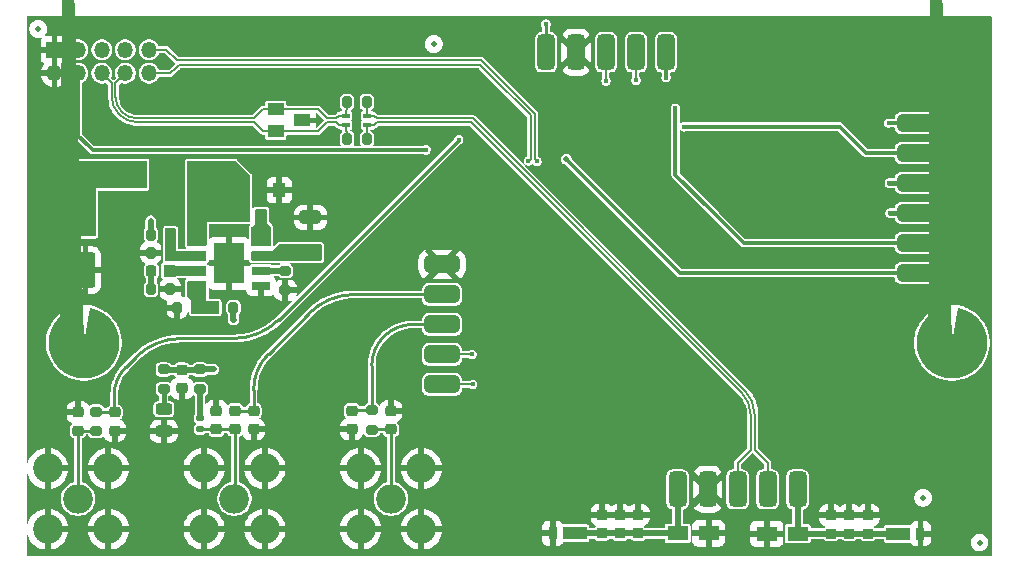
<source format=gtl>
G04 #@! TF.GenerationSoftware,KiCad,Pcbnew,9.0.0*
G04 #@! TF.CreationDate,2025-09-02T13:29:40+03:00*
G04 #@! TF.ProjectId,GSM_SMA_V1.0,47534d5f-534d-4415-9f56-312e302e6b69,rev?*
G04 #@! TF.SameCoordinates,Original*
G04 #@! TF.FileFunction,Copper,L1,Top*
G04 #@! TF.FilePolarity,Positive*
%FSLAX46Y46*%
G04 Gerber Fmt 4.6, Leading zero omitted, Abs format (unit mm)*
G04 Created by KiCad (PCBNEW 9.0.0) date 2025-09-02 13:29:40*
%MOMM*%
%LPD*%
G01*
G04 APERTURE LIST*
G04 Aperture macros list*
%AMRoundRect*
0 Rectangle with rounded corners*
0 $1 Rounding radius*
0 $2 $3 $4 $5 $6 $7 $8 $9 X,Y pos of 4 corners*
0 Add a 4 corners polygon primitive as box body*
4,1,4,$2,$3,$4,$5,$6,$7,$8,$9,$2,$3,0*
0 Add four circle primitives for the rounded corners*
1,1,$1+$1,$2,$3*
1,1,$1+$1,$4,$5*
1,1,$1+$1,$6,$7*
1,1,$1+$1,$8,$9*
0 Add four rect primitives between the rounded corners*
20,1,$1+$1,$2,$3,$4,$5,0*
20,1,$1+$1,$4,$5,$6,$7,0*
20,1,$1+$1,$6,$7,$8,$9,0*
20,1,$1+$1,$8,$9,$2,$3,0*%
%AMFreePoly0*
4,1,57,0.502519,2.957613,0.830507,2.882752,1.148050,2.771639,1.451157,2.625670,1.736014,2.446683,1.999040,2.236926,2.236926,1.999040,2.446683,1.736014,2.625670,1.451157,2.771639,1.148050,2.882752,0.830507,2.957613,0.502519,2.995280,0.168211,2.995280,-0.168211,2.957613,-0.502519,2.882752,-0.830507,2.771639,-1.148050,2.625670,-1.451157,2.446683,-1.736014,2.236926,-1.999040,
1.999040,-2.236926,1.736014,-2.446683,1.451157,-2.625670,1.148050,-2.771639,0.830507,-2.882752,0.502519,-2.957613,0.168211,-2.995280,-0.168211,-2.995280,-0.502519,-2.957613,-0.830507,-2.882752,-1.148050,-2.771639,-1.451157,-2.625670,-1.736014,-2.446683,-1.999040,-2.236926,-2.236926,-1.999040,-2.446683,-1.736014,-2.625670,-1.451157,-2.771639,-1.148050,-2.882752,-0.830507,-2.957613,-0.502519,
-2.995280,-0.168211,-2.995280,0.168211,-2.957613,0.502519,-2.882752,0.830507,-2.771639,1.148050,-2.625670,1.451157,-2.446683,1.736014,-2.236926,1.999040,-1.999040,2.236926,-1.736014,2.446683,-1.451157,2.625670,-1.148050,2.771639,-0.830507,2.882752,-0.502519,2.957613,-0.168211,2.995280,0.168211,2.995280,0.502519,2.957613,0.502519,2.957613,$1*%
G04 Aperture macros list end*
G04 #@! TA.AperFunction,SMDPad,CuDef*
%ADD10RoundRect,0.225000X0.250000X-0.225000X0.250000X0.225000X-0.250000X0.225000X-0.250000X-0.225000X0*%
G04 #@! TD*
G04 #@! TA.AperFunction,SMDPad,CuDef*
%ADD11RoundRect,0.225000X-0.250000X0.225000X-0.250000X-0.225000X0.250000X-0.225000X0.250000X0.225000X0*%
G04 #@! TD*
G04 #@! TA.AperFunction,SMDPad,CuDef*
%ADD12C,0.500000*%
G04 #@! TD*
G04 #@! TA.AperFunction,SMDPad,CuDef*
%ADD13RoundRect,0.225000X0.225000X0.250000X-0.225000X0.250000X-0.225000X-0.250000X0.225000X-0.250000X0*%
G04 #@! TD*
G04 #@! TA.AperFunction,SMDPad,CuDef*
%ADD14R,1.400000X1.000000*%
G04 #@! TD*
G04 #@! TA.AperFunction,SMDPad,CuDef*
%ADD15RoundRect,0.200000X-0.200000X-0.275000X0.200000X-0.275000X0.200000X0.275000X-0.200000X0.275000X0*%
G04 #@! TD*
G04 #@! TA.AperFunction,SMDPad,CuDef*
%ADD16R,1.600000X2.200000*%
G04 #@! TD*
G04 #@! TA.AperFunction,SMDPad,CuDef*
%ADD17RoundRect,0.200000X0.275000X-0.200000X0.275000X0.200000X-0.275000X0.200000X-0.275000X-0.200000X0*%
G04 #@! TD*
G04 #@! TA.AperFunction,SMDPad,CuDef*
%ADD18R,1.120000X1.220000*%
G04 #@! TD*
G04 #@! TA.AperFunction,SMDPad,CuDef*
%ADD19R,2.000000X1.100000*%
G04 #@! TD*
G04 #@! TA.AperFunction,SMDPad,CuDef*
%ADD20R,0.800000X1.100000*%
G04 #@! TD*
G04 #@! TA.AperFunction,SMDPad,CuDef*
%ADD21R,0.750000X0.400000*%
G04 #@! TD*
G04 #@! TA.AperFunction,WasherPad*
%ADD22FreePoly0,270.000000*%
G04 #@! TD*
G04 #@! TA.AperFunction,ComponentPad*
%ADD23O,2.500000X2.500000*%
G04 #@! TD*
G04 #@! TA.AperFunction,SMDPad,CuDef*
%ADD24RoundRect,0.250000X0.650000X-0.325000X0.650000X0.325000X-0.650000X0.325000X-0.650000X-0.325000X0*%
G04 #@! TD*
G04 #@! TA.AperFunction,SMDPad,CuDef*
%ADD25R,1.800000X1.230000*%
G04 #@! TD*
G04 #@! TA.AperFunction,SMDPad,CuDef*
%ADD26RoundRect,0.200000X0.200000X0.275000X-0.200000X0.275000X-0.200000X-0.275000X0.200000X-0.275000X0*%
G04 #@! TD*
G04 #@! TA.AperFunction,SMDPad,CuDef*
%ADD27RoundRect,0.250000X-0.550000X1.250000X-0.550000X-1.250000X0.550000X-1.250000X0.550000X1.250000X0*%
G04 #@! TD*
G04 #@! TA.AperFunction,SMDPad,CuDef*
%ADD28RoundRect,0.375000X1.125000X0.375000X-1.125000X0.375000X-1.125000X-0.375000X1.125000X-0.375000X0*%
G04 #@! TD*
G04 #@! TA.AperFunction,SMDPad,CuDef*
%ADD29RoundRect,0.375000X-0.375000X1.125000X-0.375000X-1.125000X0.375000X-1.125000X0.375000X1.125000X0*%
G04 #@! TD*
G04 #@! TA.AperFunction,SMDPad,CuDef*
%ADD30RoundRect,0.200000X-0.275000X0.200000X-0.275000X-0.200000X0.275000X-0.200000X0.275000X0.200000X0*%
G04 #@! TD*
G04 #@! TA.AperFunction,SMDPad,CuDef*
%ADD31RoundRect,0.147500X-0.172500X0.147500X-0.172500X-0.147500X0.172500X-0.147500X0.172500X0.147500X0*%
G04 #@! TD*
G04 #@! TA.AperFunction,SMDPad,CuDef*
%ADD32R,1.525000X0.700000*%
G04 #@! TD*
G04 #@! TA.AperFunction,SMDPad,CuDef*
%ADD33R,2.560000X3.450000*%
G04 #@! TD*
G04 #@! TA.AperFunction,SMDPad,CuDef*
%ADD34RoundRect,0.243750X0.456250X-0.243750X0.456250X0.243750X-0.456250X0.243750X-0.456250X-0.243750X0*%
G04 #@! TD*
G04 #@! TA.AperFunction,ComponentPad*
%ADD35R,1.350000X1.350000*%
G04 #@! TD*
G04 #@! TA.AperFunction,ComponentPad*
%ADD36O,1.350000X1.350000*%
G04 #@! TD*
G04 #@! TA.AperFunction,ViaPad*
%ADD37C,0.400000*%
G04 #@! TD*
G04 #@! TA.AperFunction,ViaPad*
%ADD38C,0.508000*%
G04 #@! TD*
G04 #@! TA.AperFunction,ViaPad*
%ADD39C,0.500000*%
G04 #@! TD*
G04 #@! TA.AperFunction,Conductor*
%ADD40C,0.400000*%
G04 #@! TD*
G04 #@! TA.AperFunction,Conductor*
%ADD41C,0.183150*%
G04 #@! TD*
G04 #@! TA.AperFunction,Conductor*
%ADD42C,0.508000*%
G04 #@! TD*
G04 #@! TA.AperFunction,Conductor*
%ADD43C,0.254000*%
G04 #@! TD*
G04 #@! TA.AperFunction,Conductor*
%ADD44C,0.300000*%
G04 #@! TD*
G04 #@! TA.AperFunction,Conductor*
%ADD45C,0.190000*%
G04 #@! TD*
G04 #@! TA.AperFunction,Conductor*
%ADD46C,0.200000*%
G04 #@! TD*
G04 APERTURE END LIST*
D10*
X144950000Y-119650000D03*
X144950000Y-118100000D03*
D11*
X91360000Y-109255000D03*
X91360000Y-110805000D03*
D12*
X151190000Y-116610000D03*
D13*
X95135000Y-92700000D03*
X93585000Y-92700000D03*
D10*
X127080000Y-119615000D03*
X127080000Y-118065000D03*
D14*
X96390000Y-83691500D03*
X96390000Y-85591500D03*
X98590000Y-84641500D03*
D13*
X87405000Y-97390000D03*
X85855000Y-97390000D03*
D15*
X85805000Y-94320000D03*
X87455000Y-94320000D03*
D16*
X91020000Y-89250000D03*
X84620000Y-89250000D03*
D17*
X104510000Y-110855000D03*
X104510000Y-109205000D03*
D18*
X93580000Y-90580000D03*
X96680000Y-90580000D03*
D19*
X149070000Y-119655000D03*
D20*
X150970000Y-119655000D03*
D11*
X106130000Y-109265000D03*
X106130000Y-110815000D03*
D12*
X76280000Y-76920000D03*
D21*
X104150453Y-85050055D03*
X104150453Y-84250055D03*
X102300453Y-84250055D03*
X102300453Y-85050055D03*
D17*
X81180000Y-110955000D03*
X81180000Y-109305000D03*
D10*
X125540000Y-119615000D03*
X125540000Y-118065000D03*
D12*
X155970000Y-120400000D03*
D22*
X80130000Y-103490000D03*
D23*
X106140000Y-116690000D03*
X103565000Y-114115000D03*
X108715000Y-114115000D03*
X108715000Y-119265000D03*
X103565000Y-119265000D03*
D11*
X94510000Y-109255000D03*
X94510000Y-110805000D03*
D19*
X121740000Y-119610000D03*
D20*
X119840000Y-119610000D03*
D12*
X109760000Y-78190000D03*
D10*
X124010000Y-119610000D03*
X124010000Y-118060000D03*
D11*
X79650000Y-109365000D03*
X79650000Y-110915000D03*
D24*
X99310000Y-95825000D03*
X99310000Y-92875000D03*
D10*
X92940000Y-110785000D03*
X92940000Y-109235000D03*
D25*
X130410000Y-119620000D03*
X133030000Y-119620000D03*
D10*
X143360000Y-119650000D03*
X143360000Y-118100000D03*
D26*
X89705000Y-100510000D03*
X88055000Y-100510000D03*
D27*
X80280000Y-92930000D03*
X80280000Y-97330000D03*
D22*
X153630000Y-103490000D03*
D28*
X110470000Y-107010000D03*
X110470000Y-104470000D03*
X110470000Y-101930000D03*
X110470000Y-99390000D03*
X110470000Y-96850000D03*
D29*
X119260000Y-78900000D03*
X121800000Y-78900000D03*
X124340000Y-78900000D03*
X126880000Y-78900000D03*
X129420000Y-78900000D03*
D28*
X150480000Y-84880000D03*
X150480000Y-87420000D03*
X150480000Y-89960000D03*
X150480000Y-92500000D03*
X150480000Y-95040000D03*
X150480000Y-97580000D03*
D29*
X140570000Y-115900000D03*
X138030000Y-115900000D03*
X135490000Y-115900000D03*
X132950000Y-115900000D03*
X130410000Y-115900000D03*
D11*
X82740000Y-109370000D03*
X82740000Y-110920000D03*
D15*
X85815000Y-98950000D03*
X87465000Y-98950000D03*
X102428933Y-83109673D03*
X104078933Y-83109673D03*
D26*
X87455000Y-95850000D03*
X85805000Y-95850000D03*
D30*
X97192000Y-97390000D03*
X97192000Y-99040000D03*
D23*
X92890000Y-116690000D03*
X90315000Y-114115000D03*
X95465000Y-114115000D03*
X95465000Y-119265000D03*
X90315000Y-119265000D03*
D11*
X102810000Y-109255000D03*
X102810000Y-110805000D03*
D31*
X89970000Y-109845000D03*
X89970000Y-110815000D03*
D32*
X89708000Y-94855000D03*
X89708000Y-96125000D03*
X89708000Y-97395000D03*
X89708000Y-98665000D03*
X95132000Y-98665000D03*
X95132000Y-97395000D03*
X95132000Y-96125000D03*
X95132000Y-94855000D03*
D33*
X92420000Y-96760000D03*
D34*
X86910000Y-110977500D03*
X86910000Y-109102500D03*
D25*
X140570000Y-119650000D03*
X137950000Y-119650000D03*
D23*
X79640000Y-116690000D03*
X77065000Y-114115000D03*
X82215000Y-114115000D03*
X82215000Y-119265000D03*
X77065000Y-119265000D03*
D26*
X104100000Y-86240000D03*
X102450000Y-86240000D03*
D17*
X86890000Y-107395000D03*
X86890000Y-105745000D03*
D30*
X89970000Y-105745000D03*
X89970000Y-107395000D03*
D10*
X146530000Y-119650000D03*
X146530000Y-118100000D03*
D15*
X91155000Y-100510000D03*
X92805000Y-100510000D03*
D11*
X88430000Y-105795000D03*
X88430000Y-107345000D03*
D35*
X77650000Y-78670000D03*
D36*
X77650000Y-80670000D03*
X79650000Y-78670000D03*
X79650000Y-80670000D03*
X81650000Y-78670000D03*
X81650000Y-80670000D03*
X83650000Y-78670000D03*
X83650000Y-80670000D03*
X85650000Y-78670000D03*
X85650000Y-80670000D03*
D37*
X99910000Y-84640000D03*
X134770000Y-84570000D03*
D38*
X128430000Y-119620000D03*
X91120000Y-105740000D03*
X92810000Y-101520000D03*
X83010000Y-89640000D03*
X142190000Y-119650000D03*
X83000000Y-88770000D03*
D37*
X148400000Y-92500000D03*
X119250000Y-76510000D03*
X111875000Y-86295000D03*
X109110000Y-87150000D03*
D38*
X120995000Y-87965000D03*
D37*
X118490000Y-88120000D03*
X113060000Y-107010000D03*
X88460000Y-96120000D03*
X117770000Y-88090000D03*
X112990000Y-104470000D03*
D39*
X85790000Y-93160000D03*
D37*
X97520000Y-95980000D03*
X96910000Y-95970000D03*
X124340000Y-81310000D03*
X126880000Y-81250000D03*
X148270000Y-84880000D03*
X130910000Y-85200000D03*
X130220000Y-83630000D03*
X129430000Y-81040000D03*
X148330000Y-89960000D03*
D40*
X98591500Y-84640000D02*
X98590000Y-84641500D01*
D41*
X77650000Y-80670000D02*
X77650000Y-80674922D01*
D40*
X99910000Y-84640000D02*
X98591500Y-84640000D01*
D42*
X91115000Y-105745000D02*
X91120000Y-105740000D01*
X140570000Y-119650000D02*
X140570000Y-115900000D01*
X130410000Y-119620000D02*
X130410000Y-115900000D01*
X144950000Y-119650000D02*
X146530000Y-119650000D01*
X130410000Y-119620000D02*
X128430000Y-119620000D01*
X125535000Y-119610000D02*
X125540000Y-119615000D01*
X140570000Y-119650000D02*
X142190000Y-119650000D01*
X121740000Y-119610000D02*
X124010000Y-119610000D01*
X86940000Y-105795000D02*
X86890000Y-105745000D01*
X88430000Y-105795000D02*
X86940000Y-105795000D01*
X146530000Y-119650000D02*
X149065000Y-119650000D01*
X89970000Y-105745000D02*
X91115000Y-105745000D01*
X89920000Y-105795000D02*
X89970000Y-105745000D01*
X128425000Y-119615000D02*
X128430000Y-119620000D01*
X130405000Y-119615000D02*
X130410000Y-119620000D01*
X149065000Y-119650000D02*
X149070000Y-119655000D01*
X125540000Y-119615000D02*
X127080000Y-119615000D01*
X143360000Y-119650000D02*
X142190000Y-119650000D01*
X127080000Y-119615000D02*
X128425000Y-119615000D01*
X92805000Y-101515000D02*
X92810000Y-101520000D01*
X92805000Y-100510000D02*
X92805000Y-101515000D01*
X124010000Y-119610000D02*
X125535000Y-119610000D01*
X143360000Y-119650000D02*
X144950000Y-119650000D01*
X88430000Y-105795000D02*
X89920000Y-105795000D01*
D40*
X148400000Y-92500000D02*
X150480000Y-92500000D01*
D43*
X119250000Y-78890000D02*
X119260000Y-78900000D01*
D42*
X82685000Y-109315000D02*
X82740000Y-109370000D01*
D43*
X96643792Y-101526207D02*
X111875000Y-86295000D01*
X82695000Y-107950000D02*
X82695000Y-109355000D01*
D42*
X82675000Y-109305000D02*
X82740000Y-109370000D01*
D43*
X84526206Y-104713792D02*
X83688485Y-105551514D01*
X119250000Y-76510000D02*
X119250000Y-78890000D01*
X81180000Y-109305000D02*
X82675000Y-109305000D01*
X88373963Y-103120000D02*
X92796036Y-103120000D01*
X88373963Y-103120000D02*
G75*
G03*
X84526215Y-104713801I37J-5441600D01*
G01*
X96643792Y-101526207D02*
G75*
G02*
X92796036Y-103120010I-3847792J3847807D01*
G01*
X83688485Y-105551514D02*
G75*
G03*
X82695008Y-107950000I2398515J-2398486D01*
G01*
D42*
X85855000Y-98910000D02*
X85815000Y-98950000D01*
X85855000Y-97390000D02*
X85855000Y-98910000D01*
D43*
X104510000Y-105429568D02*
X104510000Y-109205000D01*
X108009568Y-101930000D02*
X110470000Y-101930000D01*
X102860000Y-109205000D02*
X102810000Y-109255000D01*
X104510000Y-109205000D02*
X102860000Y-109205000D01*
X105535000Y-102955000D02*
G75*
G03*
X104509987Y-105429568I2474600J-2474600D01*
G01*
X108009568Y-101930000D02*
G75*
G03*
X105535009Y-102955009I32J-3499600D01*
G01*
X103063963Y-99390000D02*
X110470000Y-99390000D01*
X94510000Y-109255000D02*
X92960000Y-109255000D01*
X92960000Y-109255000D02*
X92940000Y-109235000D01*
X94510000Y-107472500D02*
X94510000Y-109255000D01*
X95770417Y-104429582D02*
X99216207Y-100983792D01*
X103063963Y-99390000D02*
G75*
G03*
X99216236Y-100983821I37J-5441500D01*
G01*
X95770417Y-104429582D02*
G75*
G03*
X94509989Y-107472500I3042883J-3042918D01*
G01*
X79650000Y-110915000D02*
X79650000Y-116680000D01*
X79650000Y-116680000D02*
X79640000Y-116690000D01*
D44*
X81190000Y-110910000D02*
X81185000Y-110915000D01*
D43*
X81140000Y-110915000D02*
X81180000Y-110955000D01*
X79650000Y-110915000D02*
X81140000Y-110915000D01*
X104550000Y-110815000D02*
X104510000Y-110855000D01*
X106140000Y-110825000D02*
X106130000Y-110815000D01*
X106130000Y-110815000D02*
X104550000Y-110815000D01*
X106140000Y-116690000D02*
X106140000Y-110825000D01*
X92920000Y-110805000D02*
X91360000Y-110805000D01*
X92920000Y-110805000D02*
X92920000Y-116660000D01*
X89980000Y-110805000D02*
X89970000Y-110815000D01*
X92900000Y-110785000D02*
X92920000Y-110805000D01*
X91360000Y-110805000D02*
X89980000Y-110805000D01*
X92920000Y-116660000D02*
X92890000Y-116690000D01*
D45*
X104954454Y-84808555D02*
X112924401Y-84808555D01*
X104150453Y-85050055D02*
X104712954Y-85050055D01*
X136601500Y-109612635D02*
X136601500Y-112538499D01*
X136601500Y-112538499D02*
X135490000Y-113649999D01*
X135490000Y-113649999D02*
X135490000Y-115900000D01*
X104150453Y-85050055D02*
X104100000Y-85100508D01*
X104712954Y-85050055D02*
X104954454Y-84808555D01*
X104100000Y-85100508D02*
X104100000Y-86240000D01*
X135804603Y-107688757D02*
X112924401Y-84808555D01*
X135804603Y-107688757D02*
G75*
G02*
X136601467Y-109612635I-1923903J-1923843D01*
G01*
X136918500Y-109481327D02*
X136918500Y-112538499D01*
X104150453Y-84250055D02*
X104712954Y-84250055D01*
X104712954Y-84250055D02*
X104954454Y-84491555D01*
X138030000Y-113649999D02*
X138030000Y-115900000D01*
X104150453Y-83181193D02*
X104078933Y-83109673D01*
X104954454Y-84491555D02*
X113055709Y-84491555D01*
X136121603Y-107557449D02*
X113055709Y-84491555D01*
X104150453Y-84250055D02*
X104150453Y-83181193D01*
X136918500Y-112538499D02*
X138030000Y-113649999D01*
X136121603Y-107557449D02*
G75*
G02*
X136918473Y-109481327I-1923903J-1923851D01*
G01*
D44*
X130610000Y-97580000D02*
X150480000Y-97580000D01*
X120995000Y-87965000D02*
X130610000Y-97580000D01*
X79650000Y-80670000D02*
X79650000Y-85940000D01*
X80870000Y-87160000D02*
X95130000Y-87160000D01*
X95130000Y-87160000D02*
X109100000Y-87160000D01*
X109100000Y-87160000D02*
X109110000Y-87150000D01*
X80560000Y-86850000D02*
X80870000Y-87160000D01*
X79650000Y-85940000D02*
X80560000Y-86850000D01*
D41*
X79650000Y-80670000D02*
X79650000Y-80674922D01*
D46*
X118300000Y-87930000D02*
X118490000Y-88120000D01*
X85650000Y-78670000D02*
X87130000Y-78670000D01*
X88030000Y-79570000D02*
X113780000Y-79570000D01*
X118300000Y-84090000D02*
X118300000Y-87930000D01*
X87130000Y-78670000D02*
X88030000Y-79570000D01*
X113780000Y-79570000D02*
X118300000Y-84090000D01*
X113060000Y-107010000D02*
X110470000Y-107010000D01*
D45*
X102300453Y-85520453D02*
X102450000Y-85670000D01*
X96390000Y-85591500D02*
X95339999Y-85591500D01*
X99948500Y-85591500D02*
X96390000Y-85591500D01*
X84649873Y-84800000D02*
X94548499Y-84800000D01*
X82491500Y-81511500D02*
X81650000Y-80670000D01*
X95339999Y-85591500D02*
X94548499Y-84800000D01*
X102300453Y-85050055D02*
X102300453Y-85520453D01*
X82491500Y-82641626D02*
X82491500Y-81511500D01*
X102300453Y-85050055D02*
X101737952Y-85050055D01*
X100730000Y-84810000D02*
X99948500Y-85591500D01*
X101737952Y-85050055D02*
X101497897Y-84810000D01*
X102450000Y-85670000D02*
X102450000Y-86210000D01*
X101497897Y-84810000D02*
X100730000Y-84810000D01*
X83123673Y-84167827D02*
G75*
G03*
X84649873Y-84800011I1526227J1526227D01*
G01*
X82491500Y-82641626D02*
G75*
G03*
X83123681Y-84167819I2158400J26D01*
G01*
D46*
X87450000Y-80670000D02*
X87930000Y-80190000D01*
X88690000Y-79960000D02*
X113706138Y-79960000D01*
X85650000Y-80670000D02*
X87450000Y-80670000D01*
X117970000Y-87890000D02*
X117770000Y-88090000D01*
X87930000Y-80190000D02*
X88160000Y-79960000D01*
X117970000Y-84223862D02*
X117970000Y-85200000D01*
X117970000Y-85200000D02*
X117970000Y-87890000D01*
X110470000Y-104470000D02*
X112990000Y-104470000D01*
X114523069Y-80776931D02*
X117970000Y-84223862D01*
X88160000Y-79960000D02*
X88690000Y-79960000D01*
X113706138Y-79960000D02*
X114523069Y-80776931D01*
D45*
X96390000Y-83691500D02*
X99961500Y-83691500D01*
X82808500Y-81511500D02*
X83650000Y-80670000D01*
X100760000Y-84490000D02*
X101480000Y-84490000D01*
X84649877Y-84483000D02*
X94548499Y-84483000D01*
X96390000Y-83691500D02*
X95339999Y-83691500D01*
X102428933Y-83731067D02*
X102428933Y-83109673D01*
X102300453Y-83859547D02*
X102428933Y-83731067D01*
X99961500Y-83691500D02*
X100760000Y-84490000D01*
X82808500Y-82641622D02*
X82808500Y-81511500D01*
X102300453Y-84250055D02*
X102300453Y-83859547D01*
X95339999Y-83691500D02*
X94548499Y-84483000D01*
X101719945Y-84250055D02*
X102300453Y-84250055D01*
X101480000Y-84490000D02*
X101719945Y-84250055D01*
X83347827Y-83943673D02*
G75*
G03*
X84649877Y-84483009I1302073J1302073D01*
G01*
X82808500Y-82641622D02*
G75*
G03*
X83347834Y-83943666I1841400J22D01*
G01*
D42*
X85805000Y-93175000D02*
X85790000Y-93160000D01*
X85805000Y-94320000D02*
X85805000Y-93175000D01*
X89970000Y-107395000D02*
X89970000Y-109845000D01*
D46*
X124340000Y-81310000D02*
X124340000Y-78900000D01*
X126880000Y-81250000D02*
X126880000Y-78900000D01*
D44*
X148270000Y-84880000D02*
X150480000Y-84880000D01*
X146390000Y-87420000D02*
X150480000Y-87420000D01*
X144150000Y-85180000D02*
X146390000Y-87420000D01*
X130930000Y-85180000D02*
X144150000Y-85180000D01*
X130910000Y-85200000D02*
X130930000Y-85180000D01*
X150480000Y-95040000D02*
X136020000Y-95040000D01*
X130220000Y-89240000D02*
X130220000Y-83630000D01*
X133260000Y-92280000D02*
X130220000Y-89240000D01*
X136020000Y-95040000D02*
X133260000Y-92280000D01*
X129430000Y-78910000D02*
X129420000Y-78900000D01*
X129430000Y-81040000D02*
X129430000Y-78910000D01*
D40*
X148330000Y-89960000D02*
X150480000Y-89960000D01*
D42*
X97192000Y-97390000D02*
X95137000Y-97390000D01*
X95137000Y-97390000D02*
X95132000Y-97395000D01*
D40*
X86890000Y-107395000D02*
X86890000Y-109082500D01*
X86890000Y-109082500D02*
X86910000Y-109102500D01*
G04 #@! TA.AperFunction,Conductor*
G36*
X95625648Y-92204352D02*
G01*
X95640000Y-92239000D01*
X95640000Y-93370000D01*
X95935648Y-93665648D01*
X95950000Y-93700296D01*
X95950000Y-95221000D01*
X95935648Y-95255648D01*
X95901000Y-95270000D01*
X94369000Y-95270000D01*
X94334352Y-95255648D01*
X94320000Y-95221000D01*
X94320000Y-93720296D01*
X94334352Y-93685648D01*
X94354352Y-93665648D01*
X94630000Y-93390000D01*
X94630000Y-92239000D01*
X94644352Y-92204352D01*
X94679000Y-92190000D01*
X95591000Y-92190000D01*
X95625648Y-92204352D01*
G37*
G04 #@! TD.AperFunction*
G04 #@! TA.AperFunction,Conductor*
G36*
X85465648Y-88104352D02*
G01*
X85480000Y-88139000D01*
X85480000Y-90361000D01*
X85465648Y-90395648D01*
X85431000Y-90410000D01*
X81130000Y-90410000D01*
X81130000Y-94431000D01*
X81115648Y-94465648D01*
X81081000Y-94480000D01*
X79469000Y-94480000D01*
X79434352Y-94465648D01*
X79420000Y-94431000D01*
X79420000Y-88139000D01*
X79434352Y-88104352D01*
X79469000Y-88090000D01*
X85431000Y-88090000D01*
X85465648Y-88104352D01*
G37*
G04 #@! TD.AperFunction*
G04 #@! TA.AperFunction,Conductor*
G36*
X92984352Y-88114352D02*
G01*
X94175648Y-89305648D01*
X94190000Y-89340296D01*
X94190000Y-93171000D01*
X94175648Y-93205648D01*
X94141000Y-93220000D01*
X90530000Y-93220000D01*
X90530000Y-95211000D01*
X90515648Y-95245648D01*
X90481000Y-95260000D01*
X88939000Y-95260000D01*
X88904352Y-95245648D01*
X88890000Y-95211000D01*
X88890000Y-88149000D01*
X88904352Y-88114352D01*
X88939000Y-88100000D01*
X92949704Y-88100000D01*
X92984352Y-88114352D01*
G37*
G04 #@! TD.AperFunction*
G04 #@! TA.AperFunction,Conductor*
G36*
X87885648Y-93804352D02*
G01*
X87900000Y-93839000D01*
X87900000Y-95720000D01*
X90471000Y-95720000D01*
X90505648Y-95734352D01*
X90520000Y-95769000D01*
X90520000Y-96481000D01*
X90505648Y-96515648D01*
X90471000Y-96530000D01*
X87059000Y-96530000D01*
X87024352Y-96515648D01*
X87010000Y-96481000D01*
X87010000Y-93839000D01*
X87024352Y-93804352D01*
X87059000Y-93790000D01*
X87851000Y-93790000D01*
X87885648Y-93804352D01*
G37*
G04 #@! TD.AperFunction*
G04 #@! TA.AperFunction,Conductor*
G36*
X100244772Y-95174352D02*
G01*
X100259124Y-95209000D01*
X100259124Y-96481000D01*
X100244772Y-96515648D01*
X100210124Y-96530000D01*
X98549086Y-96530000D01*
X94369000Y-96530000D01*
X94334352Y-96515648D01*
X94320000Y-96481000D01*
X94320000Y-95769000D01*
X94334352Y-95734352D01*
X94369000Y-95720000D01*
X96089999Y-95720000D01*
X96090000Y-95720000D01*
X96635648Y-95174352D01*
X96670296Y-95160000D01*
X100210124Y-95160000D01*
X100244772Y-95174352D01*
G37*
G04 #@! TD.AperFunction*
G04 #@! TA.AperFunction,Conductor*
G36*
X87794352Y-96874352D02*
G01*
X87920000Y-97000000D01*
X90471000Y-97000000D01*
X90505648Y-97014352D01*
X90520000Y-97049000D01*
X90520000Y-97751000D01*
X90505648Y-97785648D01*
X90471000Y-97800000D01*
X87940000Y-97800000D01*
X87834352Y-97905648D01*
X87799704Y-97920000D01*
X86949000Y-97920000D01*
X86914352Y-97905648D01*
X86900000Y-97871000D01*
X86900000Y-96909000D01*
X86914352Y-96874352D01*
X86949000Y-96860000D01*
X87759704Y-96860000D01*
X87794352Y-96874352D01*
G37*
G04 #@! TD.AperFunction*
G04 #@! TA.AperFunction,Conductor*
G36*
X90505648Y-98274352D02*
G01*
X90520000Y-98309000D01*
X90520000Y-99540000D01*
X90520000Y-99980000D01*
X91551000Y-99980000D01*
X91585648Y-99994352D01*
X91600000Y-100029000D01*
X91600000Y-100991000D01*
X91585648Y-101025648D01*
X91551000Y-101040000D01*
X89299000Y-101040000D01*
X89264352Y-101025648D01*
X89250000Y-100991000D01*
X89250000Y-99940000D01*
X88914352Y-99604352D01*
X88900000Y-99569704D01*
X88900000Y-98309000D01*
X88914352Y-98274352D01*
X88949000Y-98260000D01*
X90471000Y-98260000D01*
X90505648Y-98274352D01*
G37*
G04 #@! TD.AperFunction*
G04 #@! TA.AperFunction,Conductor*
G36*
X99865548Y-84013844D02*
G01*
X99869450Y-84017350D01*
X100452452Y-84600352D01*
X100466804Y-84635000D01*
X100452452Y-84669648D01*
X99871016Y-85251083D01*
X99836368Y-85265435D01*
X99801720Y-85251083D01*
X99787368Y-85216435D01*
X99787649Y-85211196D01*
X99790000Y-85189333D01*
X99790000Y-84093665D01*
X99786083Y-84057236D01*
X99796648Y-84021252D01*
X99829564Y-84003279D01*
X99865548Y-84013844D01*
G37*
G04 #@! TD.AperFunction*
G04 #@! TA.AperFunction,Conductor*
G36*
X77900000Y-80354314D02*
G01*
X77895606Y-80349920D01*
X77804394Y-80297259D01*
X77702661Y-80270000D01*
X77597339Y-80270000D01*
X77495606Y-80297259D01*
X77404394Y-80349920D01*
X77400000Y-80354314D01*
X77400000Y-78985686D01*
X77404394Y-78990080D01*
X77495606Y-79042741D01*
X77597339Y-79070000D01*
X77702661Y-79070000D01*
X77804394Y-79042741D01*
X77895606Y-78990080D01*
X77900000Y-78985686D01*
X77900000Y-80354314D01*
G37*
G04 #@! TD.AperFunction*
G04 #@! TA.AperFunction,Conductor*
G36*
X156975148Y-75854852D02*
G01*
X156989500Y-75889500D01*
X156989500Y-121490500D01*
X156975148Y-121525148D01*
X156940500Y-121539500D01*
X75339500Y-121539500D01*
X75304852Y-121525148D01*
X75290500Y-121490500D01*
X75290500Y-119776148D01*
X75304852Y-119741500D01*
X75339500Y-119727148D01*
X75374148Y-119741500D01*
X75386830Y-119763466D01*
X75404315Y-119828721D01*
X75404317Y-119828727D01*
X75492105Y-120040667D01*
X75606804Y-120239331D01*
X75606814Y-120239346D01*
X75746452Y-120421325D01*
X75746462Y-120421337D01*
X75908662Y-120583537D01*
X75908674Y-120583547D01*
X76090653Y-120723185D01*
X76090668Y-120723195D01*
X76289333Y-120837894D01*
X76289332Y-120837894D01*
X76501272Y-120925682D01*
X76501278Y-120925684D01*
X76722847Y-120985054D01*
X76815000Y-120997187D01*
X76815000Y-119973240D01*
X76846233Y-119986178D01*
X76991131Y-120015000D01*
X77138869Y-120015000D01*
X77283767Y-119986178D01*
X77315000Y-119973240D01*
X77315000Y-120997186D01*
X77407152Y-120985054D01*
X77628721Y-120925684D01*
X77628727Y-120925682D01*
X77840667Y-120837894D01*
X78039331Y-120723195D01*
X78039346Y-120723185D01*
X78221325Y-120583547D01*
X78221337Y-120583537D01*
X78383537Y-120421337D01*
X78383547Y-120421325D01*
X78523185Y-120239346D01*
X78523195Y-120239331D01*
X78637894Y-120040667D01*
X78725682Y-119828727D01*
X78725684Y-119828721D01*
X78785054Y-119607152D01*
X78797188Y-119515000D01*
X77773241Y-119515000D01*
X77786178Y-119483767D01*
X77815000Y-119338869D01*
X77815000Y-119191131D01*
X77786178Y-119046233D01*
X77773241Y-119015000D01*
X78797187Y-119015000D01*
X80482812Y-119015000D01*
X81506759Y-119015000D01*
X81493822Y-119046233D01*
X81465000Y-119191131D01*
X81465000Y-119338869D01*
X81493822Y-119483767D01*
X81506759Y-119515000D01*
X80482812Y-119515000D01*
X80494945Y-119607152D01*
X80554315Y-119828721D01*
X80554317Y-119828727D01*
X80642105Y-120040667D01*
X80756804Y-120239331D01*
X80756814Y-120239346D01*
X80896452Y-120421325D01*
X80896462Y-120421337D01*
X81058662Y-120583537D01*
X81058674Y-120583547D01*
X81240653Y-120723185D01*
X81240668Y-120723195D01*
X81439333Y-120837894D01*
X81439332Y-120837894D01*
X81651272Y-120925682D01*
X81651278Y-120925684D01*
X81872847Y-120985054D01*
X81965000Y-120997187D01*
X81965000Y-119973240D01*
X81996233Y-119986178D01*
X82141131Y-120015000D01*
X82288869Y-120015000D01*
X82433767Y-119986178D01*
X82465000Y-119973240D01*
X82465000Y-120997186D01*
X82557152Y-120985054D01*
X82778721Y-120925684D01*
X82778727Y-120925682D01*
X82990667Y-120837894D01*
X83189331Y-120723195D01*
X83189346Y-120723185D01*
X83371325Y-120583547D01*
X83371337Y-120583537D01*
X83533537Y-120421337D01*
X83533547Y-120421325D01*
X83673185Y-120239346D01*
X83673195Y-120239331D01*
X83787894Y-120040667D01*
X83875682Y-119828727D01*
X83875684Y-119828721D01*
X83935054Y-119607152D01*
X83947188Y-119515000D01*
X82923241Y-119515000D01*
X82936178Y-119483767D01*
X82965000Y-119338869D01*
X82965000Y-119191131D01*
X82936178Y-119046233D01*
X82923241Y-119015000D01*
X83947187Y-119015000D01*
X88582812Y-119015000D01*
X89606759Y-119015000D01*
X89593822Y-119046233D01*
X89565000Y-119191131D01*
X89565000Y-119338869D01*
X89593822Y-119483767D01*
X89606759Y-119515000D01*
X88582812Y-119515000D01*
X88594945Y-119607152D01*
X88654315Y-119828721D01*
X88654317Y-119828727D01*
X88742105Y-120040667D01*
X88856804Y-120239331D01*
X88856814Y-120239346D01*
X88996452Y-120421325D01*
X88996462Y-120421337D01*
X89158662Y-120583537D01*
X89158674Y-120583547D01*
X89340653Y-120723185D01*
X89340668Y-120723195D01*
X89539333Y-120837894D01*
X89539332Y-120837894D01*
X89751272Y-120925682D01*
X89751278Y-120925684D01*
X89972847Y-120985054D01*
X90065000Y-120997187D01*
X90065000Y-119973240D01*
X90096233Y-119986178D01*
X90241131Y-120015000D01*
X90388869Y-120015000D01*
X90533767Y-119986178D01*
X90565000Y-119973240D01*
X90565000Y-120997186D01*
X90657152Y-120985054D01*
X90878721Y-120925684D01*
X90878727Y-120925682D01*
X91090667Y-120837894D01*
X91289331Y-120723195D01*
X91289346Y-120723185D01*
X91471325Y-120583547D01*
X91471337Y-120583537D01*
X91633537Y-120421337D01*
X91633547Y-120421325D01*
X91773185Y-120239346D01*
X91773195Y-120239331D01*
X91887894Y-120040667D01*
X91975682Y-119828727D01*
X91975684Y-119828721D01*
X92035054Y-119607152D01*
X92047188Y-119515000D01*
X91023241Y-119515000D01*
X91036178Y-119483767D01*
X91065000Y-119338869D01*
X91065000Y-119191131D01*
X91036178Y-119046233D01*
X91023241Y-119015000D01*
X92047187Y-119015000D01*
X93732812Y-119015000D01*
X94756759Y-119015000D01*
X94743822Y-119046233D01*
X94715000Y-119191131D01*
X94715000Y-119338869D01*
X94743822Y-119483767D01*
X94756759Y-119515000D01*
X93732812Y-119515000D01*
X93744945Y-119607152D01*
X93804315Y-119828721D01*
X93804317Y-119828727D01*
X93892105Y-120040667D01*
X94006804Y-120239331D01*
X94006814Y-120239346D01*
X94146452Y-120421325D01*
X94146462Y-120421337D01*
X94308662Y-120583537D01*
X94308674Y-120583547D01*
X94490653Y-120723185D01*
X94490668Y-120723195D01*
X94689333Y-120837894D01*
X94689332Y-120837894D01*
X94901272Y-120925682D01*
X94901278Y-120925684D01*
X95122847Y-120985054D01*
X95215000Y-120997187D01*
X95215000Y-119973240D01*
X95246233Y-119986178D01*
X95391131Y-120015000D01*
X95538869Y-120015000D01*
X95683767Y-119986178D01*
X95715000Y-119973240D01*
X95715000Y-120997186D01*
X95807152Y-120985054D01*
X96028721Y-120925684D01*
X96028727Y-120925682D01*
X96240667Y-120837894D01*
X96439331Y-120723195D01*
X96439346Y-120723185D01*
X96621325Y-120583547D01*
X96621337Y-120583537D01*
X96783537Y-120421337D01*
X96783547Y-120421325D01*
X96923185Y-120239346D01*
X96923195Y-120239331D01*
X97037894Y-120040667D01*
X97125682Y-119828727D01*
X97125684Y-119828721D01*
X97185054Y-119607152D01*
X97197188Y-119515000D01*
X96173241Y-119515000D01*
X96186178Y-119483767D01*
X96215000Y-119338869D01*
X96215000Y-119191131D01*
X96186178Y-119046233D01*
X96173241Y-119015000D01*
X97197187Y-119015000D01*
X101832812Y-119015000D01*
X102856759Y-119015000D01*
X102843822Y-119046233D01*
X102815000Y-119191131D01*
X102815000Y-119338869D01*
X102843822Y-119483767D01*
X102856759Y-119515000D01*
X101832812Y-119515000D01*
X101844945Y-119607152D01*
X101904315Y-119828721D01*
X101904317Y-119828727D01*
X101992105Y-120040667D01*
X102106804Y-120239331D01*
X102106814Y-120239346D01*
X102246452Y-120421325D01*
X102246462Y-120421337D01*
X102408662Y-120583537D01*
X102408674Y-120583547D01*
X102590653Y-120723185D01*
X102590668Y-120723195D01*
X102789333Y-120837894D01*
X102789332Y-120837894D01*
X103001272Y-120925682D01*
X103001278Y-120925684D01*
X103222847Y-120985054D01*
X103315000Y-120997187D01*
X103315000Y-119973240D01*
X103346233Y-119986178D01*
X103491131Y-120015000D01*
X103638869Y-120015000D01*
X103783767Y-119986178D01*
X103815000Y-119973240D01*
X103815000Y-120997186D01*
X103907152Y-120985054D01*
X104128721Y-120925684D01*
X104128727Y-120925682D01*
X104340667Y-120837894D01*
X104539331Y-120723195D01*
X104539346Y-120723185D01*
X104721325Y-120583547D01*
X104721337Y-120583537D01*
X104883537Y-120421337D01*
X104883547Y-120421325D01*
X105023185Y-120239346D01*
X105023195Y-120239331D01*
X105137894Y-120040667D01*
X105225682Y-119828727D01*
X105225684Y-119828721D01*
X105285054Y-119607152D01*
X105297188Y-119515000D01*
X104273241Y-119515000D01*
X104286178Y-119483767D01*
X104315000Y-119338869D01*
X104315000Y-119191131D01*
X104286178Y-119046233D01*
X104273241Y-119015000D01*
X105297187Y-119015000D01*
X106982812Y-119015000D01*
X108006759Y-119015000D01*
X107993822Y-119046233D01*
X107965000Y-119191131D01*
X107965000Y-119338869D01*
X107993822Y-119483767D01*
X108006759Y-119515000D01*
X106982812Y-119515000D01*
X106994945Y-119607152D01*
X107054315Y-119828721D01*
X107054317Y-119828727D01*
X107142105Y-120040667D01*
X107256804Y-120239331D01*
X107256814Y-120239346D01*
X107396452Y-120421325D01*
X107396462Y-120421337D01*
X107558662Y-120583537D01*
X107558674Y-120583547D01*
X107740653Y-120723185D01*
X107740668Y-120723195D01*
X107939333Y-120837894D01*
X107939332Y-120837894D01*
X108151272Y-120925682D01*
X108151278Y-120925684D01*
X108372847Y-120985054D01*
X108465000Y-120997187D01*
X108465000Y-119973240D01*
X108496233Y-119986178D01*
X108641131Y-120015000D01*
X108788869Y-120015000D01*
X108933767Y-119986178D01*
X108965000Y-119973240D01*
X108965000Y-120997186D01*
X109057152Y-120985054D01*
X109278721Y-120925684D01*
X109278727Y-120925682D01*
X109490667Y-120837894D01*
X109689331Y-120723195D01*
X109689346Y-120723185D01*
X109871325Y-120583547D01*
X109871337Y-120583537D01*
X110033537Y-120421337D01*
X110033547Y-120421325D01*
X110173185Y-120239346D01*
X110173195Y-120239331D01*
X110191380Y-120207834D01*
X118940000Y-120207834D01*
X118946401Y-120267372D01*
X118946401Y-120267373D01*
X118996648Y-120402091D01*
X119082811Y-120517188D01*
X119197908Y-120603351D01*
X119332626Y-120653598D01*
X119392166Y-120660000D01*
X119590000Y-120660000D01*
X119590000Y-119860000D01*
X118940000Y-119860000D01*
X118940000Y-120207834D01*
X110191380Y-120207834D01*
X110287894Y-120040667D01*
X110375682Y-119828727D01*
X110375683Y-119828724D01*
X110376140Y-119827021D01*
X110376140Y-119827020D01*
X110435054Y-119607152D01*
X110447188Y-119515000D01*
X109423241Y-119515000D01*
X109436178Y-119483767D01*
X109465000Y-119338869D01*
X109465000Y-119191131D01*
X109436178Y-119046233D01*
X109423241Y-119015000D01*
X110447188Y-119015000D01*
X110446815Y-119012165D01*
X118940000Y-119012165D01*
X118940000Y-119360000D01*
X119590000Y-119360000D01*
X119590000Y-118560000D01*
X120090000Y-118560000D01*
X120090000Y-120660000D01*
X120287834Y-120660000D01*
X120347372Y-120653598D01*
X120347373Y-120653598D01*
X120482091Y-120603351D01*
X120597188Y-120517188D01*
X120683352Y-120402090D01*
X120686975Y-120392377D01*
X120712530Y-120364928D01*
X120732886Y-120360500D01*
X122759745Y-120360500D01*
X122759748Y-120360500D01*
X122818231Y-120348867D01*
X122884552Y-120304552D01*
X122928867Y-120238231D01*
X122940500Y-120179748D01*
X122940500Y-120113500D01*
X122954852Y-120078852D01*
X122989500Y-120064500D01*
X123369358Y-120064500D01*
X123404006Y-120078852D01*
X123408771Y-120085408D01*
X123409202Y-120085096D01*
X123411472Y-120088220D01*
X123506779Y-120183527D01*
X123506786Y-120183532D01*
X123616299Y-120239331D01*
X123626874Y-120244719D01*
X123726512Y-120260500D01*
X123726514Y-120260500D01*
X124293486Y-120260500D01*
X124293488Y-120260500D01*
X124393126Y-120244719D01*
X124465517Y-120207834D01*
X124513213Y-120183532D01*
X124513215Y-120183530D01*
X124513220Y-120183528D01*
X124608528Y-120088220D01*
X124608530Y-120088215D01*
X124610798Y-120085096D01*
X124612629Y-120086426D01*
X124635516Y-120066893D01*
X124650642Y-120064500D01*
X124896811Y-120064500D01*
X124931459Y-120078852D01*
X124940468Y-120091249D01*
X124941472Y-120093220D01*
X124941475Y-120093223D01*
X125036779Y-120188527D01*
X125036786Y-120188532D01*
X125147057Y-120244717D01*
X125156874Y-120249719D01*
X125256512Y-120265500D01*
X125256514Y-120265500D01*
X125823486Y-120265500D01*
X125823488Y-120265500D01*
X125923126Y-120249719D01*
X126005330Y-120207834D01*
X126043213Y-120188532D01*
X126043215Y-120188530D01*
X126043220Y-120188528D01*
X126138528Y-120093220D01*
X126138530Y-120093215D01*
X126140798Y-120090096D01*
X126142629Y-120091426D01*
X126165516Y-120071893D01*
X126180642Y-120069500D01*
X126439358Y-120069500D01*
X126474006Y-120083852D01*
X126478771Y-120090408D01*
X126479202Y-120090096D01*
X126481472Y-120093220D01*
X126576779Y-120188527D01*
X126576786Y-120188532D01*
X126687057Y-120244717D01*
X126696874Y-120249719D01*
X126796512Y-120265500D01*
X126796514Y-120265500D01*
X127363486Y-120265500D01*
X127363488Y-120265500D01*
X127463126Y-120249719D01*
X127545330Y-120207834D01*
X127583213Y-120188532D01*
X127583215Y-120188530D01*
X127583220Y-120188528D01*
X127678528Y-120093220D01*
X127678530Y-120093215D01*
X127680798Y-120090096D01*
X127682629Y-120091426D01*
X127705516Y-120071893D01*
X127720642Y-120069500D01*
X128345050Y-120069500D01*
X128357731Y-120071169D01*
X128365132Y-120073152D01*
X128370163Y-120074501D01*
X128370164Y-120074501D01*
X128492833Y-120074501D01*
X128492849Y-120074500D01*
X129260500Y-120074500D01*
X129295148Y-120088852D01*
X129309500Y-120123500D01*
X129309500Y-120254748D01*
X129321133Y-120313231D01*
X129329720Y-120326082D01*
X129365447Y-120379552D01*
X129392012Y-120397301D01*
X129431769Y-120423867D01*
X129490252Y-120435500D01*
X129490255Y-120435500D01*
X131329745Y-120435500D01*
X131329748Y-120435500D01*
X131388231Y-120423867D01*
X131454552Y-120379552D01*
X131498867Y-120313231D01*
X131504913Y-120282834D01*
X131630000Y-120282834D01*
X131636401Y-120342372D01*
X131636401Y-120342373D01*
X131686648Y-120477091D01*
X131772811Y-120592188D01*
X131887908Y-120678351D01*
X132022626Y-120728598D01*
X132082166Y-120735000D01*
X132780000Y-120735000D01*
X133280000Y-120735000D01*
X133977834Y-120735000D01*
X134037372Y-120728598D01*
X134037373Y-120728598D01*
X134172091Y-120678351D01*
X134287188Y-120592188D01*
X134373351Y-120477091D01*
X134423598Y-120342373D01*
X134423598Y-120342372D01*
X134426774Y-120312834D01*
X136550000Y-120312834D01*
X136556401Y-120372372D01*
X136556401Y-120372373D01*
X136606648Y-120507091D01*
X136692811Y-120622188D01*
X136807908Y-120708351D01*
X136942626Y-120758598D01*
X137002166Y-120765000D01*
X137700000Y-120765000D01*
X138200000Y-120765000D01*
X138897834Y-120765000D01*
X138957372Y-120758598D01*
X138957373Y-120758598D01*
X139092091Y-120708351D01*
X139207188Y-120622188D01*
X139293351Y-120507091D01*
X139343598Y-120372373D01*
X139343598Y-120372372D01*
X139350000Y-120312834D01*
X139350000Y-119900000D01*
X138200000Y-119900000D01*
X138200000Y-120765000D01*
X137700000Y-120765000D01*
X137700000Y-119900000D01*
X136550000Y-119900000D01*
X136550000Y-120312834D01*
X134426774Y-120312834D01*
X134430000Y-120282834D01*
X134430000Y-119870000D01*
X133280000Y-119870000D01*
X133280000Y-120735000D01*
X132780000Y-120735000D01*
X132780000Y-119870000D01*
X131630000Y-119870000D01*
X131630000Y-120282834D01*
X131504913Y-120282834D01*
X131510500Y-120254748D01*
X131510500Y-118985252D01*
X131504913Y-118957165D01*
X131630000Y-118957165D01*
X131630000Y-119370000D01*
X132780000Y-119370000D01*
X133280000Y-119370000D01*
X134430000Y-119370000D01*
X134430000Y-118987165D01*
X136550000Y-118987165D01*
X136550000Y-119400000D01*
X137700000Y-119400000D01*
X138200000Y-119400000D01*
X139350000Y-119400000D01*
X139350000Y-119015252D01*
X139469500Y-119015252D01*
X139469500Y-120284748D01*
X139481133Y-120343231D01*
X139484899Y-120348867D01*
X139525447Y-120409552D01*
X139552012Y-120427301D01*
X139591769Y-120453867D01*
X139650252Y-120465500D01*
X139650255Y-120465500D01*
X141489745Y-120465500D01*
X141489748Y-120465500D01*
X141548231Y-120453867D01*
X141614552Y-120409552D01*
X141658867Y-120343231D01*
X141670500Y-120284748D01*
X141670500Y-120153500D01*
X141684852Y-120118852D01*
X141719500Y-120104500D01*
X142130164Y-120104500D01*
X142249836Y-120104500D01*
X142719358Y-120104500D01*
X142754006Y-120118852D01*
X142758771Y-120125408D01*
X142759202Y-120125096D01*
X142761472Y-120128220D01*
X142856779Y-120223527D01*
X142856786Y-120223532D01*
X142973174Y-120282834D01*
X142976874Y-120284719D01*
X143076512Y-120300500D01*
X143076514Y-120300500D01*
X143643486Y-120300500D01*
X143643488Y-120300500D01*
X143743126Y-120284719D01*
X143811821Y-120249717D01*
X143863213Y-120223532D01*
X143863215Y-120223530D01*
X143863220Y-120223528D01*
X143958528Y-120128220D01*
X143958530Y-120128215D01*
X143960798Y-120125096D01*
X143962629Y-120126426D01*
X143985516Y-120106893D01*
X144000642Y-120104500D01*
X144309358Y-120104500D01*
X144344006Y-120118852D01*
X144348771Y-120125408D01*
X144349202Y-120125096D01*
X144351472Y-120128220D01*
X144446779Y-120223527D01*
X144446786Y-120223532D01*
X144563174Y-120282834D01*
X144566874Y-120284719D01*
X144666512Y-120300500D01*
X144666514Y-120300500D01*
X145233486Y-120300500D01*
X145233488Y-120300500D01*
X145333126Y-120284719D01*
X145401821Y-120249717D01*
X145453213Y-120223532D01*
X145453215Y-120223530D01*
X145453220Y-120223528D01*
X145548528Y-120128220D01*
X145548530Y-120128215D01*
X145550798Y-120125096D01*
X145552629Y-120126426D01*
X145575516Y-120106893D01*
X145590642Y-120104500D01*
X145889358Y-120104500D01*
X145924006Y-120118852D01*
X145928771Y-120125408D01*
X145929202Y-120125096D01*
X145931472Y-120128220D01*
X146026779Y-120223527D01*
X146026786Y-120223532D01*
X146143174Y-120282834D01*
X146146874Y-120284719D01*
X146246512Y-120300500D01*
X146246514Y-120300500D01*
X146813486Y-120300500D01*
X146813488Y-120300500D01*
X146913126Y-120284719D01*
X146981821Y-120249717D01*
X147033213Y-120223532D01*
X147033215Y-120223530D01*
X147033220Y-120223528D01*
X147128528Y-120128220D01*
X147128530Y-120128215D01*
X147130798Y-120125096D01*
X147132629Y-120126426D01*
X147155516Y-120106893D01*
X147170642Y-120104500D01*
X147820500Y-120104500D01*
X147855148Y-120118852D01*
X147869500Y-120153500D01*
X147869500Y-120224748D01*
X147881133Y-120283231D01*
X147898882Y-120309795D01*
X147925447Y-120349552D01*
X147948459Y-120364928D01*
X147991769Y-120393867D01*
X148050252Y-120405500D01*
X148050255Y-120405500D01*
X150077114Y-120405500D01*
X150111762Y-120419852D01*
X150123025Y-120437377D01*
X150126647Y-120447090D01*
X150212811Y-120562188D01*
X150327908Y-120648351D01*
X150462626Y-120698598D01*
X150522166Y-120705000D01*
X150720000Y-120705000D01*
X151220000Y-120705000D01*
X151417834Y-120705000D01*
X151477372Y-120698598D01*
X151477373Y-120698598D01*
X151612091Y-120648351D01*
X151727188Y-120562188D01*
X151813351Y-120447091D01*
X151858486Y-120326078D01*
X155219500Y-120326078D01*
X155219500Y-120473921D01*
X155248340Y-120618906D01*
X155248342Y-120618915D01*
X155304914Y-120755491D01*
X155304916Y-120755495D01*
X155387049Y-120878416D01*
X155491584Y-120982951D01*
X155614505Y-121065084D01*
X155682796Y-121093371D01*
X155751084Y-121121657D01*
X155751085Y-121121657D01*
X155751087Y-121121658D01*
X155896082Y-121150500D01*
X156043918Y-121150500D01*
X156188913Y-121121658D01*
X156325495Y-121065084D01*
X156448416Y-120982951D01*
X156552951Y-120878416D01*
X156635084Y-120755495D01*
X156691658Y-120618913D01*
X156720500Y-120473918D01*
X156720500Y-120326082D01*
X156691658Y-120181087D01*
X156691103Y-120179748D01*
X156655262Y-120093220D01*
X156635084Y-120044505D01*
X156552951Y-119921584D01*
X156448416Y-119817049D01*
X156325495Y-119734916D01*
X156325492Y-119734914D01*
X156325491Y-119734914D01*
X156188915Y-119678342D01*
X156188906Y-119678340D01*
X156043921Y-119649500D01*
X156043918Y-119649500D01*
X155896082Y-119649500D01*
X155896078Y-119649500D01*
X155751093Y-119678340D01*
X155751084Y-119678342D01*
X155614508Y-119734914D01*
X155491584Y-119817048D01*
X155387048Y-119921584D01*
X155304914Y-120044508D01*
X155248342Y-120181084D01*
X155248340Y-120181093D01*
X155219500Y-120326078D01*
X151858486Y-120326078D01*
X151863598Y-120312373D01*
X151870000Y-120252834D01*
X151870000Y-119905000D01*
X151220000Y-119905000D01*
X151220000Y-120705000D01*
X150720000Y-120705000D01*
X150720000Y-119405000D01*
X151220000Y-119405000D01*
X151870000Y-119405000D01*
X151870000Y-119057165D01*
X151863598Y-118997627D01*
X151863598Y-118997626D01*
X151813351Y-118862908D01*
X151727188Y-118747811D01*
X151612091Y-118661648D01*
X151477373Y-118611401D01*
X151417834Y-118605000D01*
X151220000Y-118605000D01*
X151220000Y-119405000D01*
X150720000Y-119405000D01*
X150720000Y-118605000D01*
X150522166Y-118605000D01*
X150462627Y-118611401D01*
X150462626Y-118611401D01*
X150327908Y-118661648D01*
X150212811Y-118747811D01*
X150126647Y-118862909D01*
X150123025Y-118872623D01*
X150097470Y-118900072D01*
X150077114Y-118904500D01*
X148050252Y-118904500D01*
X147995218Y-118915447D01*
X147991769Y-118916133D01*
X147925447Y-118960447D01*
X147882568Y-119024621D01*
X147881133Y-119026769D01*
X147869500Y-119085252D01*
X147869500Y-119085255D01*
X147869500Y-119146500D01*
X147855148Y-119181148D01*
X147820500Y-119195500D01*
X147170642Y-119195500D01*
X147135994Y-119181148D01*
X147131228Y-119174591D01*
X147130798Y-119174904D01*
X147128527Y-119171779D01*
X147035604Y-119078856D01*
X147021252Y-119044208D01*
X147035604Y-119009560D01*
X147054840Y-118997695D01*
X147088482Y-118986547D01*
X147088484Y-118986546D01*
X147232733Y-118897571D01*
X147352571Y-118777733D01*
X147441546Y-118633484D01*
X147494856Y-118472603D01*
X147505000Y-118373317D01*
X147505000Y-118350000D01*
X142385001Y-118350000D01*
X142385001Y-118373316D01*
X142395143Y-118472603D01*
X142448453Y-118633484D01*
X142537428Y-118777733D01*
X142657266Y-118897571D01*
X142801515Y-118986546D01*
X142835160Y-118997695D01*
X142863535Y-119022217D01*
X142866260Y-119059621D01*
X142854395Y-119078856D01*
X142761473Y-119171778D01*
X142759202Y-119174904D01*
X142757370Y-119173573D01*
X142734484Y-119193107D01*
X142719358Y-119195500D01*
X141719500Y-119195500D01*
X141684852Y-119181148D01*
X141670500Y-119146500D01*
X141670500Y-119015255D01*
X141670500Y-119015252D01*
X141658867Y-118956769D01*
X141627444Y-118909742D01*
X141614552Y-118890447D01*
X141572832Y-118862571D01*
X141548231Y-118846133D01*
X141489748Y-118834500D01*
X141489745Y-118834500D01*
X141073500Y-118834500D01*
X141038852Y-118820148D01*
X141024500Y-118785500D01*
X141024500Y-117826682D01*
X142385000Y-117826682D01*
X142385000Y-117850000D01*
X143110000Y-117850000D01*
X143610000Y-117850000D01*
X144700000Y-117850000D01*
X145200000Y-117850000D01*
X146280000Y-117850000D01*
X146780000Y-117850000D01*
X147504999Y-117850000D01*
X147504999Y-117826683D01*
X147494856Y-117727396D01*
X147441546Y-117566515D01*
X147352571Y-117422266D01*
X147232733Y-117302428D01*
X147088484Y-117213453D01*
X146927603Y-117160143D01*
X146828317Y-117150000D01*
X146780000Y-117150000D01*
X146780000Y-117850000D01*
X146280000Y-117850000D01*
X146280000Y-117150000D01*
X146231683Y-117150000D01*
X146132396Y-117160143D01*
X145971515Y-117213453D01*
X145827266Y-117302428D01*
X145774648Y-117355047D01*
X145740000Y-117369399D01*
X145705352Y-117355047D01*
X145652733Y-117302428D01*
X145508484Y-117213453D01*
X145347603Y-117160143D01*
X145248317Y-117150000D01*
X145200000Y-117150000D01*
X145200000Y-117850000D01*
X144700000Y-117850000D01*
X144700000Y-117150000D01*
X144651683Y-117150000D01*
X144552396Y-117160143D01*
X144391515Y-117213453D01*
X144247266Y-117302428D01*
X144189648Y-117360047D01*
X144155000Y-117374399D01*
X144120352Y-117360047D01*
X144062733Y-117302428D01*
X143918484Y-117213453D01*
X143757603Y-117160143D01*
X143658317Y-117150000D01*
X143610000Y-117150000D01*
X143610000Y-117850000D01*
X143110000Y-117850000D01*
X143110000Y-117150000D01*
X143061683Y-117150000D01*
X142962396Y-117160143D01*
X142801515Y-117213453D01*
X142657266Y-117302428D01*
X142537428Y-117422266D01*
X142448453Y-117566515D01*
X142395143Y-117727396D01*
X142385000Y-117826682D01*
X141024500Y-117826682D01*
X141024500Y-117637971D01*
X141038852Y-117603323D01*
X141067104Y-117589390D01*
X141095236Y-117585687D01*
X141235233Y-117527698D01*
X141355451Y-117435451D01*
X141447698Y-117315233D01*
X141505687Y-117175236D01*
X141520500Y-117062720D01*
X141520500Y-116536078D01*
X150439500Y-116536078D01*
X150439500Y-116683921D01*
X150468340Y-116828906D01*
X150468342Y-116828915D01*
X150524914Y-116965491D01*
X150524916Y-116965495D01*
X150567788Y-117029657D01*
X150589879Y-117062720D01*
X150607049Y-117088416D01*
X150711584Y-117192951D01*
X150834505Y-117275084D01*
X150894771Y-117300047D01*
X150971084Y-117331657D01*
X150971085Y-117331657D01*
X150971087Y-117331658D01*
X151116082Y-117360500D01*
X151263918Y-117360500D01*
X151408913Y-117331658D01*
X151545495Y-117275084D01*
X151668416Y-117192951D01*
X151772951Y-117088416D01*
X151855084Y-116965495D01*
X151911658Y-116828913D01*
X151940500Y-116683918D01*
X151940500Y-116536082D01*
X151911658Y-116391087D01*
X151855084Y-116254505D01*
X151772951Y-116131584D01*
X151668416Y-116027049D01*
X151545495Y-115944916D01*
X151545492Y-115944914D01*
X151545491Y-115944914D01*
X151408915Y-115888342D01*
X151408906Y-115888340D01*
X151263921Y-115859500D01*
X151263918Y-115859500D01*
X151116082Y-115859500D01*
X151116078Y-115859500D01*
X150971093Y-115888340D01*
X150971084Y-115888342D01*
X150834508Y-115944914D01*
X150711584Y-116027048D01*
X150607048Y-116131584D01*
X150524914Y-116254508D01*
X150468342Y-116391084D01*
X150468340Y-116391093D01*
X150439500Y-116536078D01*
X141520500Y-116536078D01*
X141520500Y-114737280D01*
X141505687Y-114624764D01*
X141453050Y-114497687D01*
X141447700Y-114484771D01*
X141447697Y-114484766D01*
X141437501Y-114471479D01*
X141355451Y-114364549D01*
X141315335Y-114333767D01*
X141235233Y-114272302D01*
X141235228Y-114272299D01*
X141095235Y-114214312D01*
X141017894Y-114204130D01*
X140982720Y-114199500D01*
X140157280Y-114199500D01*
X140125425Y-114203693D01*
X140044764Y-114214312D01*
X139904771Y-114272299D01*
X139904766Y-114272302D01*
X139784549Y-114364548D01*
X139784548Y-114364549D01*
X139692302Y-114484766D01*
X139692299Y-114484771D01*
X139634312Y-114624764D01*
X139624729Y-114697563D01*
X139619500Y-114737280D01*
X139619500Y-117062720D01*
X139622883Y-117088415D01*
X139634312Y-117175235D01*
X139692299Y-117315228D01*
X139692302Y-117315233D01*
X139722852Y-117355047D01*
X139784549Y-117435451D01*
X139904767Y-117527698D01*
X139904769Y-117527698D01*
X139904771Y-117527700D01*
X139998479Y-117566515D01*
X140044764Y-117585687D01*
X140072895Y-117589390D01*
X140105374Y-117608141D01*
X140115500Y-117637971D01*
X140115500Y-118785500D01*
X140101148Y-118820148D01*
X140066500Y-118834500D01*
X139650252Y-118834500D01*
X139596721Y-118845148D01*
X139591769Y-118846133D01*
X139525447Y-118890447D01*
X139500605Y-118927627D01*
X139481133Y-118956769D01*
X139469500Y-119015252D01*
X139350000Y-119015252D01*
X139350000Y-118987165D01*
X139343598Y-118927627D01*
X139343598Y-118927626D01*
X139293351Y-118792908D01*
X139207188Y-118677811D01*
X139092091Y-118591648D01*
X138957373Y-118541401D01*
X138897834Y-118535000D01*
X138200000Y-118535000D01*
X138200000Y-119400000D01*
X137700000Y-119400000D01*
X137700000Y-118535000D01*
X137002166Y-118535000D01*
X136942627Y-118541401D01*
X136942626Y-118541401D01*
X136807908Y-118591648D01*
X136692811Y-118677811D01*
X136606648Y-118792908D01*
X136556401Y-118927626D01*
X136556401Y-118927627D01*
X136550000Y-118987165D01*
X134430000Y-118987165D01*
X134430000Y-118957165D01*
X134423598Y-118897627D01*
X134423598Y-118897626D01*
X134373351Y-118762908D01*
X134287188Y-118647811D01*
X134172091Y-118561648D01*
X134037373Y-118511401D01*
X133977834Y-118505000D01*
X133280000Y-118505000D01*
X133280000Y-119370000D01*
X132780000Y-119370000D01*
X132780000Y-118505000D01*
X132082166Y-118505000D01*
X132022627Y-118511401D01*
X132022626Y-118511401D01*
X131887908Y-118561648D01*
X131772811Y-118647811D01*
X131686648Y-118762908D01*
X131636401Y-118897626D01*
X131636401Y-118897627D01*
X131630000Y-118957165D01*
X131504913Y-118957165D01*
X131498867Y-118926769D01*
X131474597Y-118890447D01*
X131454552Y-118860447D01*
X131412655Y-118832453D01*
X131388231Y-118816133D01*
X131329748Y-118804500D01*
X131329745Y-118804500D01*
X130913500Y-118804500D01*
X130878852Y-118790148D01*
X130864500Y-118755500D01*
X130864500Y-117637971D01*
X130878852Y-117603323D01*
X130907104Y-117589390D01*
X130935236Y-117585687D01*
X131075233Y-117527698D01*
X131195451Y-117435451D01*
X131287698Y-117315233D01*
X131293050Y-117302312D01*
X131742311Y-117302312D01*
X131748829Y-117328516D01*
X131748830Y-117328520D01*
X131833394Y-117499028D01*
X131833395Y-117499029D01*
X131952632Y-117647367D01*
X132100970Y-117766604D01*
X132100971Y-117766605D01*
X132271477Y-117851168D01*
X132456182Y-117897103D01*
X132498904Y-117900000D01*
X133401096Y-117900000D01*
X133443817Y-117897103D01*
X133628522Y-117851168D01*
X133799028Y-117766605D01*
X133799029Y-117766604D01*
X133947367Y-117647367D01*
X134066604Y-117499029D01*
X134066605Y-117499028D01*
X134151169Y-117328519D01*
X134151170Y-117328516D01*
X134157687Y-117302311D01*
X134157686Y-117302311D01*
X134112871Y-117347127D01*
X134078223Y-117361479D01*
X134043575Y-117347127D01*
X132950000Y-116253552D01*
X131856424Y-117347128D01*
X131821776Y-117361480D01*
X131787128Y-117347128D01*
X131742312Y-117302312D01*
X131742311Y-117302312D01*
X131293050Y-117302312D01*
X131345687Y-117175236D01*
X131360500Y-117062720D01*
X131360500Y-116796447D01*
X131700000Y-116796447D01*
X132596448Y-115900000D01*
X133303552Y-115900000D01*
X134200000Y-116796448D01*
X134200000Y-115003552D01*
X133303552Y-115900000D01*
X132596448Y-115900000D01*
X131700000Y-115003552D01*
X131700000Y-116796447D01*
X131360500Y-116796447D01*
X131360500Y-114737280D01*
X131345687Y-114624764D01*
X131293050Y-114497687D01*
X131293050Y-114497686D01*
X131742311Y-114497686D01*
X131787127Y-114452871D01*
X131821775Y-114438519D01*
X131856423Y-114452871D01*
X132949999Y-115546447D01*
X134043575Y-114452872D01*
X134078223Y-114438520D01*
X134112871Y-114452872D01*
X134157686Y-114497687D01*
X134157687Y-114497687D01*
X134151170Y-114471483D01*
X134151169Y-114471480D01*
X134066605Y-114300971D01*
X134066604Y-114300970D01*
X133947367Y-114152632D01*
X133799029Y-114033395D01*
X133799028Y-114033394D01*
X133628522Y-113948831D01*
X133443817Y-113902896D01*
X133401096Y-113900000D01*
X132498904Y-113900000D01*
X132456182Y-113902896D01*
X132271477Y-113948831D01*
X132100971Y-114033394D01*
X132100970Y-114033395D01*
X131952632Y-114152632D01*
X131833395Y-114300970D01*
X131833394Y-114300971D01*
X131748830Y-114471479D01*
X131748829Y-114471483D01*
X131742311Y-114497686D01*
X131293050Y-114497686D01*
X131287700Y-114484771D01*
X131287697Y-114484766D01*
X131277501Y-114471479D01*
X131195451Y-114364549D01*
X131155335Y-114333767D01*
X131075233Y-114272302D01*
X131075228Y-114272299D01*
X130935235Y-114214312D01*
X130857894Y-114204130D01*
X130822720Y-114199500D01*
X129997280Y-114199500D01*
X129965425Y-114203693D01*
X129884764Y-114214312D01*
X129744771Y-114272299D01*
X129744766Y-114272302D01*
X129624549Y-114364548D01*
X129624548Y-114364549D01*
X129532302Y-114484766D01*
X129532299Y-114484771D01*
X129474312Y-114624764D01*
X129464729Y-114697563D01*
X129459500Y-114737280D01*
X129459500Y-117062720D01*
X129462883Y-117088415D01*
X129474312Y-117175235D01*
X129532299Y-117315228D01*
X129532302Y-117315233D01*
X129562852Y-117355047D01*
X129624549Y-117435451D01*
X129744767Y-117527698D01*
X129744769Y-117527698D01*
X129744771Y-117527700D01*
X129838479Y-117566515D01*
X129884764Y-117585687D01*
X129912895Y-117589390D01*
X129945374Y-117608141D01*
X129955500Y-117637971D01*
X129955500Y-118755500D01*
X129941148Y-118790148D01*
X129906500Y-118804500D01*
X129490252Y-118804500D01*
X129434444Y-118815601D01*
X129431769Y-118816133D01*
X129365447Y-118860447D01*
X129328240Y-118916133D01*
X129321133Y-118926769D01*
X129309500Y-118985252D01*
X129309500Y-118985253D01*
X129309500Y-118985255D01*
X129309500Y-119116500D01*
X129295148Y-119151148D01*
X129260500Y-119165500D01*
X128509950Y-119165500D01*
X128497268Y-119163830D01*
X128489867Y-119161847D01*
X128484837Y-119160499D01*
X128484836Y-119160499D01*
X128365164Y-119160499D01*
X128362167Y-119160499D01*
X128362151Y-119160500D01*
X127720642Y-119160500D01*
X127685994Y-119146148D01*
X127681228Y-119139591D01*
X127680798Y-119139904D01*
X127678527Y-119136779D01*
X127585604Y-119043856D01*
X127571252Y-119009208D01*
X127585604Y-118974560D01*
X127604840Y-118962695D01*
X127638482Y-118951547D01*
X127638484Y-118951546D01*
X127782733Y-118862571D01*
X127902571Y-118742733D01*
X127991546Y-118598484D01*
X128044856Y-118437603D01*
X128055000Y-118338317D01*
X128055000Y-118315000D01*
X124535296Y-118315000D01*
X124523225Y-118310000D01*
X123035001Y-118310000D01*
X123035001Y-118333316D01*
X123045143Y-118432603D01*
X123098453Y-118593484D01*
X123187428Y-118737733D01*
X123307266Y-118857571D01*
X123451515Y-118946546D01*
X123485160Y-118957695D01*
X123513535Y-118982217D01*
X123516260Y-119019621D01*
X123504395Y-119038856D01*
X123411473Y-119131778D01*
X123409202Y-119134904D01*
X123407370Y-119133573D01*
X123384484Y-119153107D01*
X123369358Y-119155500D01*
X122989500Y-119155500D01*
X122954852Y-119141148D01*
X122940500Y-119106500D01*
X122940500Y-119040255D01*
X122940500Y-119040252D01*
X122928867Y-118981769D01*
X122892690Y-118927627D01*
X122884552Y-118915447D01*
X122844795Y-118888882D01*
X122818231Y-118871133D01*
X122759748Y-118859500D01*
X120732886Y-118859500D01*
X120698238Y-118845148D01*
X120686975Y-118827623D01*
X120683352Y-118817909D01*
X120597188Y-118702811D01*
X120482091Y-118616648D01*
X120347373Y-118566401D01*
X120287834Y-118560000D01*
X120090000Y-118560000D01*
X119590000Y-118560000D01*
X119392166Y-118560000D01*
X119332627Y-118566401D01*
X119332626Y-118566401D01*
X119197908Y-118616648D01*
X119082811Y-118702811D01*
X118996648Y-118817908D01*
X118946401Y-118952626D01*
X118946401Y-118952627D01*
X118940000Y-119012165D01*
X110446815Y-119012165D01*
X110435054Y-118922847D01*
X110375684Y-118701278D01*
X110375682Y-118701272D01*
X110287894Y-118489332D01*
X110173195Y-118290668D01*
X110173185Y-118290653D01*
X110033547Y-118108674D01*
X110033537Y-118108662D01*
X109871337Y-117946462D01*
X109871325Y-117946452D01*
X109712152Y-117824313D01*
X109712150Y-117824313D01*
X109689337Y-117806808D01*
X109689331Y-117806804D01*
X109654479Y-117786682D01*
X123035000Y-117786682D01*
X123035000Y-117810000D01*
X123760000Y-117810000D01*
X124260000Y-117810000D01*
X125014704Y-117810000D01*
X125026775Y-117815000D01*
X125290000Y-117815000D01*
X125790000Y-117815000D01*
X126830000Y-117815000D01*
X127330000Y-117815000D01*
X128054999Y-117815000D01*
X128054999Y-117791683D01*
X128044856Y-117692396D01*
X127991546Y-117531515D01*
X127902571Y-117387266D01*
X127782733Y-117267428D01*
X127638484Y-117178453D01*
X127477603Y-117125143D01*
X127378317Y-117115000D01*
X127330000Y-117115000D01*
X127330000Y-117815000D01*
X126830000Y-117815000D01*
X126830000Y-117115000D01*
X126781683Y-117115000D01*
X126682396Y-117125143D01*
X126521515Y-117178453D01*
X126377266Y-117267428D01*
X126344648Y-117300047D01*
X126310000Y-117314399D01*
X126275352Y-117300047D01*
X126242733Y-117267428D01*
X126098484Y-117178453D01*
X125937603Y-117125143D01*
X125838317Y-117115000D01*
X125790000Y-117115000D01*
X125790000Y-117815000D01*
X125290000Y-117815000D01*
X125290000Y-117115000D01*
X125241683Y-117115000D01*
X125142396Y-117125143D01*
X124981515Y-117178453D01*
X124837266Y-117267428D01*
X124812148Y-117292547D01*
X124777500Y-117306899D01*
X124742852Y-117292547D01*
X124712733Y-117262428D01*
X124568484Y-117173453D01*
X124407603Y-117120143D01*
X124308317Y-117110000D01*
X124260000Y-117110000D01*
X124260000Y-117810000D01*
X123760000Y-117810000D01*
X123760000Y-117110000D01*
X123711683Y-117110000D01*
X123612396Y-117120143D01*
X123451515Y-117173453D01*
X123307266Y-117262428D01*
X123187428Y-117382266D01*
X123098453Y-117526515D01*
X123045143Y-117687396D01*
X123035000Y-117786682D01*
X109654479Y-117786682D01*
X109490666Y-117692105D01*
X109490667Y-117692105D01*
X109278727Y-117604317D01*
X109278721Y-117604315D01*
X109057152Y-117544945D01*
X108965000Y-117532812D01*
X108965000Y-118556759D01*
X108933767Y-118543822D01*
X108788869Y-118515000D01*
X108641131Y-118515000D01*
X108496233Y-118543822D01*
X108465000Y-118556759D01*
X108465000Y-117532812D01*
X108372847Y-117544945D01*
X108151278Y-117604315D01*
X108151272Y-117604317D01*
X107939332Y-117692105D01*
X107740668Y-117806804D01*
X107740653Y-117806814D01*
X107558674Y-117946452D01*
X107558662Y-117946462D01*
X107396462Y-118108662D01*
X107396452Y-118108674D01*
X107256814Y-118290653D01*
X107256804Y-118290668D01*
X107142105Y-118489332D01*
X107054317Y-118701272D01*
X107054315Y-118701278D01*
X106994945Y-118922847D01*
X106982812Y-119015000D01*
X105297187Y-119015000D01*
X105285054Y-118922847D01*
X105225684Y-118701278D01*
X105225682Y-118701272D01*
X105137894Y-118489332D01*
X105023195Y-118290668D01*
X105023185Y-118290653D01*
X104883547Y-118108674D01*
X104883537Y-118108662D01*
X104721337Y-117946462D01*
X104721325Y-117946452D01*
X104539346Y-117806814D01*
X104539331Y-117806804D01*
X104340666Y-117692105D01*
X104340667Y-117692105D01*
X104128727Y-117604317D01*
X104128721Y-117604315D01*
X103907152Y-117544945D01*
X103815000Y-117532812D01*
X103815000Y-118556759D01*
X103783767Y-118543822D01*
X103638869Y-118515000D01*
X103491131Y-118515000D01*
X103346233Y-118543822D01*
X103315000Y-118556759D01*
X103315000Y-117532812D01*
X103222847Y-117544945D01*
X103001278Y-117604315D01*
X103001272Y-117604317D01*
X102789332Y-117692105D01*
X102590668Y-117806804D01*
X102590653Y-117806814D01*
X102408674Y-117946452D01*
X102408662Y-117946462D01*
X102246462Y-118108662D01*
X102246452Y-118108674D01*
X102106814Y-118290653D01*
X102106804Y-118290668D01*
X101992105Y-118489332D01*
X101904317Y-118701272D01*
X101904315Y-118701278D01*
X101844945Y-118922847D01*
X101832812Y-119015000D01*
X97197187Y-119015000D01*
X97185054Y-118922847D01*
X97125684Y-118701278D01*
X97125682Y-118701272D01*
X97037894Y-118489332D01*
X96923195Y-118290668D01*
X96923185Y-118290653D01*
X96783547Y-118108674D01*
X96783537Y-118108662D01*
X96621337Y-117946462D01*
X96621325Y-117946452D01*
X96439346Y-117806814D01*
X96439331Y-117806804D01*
X96240666Y-117692105D01*
X96240667Y-117692105D01*
X96028727Y-117604317D01*
X96028721Y-117604315D01*
X95807152Y-117544945D01*
X95715000Y-117532812D01*
X95715000Y-118556759D01*
X95683767Y-118543822D01*
X95538869Y-118515000D01*
X95391131Y-118515000D01*
X95246233Y-118543822D01*
X95215000Y-118556759D01*
X95215000Y-117532812D01*
X95122847Y-117544945D01*
X94901278Y-117604315D01*
X94901272Y-117604317D01*
X94689332Y-117692105D01*
X94490668Y-117806804D01*
X94490653Y-117806814D01*
X94308674Y-117946452D01*
X94308662Y-117946462D01*
X94146462Y-118108662D01*
X94146452Y-118108674D01*
X94006814Y-118290653D01*
X94006804Y-118290668D01*
X93892105Y-118489332D01*
X93804317Y-118701272D01*
X93804315Y-118701278D01*
X93744945Y-118922847D01*
X93732812Y-119015000D01*
X92047187Y-119015000D01*
X92035054Y-118922847D01*
X91975684Y-118701278D01*
X91975682Y-118701272D01*
X91887894Y-118489332D01*
X91773195Y-118290668D01*
X91773185Y-118290653D01*
X91633547Y-118108674D01*
X91633537Y-118108662D01*
X91471337Y-117946462D01*
X91471325Y-117946452D01*
X91289346Y-117806814D01*
X91289331Y-117806804D01*
X91090666Y-117692105D01*
X91090667Y-117692105D01*
X90878727Y-117604317D01*
X90878721Y-117604315D01*
X90657152Y-117544945D01*
X90565000Y-117532812D01*
X90565000Y-118556759D01*
X90533767Y-118543822D01*
X90388869Y-118515000D01*
X90241131Y-118515000D01*
X90096233Y-118543822D01*
X90065000Y-118556759D01*
X90065000Y-117532812D01*
X89972847Y-117544945D01*
X89751278Y-117604315D01*
X89751272Y-117604317D01*
X89539332Y-117692105D01*
X89340668Y-117806804D01*
X89340653Y-117806814D01*
X89158674Y-117946452D01*
X89158662Y-117946462D01*
X88996462Y-118108662D01*
X88996452Y-118108674D01*
X88856814Y-118290653D01*
X88856804Y-118290668D01*
X88742105Y-118489332D01*
X88654317Y-118701272D01*
X88654315Y-118701278D01*
X88594945Y-118922847D01*
X88582812Y-119015000D01*
X83947187Y-119015000D01*
X83935054Y-118922847D01*
X83875684Y-118701278D01*
X83875682Y-118701272D01*
X83787894Y-118489332D01*
X83673195Y-118290668D01*
X83673185Y-118290653D01*
X83533547Y-118108674D01*
X83533537Y-118108662D01*
X83371337Y-117946462D01*
X83371325Y-117946452D01*
X83189346Y-117806814D01*
X83189331Y-117806804D01*
X82990666Y-117692105D01*
X82990667Y-117692105D01*
X82778727Y-117604317D01*
X82778721Y-117604315D01*
X82557152Y-117544945D01*
X82465000Y-117532812D01*
X82465000Y-118556759D01*
X82433767Y-118543822D01*
X82288869Y-118515000D01*
X82141131Y-118515000D01*
X81996233Y-118543822D01*
X81965000Y-118556759D01*
X81965000Y-117532812D01*
X81872847Y-117544945D01*
X81651278Y-117604315D01*
X81651272Y-117604317D01*
X81439332Y-117692105D01*
X81240668Y-117806804D01*
X81240653Y-117806814D01*
X81058674Y-117946452D01*
X81058662Y-117946462D01*
X80896462Y-118108662D01*
X80896452Y-118108674D01*
X80756814Y-118290653D01*
X80756804Y-118290668D01*
X80642105Y-118489332D01*
X80554317Y-118701272D01*
X80554315Y-118701278D01*
X80494945Y-118922847D01*
X80482812Y-119015000D01*
X78797187Y-119015000D01*
X78785054Y-118922847D01*
X78725684Y-118701278D01*
X78725682Y-118701272D01*
X78637894Y-118489332D01*
X78523195Y-118290668D01*
X78523185Y-118290653D01*
X78383547Y-118108674D01*
X78383537Y-118108662D01*
X78221337Y-117946462D01*
X78221325Y-117946452D01*
X78039346Y-117806814D01*
X78039331Y-117806804D01*
X77840666Y-117692105D01*
X77840667Y-117692105D01*
X77628727Y-117604317D01*
X77628721Y-117604315D01*
X77407152Y-117544945D01*
X77315000Y-117532812D01*
X77315000Y-118556759D01*
X77283767Y-118543822D01*
X77138869Y-118515000D01*
X76991131Y-118515000D01*
X76846233Y-118543822D01*
X76815000Y-118556759D01*
X76815000Y-117532812D01*
X76722847Y-117544945D01*
X76501278Y-117604315D01*
X76501272Y-117604317D01*
X76289332Y-117692105D01*
X76090668Y-117806804D01*
X76090653Y-117806814D01*
X75908674Y-117946452D01*
X75908662Y-117946462D01*
X75746462Y-118108662D01*
X75746452Y-118108674D01*
X75606814Y-118290653D01*
X75606804Y-118290668D01*
X75492105Y-118489332D01*
X75404317Y-118701272D01*
X75404316Y-118701275D01*
X75386830Y-118766534D01*
X75364000Y-118796286D01*
X75326817Y-118801181D01*
X75297065Y-118778351D01*
X75290500Y-118753851D01*
X75290500Y-116575843D01*
X78189500Y-116575843D01*
X78189500Y-116804156D01*
X78225215Y-117029657D01*
X78225216Y-117029660D01*
X78295769Y-117246800D01*
X78399417Y-117450221D01*
X78399421Y-117450228D01*
X78533621Y-117634937D01*
X78533623Y-117634939D01*
X78533626Y-117634943D01*
X78695056Y-117796373D01*
X78695059Y-117796375D01*
X78695063Y-117796379D01*
X78879772Y-117930579D01*
X79083201Y-118034231D01*
X79300340Y-118104784D01*
X79525843Y-118140500D01*
X79525844Y-118140500D01*
X79754156Y-118140500D01*
X79754157Y-118140500D01*
X79979660Y-118104784D01*
X80196799Y-118034231D01*
X80400228Y-117930579D01*
X80584937Y-117796379D01*
X80746379Y-117634937D01*
X80880579Y-117450228D01*
X80984231Y-117246799D01*
X81054784Y-117029660D01*
X81090500Y-116804157D01*
X81090500Y-116575843D01*
X81054784Y-116350340D01*
X80984231Y-116133201D01*
X80880579Y-115929772D01*
X80746379Y-115745063D01*
X80746375Y-115745059D01*
X80746373Y-115745056D01*
X80584943Y-115583626D01*
X80584939Y-115583623D01*
X80584937Y-115583621D01*
X80400228Y-115449421D01*
X80400222Y-115449418D01*
X80400221Y-115449417D01*
X80196800Y-115345769D01*
X80011358Y-115285515D01*
X79982841Y-115261158D01*
X79977500Y-115238913D01*
X79977500Y-113865000D01*
X80482812Y-113865000D01*
X81506759Y-113865000D01*
X81493822Y-113896233D01*
X81465000Y-114041131D01*
X81465000Y-114188869D01*
X81493822Y-114333767D01*
X81506759Y-114365000D01*
X80482812Y-114365000D01*
X80494945Y-114457152D01*
X80554315Y-114678721D01*
X80554317Y-114678727D01*
X80642105Y-114890667D01*
X80756804Y-115089331D01*
X80756814Y-115089346D01*
X80896452Y-115271325D01*
X80896462Y-115271337D01*
X81058662Y-115433537D01*
X81058674Y-115433547D01*
X81240653Y-115573185D01*
X81240668Y-115573195D01*
X81439333Y-115687894D01*
X81439332Y-115687894D01*
X81651272Y-115775682D01*
X81651278Y-115775684D01*
X81872847Y-115835054D01*
X81965000Y-115847187D01*
X81965000Y-114823240D01*
X81996233Y-114836178D01*
X82141131Y-114865000D01*
X82288869Y-114865000D01*
X82433767Y-114836178D01*
X82465000Y-114823240D01*
X82465000Y-115847186D01*
X82557152Y-115835054D01*
X82778721Y-115775684D01*
X82778727Y-115775682D01*
X82990667Y-115687894D01*
X83189331Y-115573195D01*
X83189346Y-115573185D01*
X83371325Y-115433547D01*
X83371337Y-115433537D01*
X83533537Y-115271337D01*
X83533547Y-115271325D01*
X83673185Y-115089346D01*
X83673195Y-115089331D01*
X83787894Y-114890667D01*
X83875682Y-114678727D01*
X83875684Y-114678721D01*
X83935054Y-114457152D01*
X83947188Y-114365000D01*
X82923241Y-114365000D01*
X82936178Y-114333767D01*
X82965000Y-114188869D01*
X82965000Y-114041131D01*
X82936178Y-113896233D01*
X82923241Y-113865000D01*
X83947187Y-113865000D01*
X88582812Y-113865000D01*
X89606759Y-113865000D01*
X89593822Y-113896233D01*
X89565000Y-114041131D01*
X89565000Y-114188869D01*
X89593822Y-114333767D01*
X89606759Y-114365000D01*
X88582812Y-114365000D01*
X88594945Y-114457152D01*
X88654315Y-114678721D01*
X88654317Y-114678727D01*
X88742105Y-114890667D01*
X88856804Y-115089331D01*
X88856814Y-115089346D01*
X88996452Y-115271325D01*
X88996462Y-115271337D01*
X89158662Y-115433537D01*
X89158674Y-115433547D01*
X89340653Y-115573185D01*
X89340668Y-115573195D01*
X89539333Y-115687894D01*
X89539332Y-115687894D01*
X89751272Y-115775682D01*
X89751278Y-115775684D01*
X89972847Y-115835054D01*
X90065000Y-115847187D01*
X90065000Y-114823240D01*
X90096233Y-114836178D01*
X90241131Y-114865000D01*
X90388869Y-114865000D01*
X90533767Y-114836178D01*
X90565000Y-114823240D01*
X90565000Y-115847186D01*
X90657152Y-115835054D01*
X90878721Y-115775684D01*
X90878727Y-115775682D01*
X91090667Y-115687894D01*
X91289331Y-115573195D01*
X91289346Y-115573185D01*
X91471325Y-115433547D01*
X91471337Y-115433537D01*
X91633537Y-115271337D01*
X91633547Y-115271325D01*
X91773185Y-115089346D01*
X91773195Y-115089331D01*
X91887894Y-114890667D01*
X91975682Y-114678727D01*
X91975684Y-114678721D01*
X92035054Y-114457152D01*
X92047188Y-114365000D01*
X91023241Y-114365000D01*
X91036178Y-114333767D01*
X91065000Y-114188869D01*
X91065000Y-114041131D01*
X91036178Y-113896233D01*
X91023241Y-113865000D01*
X92047187Y-113865000D01*
X92035054Y-113772847D01*
X91975684Y-113551278D01*
X91975682Y-113551272D01*
X91887894Y-113339332D01*
X91773195Y-113140668D01*
X91773185Y-113140653D01*
X91633547Y-112958674D01*
X91633537Y-112958662D01*
X91471337Y-112796462D01*
X91471325Y-112796452D01*
X91289346Y-112656814D01*
X91289331Y-112656804D01*
X91090666Y-112542105D01*
X91090667Y-112542105D01*
X90878727Y-112454317D01*
X90878721Y-112454315D01*
X90657152Y-112394945D01*
X90565000Y-112382812D01*
X90565000Y-113406759D01*
X90533767Y-113393822D01*
X90388869Y-113365000D01*
X90241131Y-113365000D01*
X90096233Y-113393822D01*
X90065000Y-113406759D01*
X90065000Y-112382812D01*
X89972847Y-112394945D01*
X89751278Y-112454315D01*
X89751272Y-112454317D01*
X89539332Y-112542105D01*
X89340668Y-112656804D01*
X89340653Y-112656814D01*
X89158674Y-112796452D01*
X89158662Y-112796462D01*
X88996462Y-112958662D01*
X88996452Y-112958674D01*
X88856814Y-113140653D01*
X88856804Y-113140668D01*
X88742105Y-113339332D01*
X88654317Y-113551272D01*
X88654315Y-113551278D01*
X88594945Y-113772847D01*
X88582812Y-113865000D01*
X83947187Y-113865000D01*
X83935054Y-113772847D01*
X83875684Y-113551278D01*
X83875682Y-113551272D01*
X83787894Y-113339332D01*
X83673195Y-113140668D01*
X83673185Y-113140653D01*
X83533547Y-112958674D01*
X83533537Y-112958662D01*
X83371337Y-112796462D01*
X83371325Y-112796452D01*
X83189346Y-112656814D01*
X83189331Y-112656804D01*
X82990666Y-112542105D01*
X82990667Y-112542105D01*
X82778727Y-112454317D01*
X82778721Y-112454315D01*
X82557152Y-112394945D01*
X82465000Y-112382812D01*
X82465000Y-113406759D01*
X82433767Y-113393822D01*
X82288869Y-113365000D01*
X82141131Y-113365000D01*
X81996233Y-113393822D01*
X81965000Y-113406759D01*
X81965000Y-112382812D01*
X81872847Y-112394945D01*
X81651278Y-112454315D01*
X81651272Y-112454317D01*
X81439332Y-112542105D01*
X81240668Y-112656804D01*
X81240653Y-112656814D01*
X81058674Y-112796452D01*
X81058662Y-112796462D01*
X80896462Y-112958662D01*
X80896452Y-112958674D01*
X80756814Y-113140653D01*
X80756804Y-113140668D01*
X80642105Y-113339332D01*
X80554317Y-113551272D01*
X80554315Y-113551278D01*
X80494945Y-113772847D01*
X80482812Y-113865000D01*
X79977500Y-113865000D01*
X79977500Y-111600379D01*
X79991852Y-111565731D01*
X80018836Y-111551982D01*
X80033126Y-111549719D01*
X80098022Y-111516652D01*
X80153213Y-111488532D01*
X80153215Y-111488530D01*
X80153220Y-111488528D01*
X80248528Y-111393220D01*
X80250919Y-111388528D01*
X80311470Y-111269691D01*
X80313479Y-111270714D01*
X80333056Y-111247825D01*
X80355271Y-111242500D01*
X80471516Y-111242500D01*
X80506164Y-111256852D01*
X80516514Y-111277166D01*
X80518160Y-111276632D01*
X80519353Y-111280302D01*
X80576945Y-111393335D01*
X80576950Y-111393342D01*
X80666657Y-111483049D01*
X80666664Y-111483054D01*
X80779691Y-111540644D01*
X80779692Y-111540644D01*
X80779696Y-111540646D01*
X80873481Y-111555500D01*
X81486518Y-111555499D01*
X81580304Y-111540646D01*
X81641387Y-111509522D01*
X81693335Y-111483054D01*
X81693336Y-111483052D01*
X81693342Y-111483050D01*
X81746012Y-111430379D01*
X81780658Y-111416029D01*
X81815306Y-111430380D01*
X81827170Y-111449612D01*
X81828453Y-111453484D01*
X81917428Y-111597733D01*
X82037266Y-111717571D01*
X82181515Y-111806546D01*
X82342396Y-111859856D01*
X82441682Y-111869999D01*
X82489999Y-111869999D01*
X82990000Y-111869999D01*
X83038316Y-111869999D01*
X83137603Y-111859856D01*
X83298484Y-111806546D01*
X83442733Y-111717571D01*
X83562571Y-111597733D01*
X83651546Y-111453484D01*
X83704856Y-111292603D01*
X83707083Y-111270810D01*
X85710000Y-111270810D01*
X85720406Y-111372670D01*
X85775095Y-111537712D01*
X85866370Y-111685691D01*
X85989308Y-111808629D01*
X86137287Y-111899904D01*
X86302329Y-111954593D01*
X86404190Y-111965000D01*
X86660000Y-111965000D01*
X87160000Y-111965000D01*
X87415810Y-111965000D01*
X87517670Y-111954593D01*
X87682712Y-111899904D01*
X87830691Y-111808629D01*
X87953629Y-111685691D01*
X88044904Y-111537712D01*
X88099593Y-111372670D01*
X88110000Y-111270810D01*
X88110000Y-111227500D01*
X87160000Y-111227500D01*
X87160000Y-111965000D01*
X86660000Y-111965000D01*
X86660000Y-111227500D01*
X85710000Y-111227500D01*
X85710000Y-111270810D01*
X83707083Y-111270810D01*
X83714090Y-111202224D01*
X83715000Y-111193317D01*
X83715000Y-111170000D01*
X82990000Y-111170000D01*
X82990000Y-111869999D01*
X82489999Y-111869999D01*
X82490000Y-111869998D01*
X82490000Y-110969000D01*
X82504352Y-110934352D01*
X82539000Y-110920000D01*
X82740000Y-110920000D01*
X82740000Y-110719000D01*
X82754352Y-110684352D01*
X82754746Y-110684189D01*
X85710000Y-110684189D01*
X85710000Y-110727500D01*
X86660000Y-110727500D01*
X87160000Y-110727500D01*
X88110000Y-110727500D01*
X88110000Y-110684189D01*
X88099593Y-110582329D01*
X88044904Y-110417287D01*
X87953629Y-110269308D01*
X87830691Y-110146370D01*
X87682712Y-110055095D01*
X87517670Y-110000406D01*
X87415810Y-109990000D01*
X87160000Y-109990000D01*
X87160000Y-110727500D01*
X86660000Y-110727500D01*
X86660000Y-109990000D01*
X86404190Y-109990000D01*
X86302329Y-110000406D01*
X86137287Y-110055095D01*
X85989308Y-110146370D01*
X85866370Y-110269308D01*
X85775095Y-110417287D01*
X85720406Y-110582329D01*
X85710000Y-110684189D01*
X82754746Y-110684189D01*
X82789000Y-110670000D01*
X83714999Y-110670000D01*
X83714999Y-110646683D01*
X83704856Y-110547396D01*
X83651546Y-110386515D01*
X83562571Y-110242266D01*
X83442733Y-110122428D01*
X83298484Y-110033453D01*
X83264839Y-110022304D01*
X83236464Y-109997782D01*
X83233739Y-109960378D01*
X83245602Y-109941145D01*
X83338528Y-109848220D01*
X83339765Y-109845794D01*
X83369372Y-109787685D01*
X83399719Y-109728126D01*
X83415500Y-109628488D01*
X83415500Y-109111512D01*
X83399719Y-109011874D01*
X83391892Y-108996512D01*
X83338532Y-108891786D01*
X83338527Y-108891779D01*
X83251993Y-108805245D01*
X86009500Y-108805245D01*
X86009500Y-109399754D01*
X86009501Y-109399776D01*
X86012313Y-109429768D01*
X86012314Y-109429776D01*
X86034259Y-109492489D01*
X86053281Y-109546852D01*
X86056546Y-109556181D01*
X86136069Y-109663930D01*
X86229953Y-109733220D01*
X86243821Y-109743455D01*
X86370226Y-109787686D01*
X86400236Y-109790500D01*
X86400246Y-109790500D01*
X87419754Y-109790500D01*
X87419764Y-109790500D01*
X87449774Y-109787686D01*
X87576179Y-109743455D01*
X87683930Y-109663930D01*
X87763455Y-109556179D01*
X87807686Y-109429774D01*
X87810500Y-109399764D01*
X87810500Y-108805236D01*
X87807686Y-108775226D01*
X87763455Y-108648821D01*
X87742392Y-108620282D01*
X87683930Y-108541069D01*
X87576181Y-108461546D01*
X87576179Y-108461545D01*
X87538238Y-108448268D01*
X87449776Y-108417314D01*
X87449768Y-108417313D01*
X87419776Y-108414501D01*
X87419773Y-108414500D01*
X87419764Y-108414500D01*
X87419754Y-108414500D01*
X87339500Y-108414500D01*
X87304852Y-108400148D01*
X87290500Y-108365500D01*
X87290500Y-108010573D01*
X87304852Y-107975925D01*
X87317255Y-107966914D01*
X87403335Y-107923054D01*
X87403336Y-107923052D01*
X87403342Y-107923050D01*
X87447722Y-107878669D01*
X87482367Y-107864319D01*
X87517016Y-107878670D01*
X87524073Y-107887595D01*
X87607428Y-108022733D01*
X87727266Y-108142571D01*
X87871515Y-108231546D01*
X88032396Y-108284856D01*
X88131682Y-108294999D01*
X88179999Y-108294999D01*
X88180000Y-108294998D01*
X88180000Y-107394000D01*
X88194352Y-107359352D01*
X88229000Y-107345000D01*
X88631000Y-107345000D01*
X88665648Y-107359352D01*
X88680000Y-107394000D01*
X88680000Y-108294999D01*
X88728316Y-108294999D01*
X88827603Y-108284856D01*
X88988484Y-108231546D01*
X89132733Y-108142571D01*
X89252570Y-108022734D01*
X89335926Y-107887595D01*
X89366331Y-107865640D01*
X89403355Y-107871614D01*
X89412278Y-107878670D01*
X89456658Y-107923050D01*
X89488746Y-107939399D01*
X89513101Y-107967915D01*
X89515500Y-107983058D01*
X89515500Y-109470647D01*
X89510521Y-109492168D01*
X89459356Y-109596826D01*
X89459355Y-109596828D01*
X89449500Y-109664470D01*
X89449500Y-110025529D01*
X89450655Y-110033453D01*
X89459355Y-110093170D01*
X89510364Y-110197511D01*
X89592489Y-110279636D01*
X89605462Y-110285978D01*
X89605464Y-110285979D01*
X89630287Y-110314091D01*
X89627963Y-110351522D01*
X89605464Y-110374021D01*
X89592489Y-110380364D01*
X89592487Y-110380365D01*
X89510365Y-110462487D01*
X89510363Y-110462491D01*
X89459356Y-110566826D01*
X89459355Y-110566828D01*
X89453940Y-110604000D01*
X89449500Y-110634472D01*
X89449500Y-110995528D01*
X89459355Y-111063170D01*
X89510364Y-111167511D01*
X89592489Y-111249636D01*
X89696830Y-111300645D01*
X89744760Y-111307628D01*
X89764470Y-111310500D01*
X89764472Y-111310500D01*
X90175530Y-111310500D01*
X90192733Y-111307993D01*
X90243170Y-111300645D01*
X90347511Y-111249636D01*
X90429636Y-111167511D01*
X90433318Y-111159980D01*
X90461428Y-111135155D01*
X90477339Y-111132500D01*
X90654729Y-111132500D01*
X90689377Y-111146852D01*
X90697555Y-111160187D01*
X90698530Y-111159691D01*
X90761467Y-111283213D01*
X90761472Y-111283220D01*
X90856779Y-111378527D01*
X90856786Y-111378532D01*
X90958545Y-111430380D01*
X90976874Y-111439719D01*
X91076512Y-111455500D01*
X91076514Y-111455500D01*
X91643486Y-111455500D01*
X91643488Y-111455500D01*
X91743126Y-111439719D01*
X91834160Y-111393335D01*
X91863213Y-111378532D01*
X91863215Y-111378530D01*
X91863220Y-111378528D01*
X91958528Y-111283220D01*
X91963670Y-111273129D01*
X92021470Y-111159691D01*
X92023479Y-111160714D01*
X92043056Y-111137825D01*
X92065271Y-111132500D01*
X92244840Y-111132500D01*
X92279488Y-111146852D01*
X92288499Y-111159255D01*
X92341467Y-111263213D01*
X92341472Y-111263220D01*
X92436779Y-111358527D01*
X92436786Y-111358532D01*
X92556869Y-111419717D01*
X92556871Y-111419717D01*
X92556874Y-111419719D01*
X92556876Y-111419719D01*
X92558642Y-111420293D01*
X92559591Y-111421103D01*
X92560310Y-111421470D01*
X92560222Y-111421642D01*
X92587160Y-111444650D01*
X92592500Y-111466895D01*
X92592500Y-115226688D01*
X92578148Y-115261336D01*
X92552159Y-115274584D01*
X92552171Y-115274621D01*
X92552166Y-115274622D01*
X92552202Y-115274770D01*
X92551435Y-115274953D01*
X92551184Y-115275082D01*
X92550347Y-115275214D01*
X92550332Y-115275218D01*
X92333199Y-115345769D01*
X92129778Y-115449417D01*
X91945056Y-115583626D01*
X91783626Y-115745056D01*
X91783621Y-115745063D01*
X91679524Y-115888340D01*
X91649417Y-115929778D01*
X91545769Y-116133199D01*
X91475216Y-116350339D01*
X91475215Y-116350342D01*
X91439500Y-116575843D01*
X91439500Y-116804156D01*
X91475215Y-117029657D01*
X91475216Y-117029660D01*
X91545769Y-117246800D01*
X91649417Y-117450221D01*
X91649421Y-117450228D01*
X91783621Y-117634937D01*
X91783623Y-117634939D01*
X91783626Y-117634943D01*
X91945056Y-117796373D01*
X91945059Y-117796375D01*
X91945063Y-117796379D01*
X92129772Y-117930579D01*
X92333201Y-118034231D01*
X92550340Y-118104784D01*
X92775843Y-118140500D01*
X92775844Y-118140500D01*
X93004156Y-118140500D01*
X93004157Y-118140500D01*
X93229660Y-118104784D01*
X93446799Y-118034231D01*
X93650228Y-117930579D01*
X93834937Y-117796379D01*
X93996379Y-117634937D01*
X94130579Y-117450228D01*
X94234231Y-117246799D01*
X94304784Y-117029660D01*
X94340500Y-116804157D01*
X94340500Y-116575843D01*
X94304784Y-116350340D01*
X94234231Y-116133201D01*
X94130579Y-115929772D01*
X93996379Y-115745063D01*
X93996375Y-115745059D01*
X93996373Y-115745056D01*
X93834943Y-115583626D01*
X93834939Y-115583623D01*
X93834937Y-115583621D01*
X93650228Y-115449421D01*
X93650222Y-115449418D01*
X93650221Y-115449417D01*
X93446800Y-115345769D01*
X93281358Y-115292013D01*
X93252841Y-115267656D01*
X93247500Y-115245411D01*
X93247500Y-113865000D01*
X93732812Y-113865000D01*
X94756759Y-113865000D01*
X94743822Y-113896233D01*
X94715000Y-114041131D01*
X94715000Y-114188869D01*
X94743822Y-114333767D01*
X94756759Y-114365000D01*
X93732812Y-114365000D01*
X93744945Y-114457152D01*
X93804315Y-114678721D01*
X93804317Y-114678727D01*
X93892105Y-114890667D01*
X94006804Y-115089331D01*
X94006814Y-115089346D01*
X94146452Y-115271325D01*
X94146462Y-115271337D01*
X94308662Y-115433537D01*
X94308674Y-115433547D01*
X94490653Y-115573185D01*
X94490668Y-115573195D01*
X94689333Y-115687894D01*
X94689332Y-115687894D01*
X94901272Y-115775682D01*
X94901278Y-115775684D01*
X95122847Y-115835054D01*
X95215000Y-115847187D01*
X95215000Y-114823240D01*
X95246233Y-114836178D01*
X95391131Y-114865000D01*
X95538869Y-114865000D01*
X95683767Y-114836178D01*
X95715000Y-114823240D01*
X95715000Y-115847186D01*
X95807152Y-115835054D01*
X96028721Y-115775684D01*
X96028727Y-115775682D01*
X96240667Y-115687894D01*
X96439331Y-115573195D01*
X96439346Y-115573185D01*
X96621325Y-115433547D01*
X96621337Y-115433537D01*
X96783537Y-115271337D01*
X96783547Y-115271325D01*
X96923185Y-115089346D01*
X96923195Y-115089331D01*
X97037894Y-114890667D01*
X97125682Y-114678727D01*
X97125684Y-114678721D01*
X97185054Y-114457152D01*
X97197188Y-114365000D01*
X96173241Y-114365000D01*
X96186178Y-114333767D01*
X96215000Y-114188869D01*
X96215000Y-114041131D01*
X96186178Y-113896233D01*
X96173241Y-113865000D01*
X97197187Y-113865000D01*
X101832812Y-113865000D01*
X102856759Y-113865000D01*
X102843822Y-113896233D01*
X102815000Y-114041131D01*
X102815000Y-114188869D01*
X102843822Y-114333767D01*
X102856759Y-114365000D01*
X101832812Y-114365000D01*
X101844945Y-114457152D01*
X101904315Y-114678721D01*
X101904317Y-114678727D01*
X101992105Y-114890667D01*
X102106804Y-115089331D01*
X102106814Y-115089346D01*
X102246452Y-115271325D01*
X102246462Y-115271337D01*
X102408662Y-115433537D01*
X102408674Y-115433547D01*
X102590653Y-115573185D01*
X102590668Y-115573195D01*
X102789333Y-115687894D01*
X102789332Y-115687894D01*
X103001272Y-115775682D01*
X103001278Y-115775684D01*
X103222847Y-115835054D01*
X103315000Y-115847187D01*
X103315000Y-114823240D01*
X103346233Y-114836178D01*
X103491131Y-114865000D01*
X103638869Y-114865000D01*
X103783767Y-114836178D01*
X103815000Y-114823240D01*
X103815000Y-115847186D01*
X103907152Y-115835054D01*
X104128721Y-115775684D01*
X104128727Y-115775682D01*
X104340667Y-115687894D01*
X104539331Y-115573195D01*
X104539346Y-115573185D01*
X104721325Y-115433547D01*
X104721337Y-115433537D01*
X104883537Y-115271337D01*
X104883547Y-115271325D01*
X105023185Y-115089346D01*
X105023195Y-115089331D01*
X105137894Y-114890667D01*
X105225682Y-114678727D01*
X105225684Y-114678721D01*
X105285054Y-114457152D01*
X105297188Y-114365000D01*
X104273241Y-114365000D01*
X104286178Y-114333767D01*
X104315000Y-114188869D01*
X104315000Y-114041131D01*
X104286178Y-113896233D01*
X104273241Y-113865000D01*
X105297187Y-113865000D01*
X105285054Y-113772847D01*
X105225684Y-113551278D01*
X105225682Y-113551272D01*
X105137894Y-113339332D01*
X105023195Y-113140668D01*
X105023185Y-113140653D01*
X104883547Y-112958674D01*
X104883537Y-112958662D01*
X104721337Y-112796462D01*
X104721325Y-112796452D01*
X104539346Y-112656814D01*
X104539331Y-112656804D01*
X104340666Y-112542105D01*
X104340667Y-112542105D01*
X104128727Y-112454317D01*
X104128721Y-112454315D01*
X103907152Y-112394945D01*
X103815000Y-112382812D01*
X103815000Y-113406759D01*
X103783767Y-113393822D01*
X103638869Y-113365000D01*
X103491131Y-113365000D01*
X103346233Y-113393822D01*
X103315000Y-113406759D01*
X103315000Y-112382812D01*
X103222847Y-112394945D01*
X103001278Y-112454315D01*
X103001272Y-112454317D01*
X102789332Y-112542105D01*
X102590668Y-112656804D01*
X102590653Y-112656814D01*
X102408674Y-112796452D01*
X102408662Y-112796462D01*
X102246462Y-112958662D01*
X102246452Y-112958674D01*
X102106814Y-113140653D01*
X102106804Y-113140668D01*
X101992105Y-113339332D01*
X101904317Y-113551272D01*
X101904315Y-113551278D01*
X101844945Y-113772847D01*
X101832812Y-113865000D01*
X97197187Y-113865000D01*
X97185054Y-113772847D01*
X97125684Y-113551278D01*
X97125682Y-113551272D01*
X97037894Y-113339332D01*
X96923195Y-113140668D01*
X96923185Y-113140653D01*
X96783547Y-112958674D01*
X96783537Y-112958662D01*
X96621337Y-112796462D01*
X96621325Y-112796452D01*
X96439346Y-112656814D01*
X96439331Y-112656804D01*
X96240666Y-112542105D01*
X96240667Y-112542105D01*
X96028727Y-112454317D01*
X96028721Y-112454315D01*
X95807152Y-112394945D01*
X95715000Y-112382812D01*
X95715000Y-113406759D01*
X95683767Y-113393822D01*
X95538869Y-113365000D01*
X95391131Y-113365000D01*
X95246233Y-113393822D01*
X95215000Y-113406759D01*
X95215000Y-112382812D01*
X95122847Y-112394945D01*
X94901278Y-112454315D01*
X94901272Y-112454317D01*
X94689332Y-112542105D01*
X94490668Y-112656804D01*
X94490653Y-112656814D01*
X94308674Y-112796452D01*
X94308662Y-112796462D01*
X94146462Y-112958662D01*
X94146452Y-112958674D01*
X94006814Y-113140653D01*
X94006804Y-113140668D01*
X93892105Y-113339332D01*
X93804317Y-113551272D01*
X93804315Y-113551278D01*
X93744945Y-113772847D01*
X93732812Y-113865000D01*
X93247500Y-113865000D01*
X93247500Y-111473546D01*
X93261852Y-111438898D01*
X93288835Y-111425149D01*
X93323126Y-111419719D01*
X93415465Y-111372670D01*
X93443213Y-111358532D01*
X93443215Y-111358530D01*
X93443220Y-111358528D01*
X93508633Y-111293114D01*
X93543280Y-111278763D01*
X93577928Y-111293115D01*
X93589793Y-111312350D01*
X93598453Y-111338483D01*
X93598453Y-111338484D01*
X93687428Y-111482733D01*
X93807266Y-111602571D01*
X93951515Y-111691546D01*
X94112396Y-111744856D01*
X94211682Y-111754999D01*
X94259999Y-111754999D01*
X94760000Y-111754999D01*
X94808316Y-111754999D01*
X94907603Y-111744856D01*
X95068484Y-111691546D01*
X95212733Y-111602571D01*
X95332571Y-111482733D01*
X95421546Y-111338484D01*
X95474856Y-111177603D01*
X95485000Y-111078317D01*
X95485000Y-111078316D01*
X101835001Y-111078316D01*
X101845143Y-111177603D01*
X101898453Y-111338484D01*
X101987428Y-111482733D01*
X102107266Y-111602571D01*
X102251515Y-111691546D01*
X102412396Y-111744856D01*
X102511682Y-111754999D01*
X102559999Y-111754999D01*
X102560000Y-111754998D01*
X102560000Y-111055000D01*
X101835001Y-111055000D01*
X101835001Y-111078316D01*
X95485000Y-111078316D01*
X95485000Y-111055000D01*
X94760000Y-111055000D01*
X94760000Y-111754999D01*
X94259999Y-111754999D01*
X94260000Y-111754998D01*
X94260000Y-110854000D01*
X94274352Y-110819352D01*
X94309000Y-110805000D01*
X94510000Y-110805000D01*
X94510000Y-110604000D01*
X94524352Y-110569352D01*
X94559000Y-110555000D01*
X95484999Y-110555000D01*
X95484999Y-110531683D01*
X95484999Y-110531682D01*
X101835000Y-110531682D01*
X101835000Y-110555000D01*
X102761000Y-110555000D01*
X102795648Y-110569352D01*
X102810000Y-110604000D01*
X102810000Y-110805000D01*
X103011000Y-110805000D01*
X103045648Y-110819352D01*
X103060000Y-110854000D01*
X103060000Y-111754999D01*
X103108316Y-111754999D01*
X103207603Y-111744856D01*
X103368484Y-111691546D01*
X103512733Y-111602571D01*
X103632571Y-111482733D01*
X103721546Y-111338484D01*
X103721547Y-111338481D01*
X103766765Y-111202021D01*
X103791287Y-111173645D01*
X103828690Y-111170920D01*
X103856937Y-111195188D01*
X103906945Y-111293335D01*
X103906950Y-111293342D01*
X103996657Y-111383049D01*
X103996664Y-111383054D01*
X104109691Y-111440644D01*
X104109692Y-111440644D01*
X104109696Y-111440646D01*
X104203481Y-111455500D01*
X104816518Y-111455499D01*
X104910304Y-111440646D01*
X105003157Y-111393335D01*
X105023335Y-111383054D01*
X105023337Y-111383052D01*
X105023342Y-111383050D01*
X105113050Y-111293342D01*
X105113113Y-111293220D01*
X105170645Y-111180306D01*
X105171837Y-111176639D01*
X105174061Y-111177361D01*
X105189655Y-111151877D01*
X105218483Y-111142500D01*
X105424729Y-111142500D01*
X105459377Y-111156852D01*
X105467555Y-111170187D01*
X105468530Y-111169691D01*
X105531467Y-111293213D01*
X105531472Y-111293220D01*
X105626779Y-111388527D01*
X105626786Y-111388532D01*
X105698653Y-111425149D01*
X105746874Y-111449719D01*
X105771166Y-111453566D01*
X105803141Y-111473160D01*
X105812500Y-111501962D01*
X105812500Y-115235664D01*
X105798148Y-115270312D01*
X105778642Y-115282266D01*
X105583199Y-115345769D01*
X105379778Y-115449417D01*
X105195056Y-115583626D01*
X105033626Y-115745056D01*
X105033621Y-115745063D01*
X104929524Y-115888340D01*
X104899417Y-115929778D01*
X104795769Y-116133199D01*
X104725216Y-116350339D01*
X104725215Y-116350342D01*
X104689500Y-116575843D01*
X104689500Y-116804156D01*
X104725215Y-117029657D01*
X104725216Y-117029660D01*
X104795769Y-117246800D01*
X104899417Y-117450221D01*
X104899421Y-117450228D01*
X105033621Y-117634937D01*
X105033623Y-117634939D01*
X105033626Y-117634943D01*
X105195056Y-117796373D01*
X105195059Y-117796375D01*
X105195063Y-117796379D01*
X105379772Y-117930579D01*
X105583201Y-118034231D01*
X105800340Y-118104784D01*
X106025843Y-118140500D01*
X106025844Y-118140500D01*
X106254156Y-118140500D01*
X106254157Y-118140500D01*
X106479660Y-118104784D01*
X106696799Y-118034231D01*
X106900228Y-117930579D01*
X107084937Y-117796379D01*
X107246379Y-117634937D01*
X107380579Y-117450228D01*
X107484231Y-117246799D01*
X107554784Y-117029660D01*
X107590500Y-116804157D01*
X107590500Y-116575843D01*
X107554784Y-116350340D01*
X107484231Y-116133201D01*
X107380579Y-115929772D01*
X107246379Y-115745063D01*
X107246375Y-115745059D01*
X107246373Y-115745056D01*
X107084943Y-115583626D01*
X107084939Y-115583623D01*
X107084937Y-115583621D01*
X106900228Y-115449421D01*
X106900222Y-115449418D01*
X106900221Y-115449417D01*
X106696800Y-115345769D01*
X106501358Y-115282266D01*
X106472841Y-115257909D01*
X106467500Y-115235664D01*
X106467500Y-113865000D01*
X106982812Y-113865000D01*
X108006759Y-113865000D01*
X107993822Y-113896233D01*
X107965000Y-114041131D01*
X107965000Y-114188869D01*
X107993822Y-114333767D01*
X108006759Y-114365000D01*
X106982812Y-114365000D01*
X106994945Y-114457152D01*
X107054315Y-114678721D01*
X107054317Y-114678727D01*
X107142105Y-114890667D01*
X107256804Y-115089331D01*
X107256814Y-115089346D01*
X107396452Y-115271325D01*
X107396462Y-115271337D01*
X107558662Y-115433537D01*
X107558674Y-115433547D01*
X107740653Y-115573185D01*
X107740668Y-115573195D01*
X107939333Y-115687894D01*
X107939332Y-115687894D01*
X108151272Y-115775682D01*
X108151278Y-115775684D01*
X108372847Y-115835054D01*
X108465000Y-115847187D01*
X108465000Y-114823240D01*
X108496233Y-114836178D01*
X108641131Y-114865000D01*
X108788869Y-114865000D01*
X108933767Y-114836178D01*
X108965000Y-114823240D01*
X108965000Y-115847187D01*
X109057152Y-115835054D01*
X109278721Y-115775684D01*
X109278727Y-115775682D01*
X109490667Y-115687894D01*
X109689331Y-115573195D01*
X109689346Y-115573185D01*
X109871325Y-115433547D01*
X109871337Y-115433537D01*
X110033537Y-115271337D01*
X110033547Y-115271325D01*
X110173185Y-115089346D01*
X110173195Y-115089331D01*
X110287894Y-114890667D01*
X110375682Y-114678727D01*
X110375684Y-114678721D01*
X110435054Y-114457152D01*
X110447188Y-114365000D01*
X109423241Y-114365000D01*
X109436178Y-114333767D01*
X109465000Y-114188869D01*
X109465000Y-114041131D01*
X109436178Y-113896233D01*
X109423241Y-113865000D01*
X110447187Y-113865000D01*
X110435054Y-113772847D01*
X110375684Y-113551278D01*
X110375682Y-113551272D01*
X110287894Y-113339332D01*
X110173195Y-113140668D01*
X110173185Y-113140653D01*
X110033547Y-112958674D01*
X110033537Y-112958662D01*
X109871337Y-112796462D01*
X109871325Y-112796452D01*
X109689346Y-112656814D01*
X109689331Y-112656804D01*
X109490666Y-112542105D01*
X109490667Y-112542105D01*
X109278727Y-112454317D01*
X109278721Y-112454315D01*
X109057152Y-112394945D01*
X108965000Y-112382812D01*
X108965000Y-113406759D01*
X108933767Y-113393822D01*
X108788869Y-113365000D01*
X108641131Y-113365000D01*
X108496233Y-113393822D01*
X108465000Y-113406759D01*
X108465000Y-112382812D01*
X108372847Y-112394945D01*
X108151278Y-112454315D01*
X108151272Y-112454317D01*
X107939332Y-112542105D01*
X107740668Y-112656804D01*
X107740653Y-112656814D01*
X107558674Y-112796452D01*
X107558662Y-112796462D01*
X107396462Y-112958662D01*
X107396452Y-112958674D01*
X107256814Y-113140653D01*
X107256804Y-113140668D01*
X107142105Y-113339332D01*
X107054317Y-113551272D01*
X107054315Y-113551278D01*
X106994945Y-113772847D01*
X106982812Y-113865000D01*
X106467500Y-113865000D01*
X106467500Y-111498795D01*
X106481852Y-111464147D01*
X106508837Y-111450398D01*
X106513126Y-111449719D01*
X106579246Y-111416029D01*
X106633213Y-111388532D01*
X106633215Y-111388530D01*
X106633220Y-111388528D01*
X106728528Y-111293220D01*
X106728843Y-111292603D01*
X106782895Y-111186519D01*
X106789719Y-111173126D01*
X106805500Y-111073488D01*
X106805500Y-110556512D01*
X106789719Y-110456874D01*
X106784624Y-110446874D01*
X106728532Y-110336786D01*
X106728527Y-110336779D01*
X106635604Y-110243856D01*
X106621252Y-110209208D01*
X106635604Y-110174560D01*
X106654840Y-110162695D01*
X106688482Y-110151547D01*
X106688484Y-110151546D01*
X106832733Y-110062571D01*
X106952571Y-109942733D01*
X107041546Y-109798484D01*
X107094856Y-109637603D01*
X107105000Y-109538317D01*
X107105000Y-109515000D01*
X106179000Y-109515000D01*
X106144352Y-109500648D01*
X106130000Y-109466000D01*
X106130000Y-109265000D01*
X105929000Y-109265000D01*
X105894352Y-109250648D01*
X105880000Y-109216000D01*
X105880000Y-109015000D01*
X106380000Y-109015000D01*
X107104999Y-109015000D01*
X107104999Y-108991683D01*
X107094856Y-108892396D01*
X107041546Y-108731515D01*
X106952571Y-108587266D01*
X106832733Y-108467428D01*
X106688484Y-108378453D01*
X106527603Y-108325143D01*
X106428317Y-108315000D01*
X106380000Y-108315000D01*
X106380000Y-109015000D01*
X105880000Y-109015000D01*
X105880000Y-108315000D01*
X105831683Y-108315000D01*
X105732396Y-108325143D01*
X105571515Y-108378453D01*
X105427266Y-108467428D01*
X105307428Y-108587266D01*
X105218454Y-108731514D01*
X105206767Y-108766782D01*
X105182244Y-108795156D01*
X105144840Y-108797881D01*
X105116595Y-108773614D01*
X105113053Y-108766662D01*
X105113049Y-108766657D01*
X105023342Y-108676950D01*
X105023335Y-108676945D01*
X104910308Y-108619355D01*
X104910305Y-108619354D01*
X104910304Y-108619354D01*
X104878833Y-108614369D01*
X104846858Y-108594774D01*
X104837500Y-108565973D01*
X104837500Y-106597280D01*
X108769500Y-106597280D01*
X108769500Y-107422720D01*
X108773524Y-107453282D01*
X108784312Y-107535235D01*
X108842299Y-107675228D01*
X108842302Y-107675233D01*
X108928531Y-107787609D01*
X108934549Y-107795451D01*
X109054767Y-107887698D01*
X109054769Y-107887698D01*
X109054771Y-107887700D01*
X109140116Y-107923051D01*
X109194764Y-107945687D01*
X109307280Y-107960500D01*
X109307284Y-107960500D01*
X111632716Y-107960500D01*
X111632720Y-107960500D01*
X111745236Y-107945687D01*
X111885233Y-107887698D01*
X112005451Y-107795451D01*
X112097698Y-107675233D01*
X112155687Y-107535236D01*
X112170500Y-107422720D01*
X112170500Y-107359500D01*
X112184852Y-107324852D01*
X112219500Y-107310500D01*
X112773811Y-107310500D01*
X112808459Y-107324852D01*
X112814087Y-107330480D01*
X112847513Y-107349778D01*
X112905410Y-107383206D01*
X112905412Y-107383206D01*
X112905413Y-107383207D01*
X112985747Y-107404732D01*
X113007269Y-107410499D01*
X113007270Y-107410500D01*
X113007273Y-107410500D01*
X113112730Y-107410500D01*
X113112730Y-107410499D01*
X113214587Y-107383207D01*
X113305913Y-107330480D01*
X113380480Y-107255913D01*
X113433207Y-107164587D01*
X113460499Y-107062730D01*
X113460500Y-107062730D01*
X113460500Y-106957270D01*
X113460499Y-106957269D01*
X113436440Y-106867479D01*
X113433207Y-106855413D01*
X113433206Y-106855412D01*
X113433206Y-106855410D01*
X113399778Y-106797513D01*
X113380480Y-106764087D01*
X113305913Y-106689520D01*
X113214589Y-106636793D01*
X113214585Y-106636792D01*
X113112730Y-106609500D01*
X113112727Y-106609500D01*
X113007273Y-106609500D01*
X113007270Y-106609500D01*
X112905414Y-106636792D01*
X112905410Y-106636793D01*
X112814086Y-106689520D01*
X112814086Y-106689521D01*
X112808459Y-106695148D01*
X112773811Y-106709500D01*
X112219500Y-106709500D01*
X112184852Y-106695148D01*
X112170500Y-106660500D01*
X112170500Y-106597283D01*
X112167914Y-106577642D01*
X112155687Y-106484764D01*
X112141760Y-106451141D01*
X112097700Y-106344771D01*
X112097697Y-106344766D01*
X112086862Y-106330646D01*
X112005451Y-106224549D01*
X111991510Y-106213852D01*
X111885233Y-106132302D01*
X111885228Y-106132299D01*
X111745235Y-106074312D01*
X111667894Y-106064130D01*
X111632720Y-106059500D01*
X109307280Y-106059500D01*
X109275425Y-106063693D01*
X109194764Y-106074312D01*
X109054771Y-106132299D01*
X109054766Y-106132302D01*
X108934549Y-106224548D01*
X108934548Y-106224549D01*
X108842302Y-106344766D01*
X108842299Y-106344771D01*
X108784312Y-106484764D01*
X108776063Y-106547428D01*
X108769500Y-106597280D01*
X104837500Y-106597280D01*
X104837500Y-105430769D01*
X104837559Y-105428364D01*
X104840117Y-105376309D01*
X104852659Y-105121047D01*
X104853127Y-105116292D01*
X104898103Y-104813102D01*
X104899042Y-104808389D01*
X104903528Y-104790480D01*
X104973511Y-104511099D01*
X104974896Y-104506530D01*
X105078162Y-104217925D01*
X105080000Y-104213491D01*
X105085354Y-104202171D01*
X105153883Y-104057280D01*
X108769500Y-104057280D01*
X108769500Y-104882720D01*
X108774222Y-104918586D01*
X108784312Y-104995235D01*
X108842299Y-105135228D01*
X108842302Y-105135233D01*
X108887287Y-105193859D01*
X108934549Y-105255451D01*
X109054767Y-105347698D01*
X109054769Y-105347698D01*
X109054771Y-105347700D01*
X109148324Y-105386451D01*
X109194764Y-105405687D01*
X109307280Y-105420500D01*
X109307284Y-105420500D01*
X111632716Y-105420500D01*
X111632720Y-105420500D01*
X111745236Y-105405687D01*
X111885233Y-105347698D01*
X112005451Y-105255451D01*
X112097698Y-105135233D01*
X112155687Y-104995236D01*
X112170500Y-104882720D01*
X112170500Y-104819500D01*
X112184852Y-104784852D01*
X112219500Y-104770500D01*
X112703811Y-104770500D01*
X112738459Y-104784852D01*
X112744087Y-104790480D01*
X112775106Y-104808389D01*
X112835410Y-104843206D01*
X112835412Y-104843206D01*
X112835413Y-104843207D01*
X112915747Y-104864732D01*
X112937269Y-104870499D01*
X112937270Y-104870500D01*
X112937273Y-104870500D01*
X113042730Y-104870500D01*
X113042730Y-104870499D01*
X113144587Y-104843207D01*
X113235913Y-104790480D01*
X113310480Y-104715913D01*
X113363207Y-104624587D01*
X113390499Y-104522730D01*
X113390500Y-104522730D01*
X113390500Y-104417270D01*
X113390499Y-104417269D01*
X113383103Y-104389668D01*
X113363207Y-104315413D01*
X113363206Y-104315412D01*
X113363206Y-104315410D01*
X113329778Y-104257513D01*
X113310480Y-104224087D01*
X113235913Y-104149520D01*
X113144589Y-104096793D01*
X113144585Y-104096792D01*
X113042730Y-104069500D01*
X113042727Y-104069500D01*
X112937273Y-104069500D01*
X112937270Y-104069500D01*
X112835414Y-104096792D01*
X112835410Y-104096793D01*
X112744086Y-104149520D01*
X112744086Y-104149521D01*
X112738459Y-104155148D01*
X112703811Y-104169500D01*
X112219500Y-104169500D01*
X112184852Y-104155148D01*
X112170500Y-104120500D01*
X112170500Y-104057283D01*
X112167530Y-104034726D01*
X112155687Y-103944764D01*
X112150489Y-103932215D01*
X112097700Y-103804771D01*
X112097697Y-103804766D01*
X112015214Y-103697273D01*
X112005451Y-103684549D01*
X111985617Y-103669330D01*
X111885233Y-103592302D01*
X111885228Y-103592299D01*
X111745235Y-103534312D01*
X111667894Y-103524130D01*
X111632720Y-103519500D01*
X109307280Y-103519500D01*
X109275425Y-103523693D01*
X109194764Y-103534312D01*
X109054771Y-103592299D01*
X109054766Y-103592302D01*
X108934549Y-103684548D01*
X108934548Y-103684549D01*
X108842302Y-103804766D01*
X108842299Y-103804771D01*
X108784312Y-103944764D01*
X108776502Y-104004095D01*
X108769500Y-104057280D01*
X105153883Y-104057280D01*
X105211034Y-103936447D01*
X105213291Y-103932223D01*
X105370866Y-103669325D01*
X105373536Y-103665332D01*
X105556111Y-103419159D01*
X105559137Y-103415471D01*
X105765067Y-103188263D01*
X105768446Y-103184884D01*
X105995463Y-102979128D01*
X105999152Y-102976101D01*
X106245329Y-102793522D01*
X106249323Y-102790854D01*
X106512217Y-102633280D01*
X106516441Y-102631023D01*
X106793494Y-102499985D01*
X106797921Y-102498151D01*
X107086526Y-102394884D01*
X107091095Y-102393499D01*
X107388389Y-102319029D01*
X107393099Y-102318091D01*
X107696290Y-102273115D01*
X107701045Y-102272647D01*
X108008126Y-102257558D01*
X108010531Y-102257500D01*
X108720500Y-102257500D01*
X108755148Y-102271852D01*
X108769500Y-102306500D01*
X108769500Y-102342720D01*
X108775091Y-102385192D01*
X108784312Y-102455235D01*
X108842299Y-102595228D01*
X108842302Y-102595233D01*
X108855518Y-102612457D01*
X108934549Y-102715451D01*
X109054767Y-102807698D01*
X109054769Y-102807698D01*
X109054771Y-102807700D01*
X109194764Y-102865687D01*
X109307280Y-102880500D01*
X109307284Y-102880500D01*
X111632716Y-102880500D01*
X111632720Y-102880500D01*
X111745236Y-102865687D01*
X111885233Y-102807698D01*
X112005451Y-102715451D01*
X112097698Y-102595233D01*
X112155687Y-102455236D01*
X112170500Y-102342720D01*
X112170500Y-101517280D01*
X112155687Y-101404764D01*
X112110341Y-101295289D01*
X112097700Y-101264771D01*
X112097697Y-101264766D01*
X112059792Y-101215368D01*
X112005451Y-101144549D01*
X111885233Y-101052302D01*
X111885228Y-101052299D01*
X111745235Y-100994312D01*
X111667894Y-100984130D01*
X111632720Y-100979500D01*
X109307280Y-100979500D01*
X109275425Y-100983693D01*
X109194764Y-100994312D01*
X109054771Y-101052299D01*
X109054766Y-101052302D01*
X108934549Y-101144548D01*
X108934548Y-101144549D01*
X108842302Y-101264766D01*
X108842299Y-101264771D01*
X108784312Y-101404764D01*
X108769500Y-101517283D01*
X108769500Y-101553500D01*
X108755148Y-101588148D01*
X108720500Y-101602500D01*
X108029873Y-101602500D01*
X108029844Y-101602488D01*
X107842476Y-101602488D01*
X107842449Y-101602490D01*
X107509566Y-101631616D01*
X107180439Y-101689653D01*
X106857663Y-101776143D01*
X106857637Y-101776151D01*
X106543619Y-101890446D01*
X106543605Y-101890452D01*
X106240736Y-102031684D01*
X105951326Y-102198776D01*
X105951317Y-102198782D01*
X105677585Y-102390453D01*
X105677579Y-102390457D01*
X105421586Y-102605261D01*
X105421568Y-102605277D01*
X105311396Y-102715450D01*
X105303423Y-102723423D01*
X105266745Y-102760101D01*
X105266728Y-102760132D01*
X105264099Y-102762763D01*
X105264097Y-102762763D01*
X105264092Y-102762770D01*
X105185286Y-102841576D01*
X105185270Y-102841594D01*
X104970466Y-103097586D01*
X104970462Y-103097591D01*
X104778789Y-103371328D01*
X104778783Y-103371337D01*
X104611695Y-103660741D01*
X104470463Y-103963610D01*
X104470457Y-103963624D01*
X104356162Y-104277641D01*
X104356154Y-104277667D01*
X104269664Y-104600441D01*
X104211628Y-104929567D01*
X104182502Y-105262449D01*
X104182500Y-105262476D01*
X104182500Y-108565973D01*
X104168148Y-108600621D01*
X104141166Y-108614369D01*
X104109696Y-108619354D01*
X104109694Y-108619354D01*
X104109692Y-108619355D01*
X104109690Y-108619355D01*
X103996664Y-108676945D01*
X103996657Y-108676950D01*
X103906950Y-108766657D01*
X103906945Y-108766664D01*
X103864105Y-108850745D01*
X103835588Y-108875102D01*
X103820446Y-108877500D01*
X103489874Y-108877500D01*
X103455226Y-108863148D01*
X103446215Y-108850745D01*
X103408531Y-108776785D01*
X103408529Y-108776782D01*
X103408528Y-108776780D01*
X103313220Y-108681472D01*
X103313213Y-108681467D01*
X103193129Y-108620282D01*
X103193127Y-108620281D01*
X103193126Y-108620281D01*
X103093488Y-108604500D01*
X102526512Y-108604500D01*
X102426874Y-108620281D01*
X102426872Y-108620281D01*
X102426870Y-108620282D01*
X102306786Y-108681467D01*
X102306779Y-108681472D01*
X102211472Y-108776779D01*
X102211467Y-108776786D01*
X102150282Y-108896870D01*
X102150281Y-108896872D01*
X102150281Y-108896874D01*
X102134500Y-108996512D01*
X102134500Y-109513488D01*
X102150281Y-109613126D01*
X102150281Y-109613127D01*
X102150282Y-109613129D01*
X102211467Y-109733213D01*
X102211472Y-109733220D01*
X102304395Y-109826143D01*
X102318747Y-109860791D01*
X102304395Y-109895439D01*
X102285161Y-109907304D01*
X102251514Y-109918454D01*
X102107266Y-110007428D01*
X101987428Y-110127266D01*
X101898453Y-110271515D01*
X101845143Y-110432396D01*
X101835000Y-110531682D01*
X95484999Y-110531682D01*
X95474856Y-110432396D01*
X95421546Y-110271515D01*
X95332571Y-110127266D01*
X95212733Y-110007428D01*
X95068484Y-109918453D01*
X95034839Y-109907304D01*
X95006464Y-109882782D01*
X95003739Y-109845378D01*
X95015602Y-109826145D01*
X95108528Y-109733220D01*
X95108616Y-109733049D01*
X95152535Y-109646852D01*
X95169719Y-109613126D01*
X95185500Y-109513488D01*
X95185500Y-108996512D01*
X95169719Y-108896874D01*
X95167127Y-108891786D01*
X95108532Y-108776786D01*
X95108527Y-108776779D01*
X95013220Y-108681472D01*
X95013213Y-108681467D01*
X94893128Y-108620281D01*
X94893126Y-108620280D01*
X94878832Y-108618016D01*
X94846856Y-108598419D01*
X94837500Y-108569620D01*
X94837500Y-107473560D01*
X94837547Y-107471423D01*
X94840927Y-107394000D01*
X94852535Y-107128119D01*
X94852907Y-107123869D01*
X94897626Y-106784199D01*
X94898362Y-106780027D01*
X94972511Y-106445567D01*
X94973616Y-106441443D01*
X94986434Y-106400791D01*
X95076633Y-106114718D01*
X95078092Y-106110711D01*
X95078929Y-106108691D01*
X95209195Y-105794202D01*
X95210991Y-105790351D01*
X95369183Y-105486470D01*
X95371301Y-105482801D01*
X95555388Y-105193844D01*
X95557812Y-105190383D01*
X95766380Y-104918574D01*
X95769119Y-104915312D01*
X95835193Y-104843206D01*
X96001471Y-104661746D01*
X96002890Y-104660263D01*
X96038671Y-104624483D01*
X99447097Y-101216056D01*
X99448441Y-101214763D01*
X99741256Y-100944081D01*
X99744151Y-100941609D01*
X100056496Y-100695371D01*
X100059590Y-100693122D01*
X100390292Y-100472150D01*
X100393544Y-100470157D01*
X100740559Y-100275815D01*
X100743966Y-100274079D01*
X101105167Y-100107559D01*
X101108700Y-100106096D01*
X101481848Y-99968430D01*
X101485461Y-99967256D01*
X101868261Y-99859292D01*
X101872001Y-99858395D01*
X102262082Y-99780799D01*
X102265835Y-99780204D01*
X102660819Y-99733452D01*
X102664630Y-99733152D01*
X103061980Y-99717537D01*
X103063904Y-99717500D01*
X103063965Y-99717500D01*
X108720500Y-99717500D01*
X108755148Y-99731852D01*
X108769500Y-99766500D01*
X108769500Y-99802720D01*
X108769734Y-99804495D01*
X108784312Y-99915235D01*
X108842299Y-100055228D01*
X108842302Y-100055233D01*
X108884088Y-100109690D01*
X108934549Y-100175451D01*
X109054767Y-100267698D01*
X109054769Y-100267698D01*
X109054771Y-100267700D01*
X109154478Y-100309000D01*
X109194764Y-100325687D01*
X109307280Y-100340500D01*
X109307284Y-100340500D01*
X111632716Y-100340500D01*
X111632720Y-100340500D01*
X111745236Y-100325687D01*
X111885233Y-100267698D01*
X112005451Y-100175451D01*
X112097698Y-100055233D01*
X112155687Y-99915236D01*
X112170500Y-99802720D01*
X112170500Y-98977280D01*
X112155687Y-98864764D01*
X112097698Y-98724767D01*
X112005451Y-98604549D01*
X111885233Y-98512302D01*
X111885228Y-98512299D01*
X111745235Y-98454312D01*
X111667894Y-98444130D01*
X111632720Y-98439500D01*
X109307280Y-98439500D01*
X109275425Y-98443693D01*
X109194764Y-98454312D01*
X109054771Y-98512299D01*
X109054766Y-98512302D01*
X108934549Y-98604548D01*
X108934548Y-98604549D01*
X108842302Y-98724766D01*
X108842299Y-98724771D01*
X108784312Y-98864764D01*
X108769500Y-98977283D01*
X108769500Y-99013500D01*
X108755148Y-99048148D01*
X108720500Y-99062500D01*
X103084297Y-99062500D01*
X103084200Y-99062460D01*
X103063961Y-99062460D01*
X103046787Y-99062460D01*
X102837303Y-99062461D01*
X102837294Y-99062461D01*
X102837293Y-99062462D01*
X102385356Y-99098033D01*
X102231688Y-99122373D01*
X101937590Y-99168956D01*
X101496795Y-99274786D01*
X101065651Y-99414877D01*
X101065637Y-99414883D01*
X100646823Y-99588366D01*
X100242900Y-99794180D01*
X99856376Y-100031047D01*
X99489615Y-100297519D01*
X99144908Y-100591933D01*
X99144902Y-100591939D01*
X99015119Y-100721725D01*
X95506357Y-104230486D01*
X95506246Y-104230611D01*
X95395887Y-104340970D01*
X95395870Y-104340988D01*
X95135953Y-104650743D01*
X94904011Y-104981986D01*
X94701826Y-105332178D01*
X94530932Y-105698658D01*
X94530926Y-105698672D01*
X94392620Y-106078661D01*
X94287964Y-106469240D01*
X94287963Y-106469245D01*
X94217743Y-106867477D01*
X94182500Y-107270313D01*
X94182500Y-108569620D01*
X94168148Y-108604268D01*
X94141168Y-108618016D01*
X94126873Y-108620280D01*
X94126871Y-108620281D01*
X94006786Y-108681467D01*
X94006779Y-108681472D01*
X93911472Y-108776779D01*
X93911467Y-108776786D01*
X93848530Y-108900309D01*
X93846520Y-108899285D01*
X93826944Y-108922175D01*
X93804729Y-108927500D01*
X93649588Y-108927500D01*
X93614940Y-108913148D01*
X93601191Y-108886166D01*
X93599719Y-108876873D01*
X93538532Y-108756786D01*
X93538527Y-108756779D01*
X93443220Y-108661472D01*
X93443213Y-108661467D01*
X93323129Y-108600282D01*
X93323127Y-108600281D01*
X93323126Y-108600281D01*
X93223488Y-108584500D01*
X92656512Y-108584500D01*
X92556874Y-108600281D01*
X92556872Y-108600281D01*
X92556870Y-108600282D01*
X92436786Y-108661467D01*
X92436778Y-108661473D01*
X92353900Y-108744351D01*
X92319252Y-108758703D01*
X92284604Y-108744351D01*
X92272738Y-108725112D01*
X92271546Y-108721516D01*
X92271546Y-108721515D01*
X92182571Y-108577266D01*
X92062733Y-108457428D01*
X91918484Y-108368453D01*
X91757603Y-108315143D01*
X91658317Y-108305000D01*
X91610000Y-108305000D01*
X91610000Y-109206000D01*
X91595648Y-109240648D01*
X91561000Y-109255000D01*
X91159000Y-109255000D01*
X91124352Y-109240648D01*
X91110000Y-109206000D01*
X91110000Y-108305000D01*
X91061683Y-108305000D01*
X90962396Y-108315143D01*
X90801515Y-108368453D01*
X90657266Y-108457428D01*
X90537428Y-108577266D01*
X90515205Y-108613296D01*
X90484800Y-108635251D01*
X90447776Y-108629277D01*
X90425821Y-108598872D01*
X90424500Y-108587572D01*
X90424500Y-107983058D01*
X90438852Y-107948410D01*
X90451250Y-107939400D01*
X90483342Y-107923050D01*
X90573050Y-107833342D01*
X90592357Y-107795450D01*
X90630644Y-107720309D01*
X90630644Y-107720307D01*
X90630646Y-107720304D01*
X90645500Y-107626519D01*
X90645499Y-107163482D01*
X90630646Y-107069696D01*
X90624769Y-107058162D01*
X90573054Y-106956664D01*
X90573049Y-106956657D01*
X90483342Y-106866950D01*
X90483335Y-106866945D01*
X90370308Y-106809355D01*
X90370305Y-106809354D01*
X90370304Y-106809354D01*
X90276519Y-106794500D01*
X90276517Y-106794500D01*
X89663482Y-106794500D01*
X89569696Y-106809353D01*
X89456664Y-106866945D01*
X89456655Y-106866951D01*
X89440164Y-106883442D01*
X89405515Y-106897792D01*
X89370868Y-106883438D01*
X89359005Y-106864204D01*
X89341547Y-106811517D01*
X89341546Y-106811515D01*
X89252571Y-106667266D01*
X89132733Y-106547428D01*
X88988484Y-106458453D01*
X88954839Y-106447304D01*
X88926464Y-106422782D01*
X88923739Y-106385378D01*
X88935602Y-106366145D01*
X89028528Y-106273220D01*
X89028530Y-106273215D01*
X89030798Y-106270096D01*
X89032629Y-106271426D01*
X89055516Y-106251893D01*
X89070642Y-106249500D01*
X89412812Y-106249500D01*
X89447460Y-106263852D01*
X89456657Y-106273049D01*
X89456664Y-106273054D01*
X89569691Y-106330644D01*
X89569692Y-106330644D01*
X89569696Y-106330646D01*
X89663481Y-106345500D01*
X90276518Y-106345499D01*
X90370304Y-106330646D01*
X90431387Y-106299522D01*
X90483335Y-106273054D01*
X90483337Y-106273052D01*
X90483342Y-106273050D01*
X90542540Y-106213852D01*
X90577188Y-106199500D01*
X91052151Y-106199500D01*
X91052167Y-106199501D01*
X91055164Y-106199501D01*
X91174838Y-106199501D01*
X91211302Y-106189729D01*
X91266002Y-106175072D01*
X91290431Y-106168527D01*
X91394070Y-106108691D01*
X91478691Y-106024070D01*
X91478692Y-106024069D01*
X91483691Y-106019070D01*
X91543527Y-105915431D01*
X91553285Y-105879014D01*
X91574501Y-105799836D01*
X91574501Y-105680164D01*
X91574501Y-105680162D01*
X91545197Y-105570803D01*
X91545196Y-105570799D01*
X91543526Y-105564567D01*
X91483690Y-105460929D01*
X91399070Y-105376309D01*
X91295433Y-105316473D01*
X91295428Y-105316471D01*
X91271002Y-105309927D01*
X91240613Y-105301784D01*
X91179838Y-105285499D01*
X91179836Y-105285499D01*
X91060164Y-105285499D01*
X91060163Y-105285499D01*
X91055132Y-105286847D01*
X91047731Y-105288830D01*
X91035050Y-105290500D01*
X90577188Y-105290500D01*
X90542540Y-105276148D01*
X90483342Y-105216950D01*
X90483335Y-105216945D01*
X90370308Y-105159355D01*
X90370305Y-105159354D01*
X90370304Y-105159354D01*
X90276519Y-105144500D01*
X90276517Y-105144500D01*
X89663482Y-105144500D01*
X89569696Y-105159353D01*
X89456664Y-105216945D01*
X89456657Y-105216950D01*
X89366951Y-105306656D01*
X89366947Y-105306661D01*
X89363338Y-105313746D01*
X89334820Y-105338102D01*
X89319679Y-105340500D01*
X89070642Y-105340500D01*
X89035994Y-105326148D01*
X89031228Y-105319591D01*
X89030798Y-105319904D01*
X89028527Y-105316779D01*
X88933220Y-105221472D01*
X88933213Y-105221467D01*
X88813129Y-105160282D01*
X88813127Y-105160281D01*
X88813126Y-105160281D01*
X88713488Y-105144500D01*
X88146512Y-105144500D01*
X88046874Y-105160281D01*
X88046872Y-105160281D01*
X88046870Y-105160282D01*
X87926786Y-105221467D01*
X87926779Y-105221472D01*
X87831472Y-105316779D01*
X87829202Y-105319904D01*
X87827370Y-105318573D01*
X87804484Y-105338107D01*
X87789358Y-105340500D01*
X87540321Y-105340500D01*
X87505673Y-105326148D01*
X87496662Y-105313746D01*
X87493052Y-105306661D01*
X87493048Y-105306656D01*
X87403342Y-105216950D01*
X87403335Y-105216945D01*
X87290308Y-105159355D01*
X87290305Y-105159354D01*
X87290304Y-105159354D01*
X87196519Y-105144500D01*
X87196517Y-105144500D01*
X86583482Y-105144500D01*
X86489696Y-105159353D01*
X86376664Y-105216945D01*
X86376657Y-105216950D01*
X86286950Y-105306657D01*
X86286945Y-105306664D01*
X86229355Y-105419690D01*
X86229355Y-105419692D01*
X86229354Y-105419694D01*
X86229354Y-105419696D01*
X86214500Y-105513481D01*
X86214500Y-105513482D01*
X86214500Y-105976517D01*
X86229353Y-106070303D01*
X86286945Y-106183335D01*
X86286950Y-106183342D01*
X86376657Y-106273049D01*
X86376664Y-106273054D01*
X86489691Y-106330644D01*
X86489692Y-106330644D01*
X86489696Y-106330646D01*
X86583481Y-106345500D01*
X87196518Y-106345499D01*
X87290304Y-106330646D01*
X87351387Y-106299522D01*
X87403335Y-106273054D01*
X87403337Y-106273052D01*
X87403342Y-106273050D01*
X87412540Y-106263852D01*
X87447188Y-106249500D01*
X87789358Y-106249500D01*
X87824006Y-106263852D01*
X87828771Y-106270408D01*
X87829202Y-106270096D01*
X87831472Y-106273220D01*
X87924395Y-106366143D01*
X87938747Y-106400791D01*
X87924395Y-106435439D01*
X87905161Y-106447304D01*
X87871514Y-106458454D01*
X87727266Y-106547428D01*
X87607428Y-106667266D01*
X87518454Y-106811514D01*
X87500993Y-106864206D01*
X87476470Y-106892580D01*
X87439066Y-106895305D01*
X87419832Y-106883440D01*
X87403342Y-106866950D01*
X87403335Y-106866945D01*
X87290308Y-106809355D01*
X87290305Y-106809354D01*
X87290304Y-106809354D01*
X87196519Y-106794500D01*
X87196517Y-106794500D01*
X86583482Y-106794500D01*
X86489696Y-106809353D01*
X86376664Y-106866945D01*
X86376657Y-106866950D01*
X86286950Y-106956657D01*
X86286945Y-106956664D01*
X86229355Y-107069690D01*
X86229355Y-107069692D01*
X86229354Y-107069694D01*
X86229354Y-107069696D01*
X86217556Y-107144188D01*
X86214500Y-107163482D01*
X86214500Y-107626517D01*
X86229353Y-107720303D01*
X86286945Y-107833335D01*
X86286950Y-107833342D01*
X86376657Y-107923049D01*
X86376664Y-107923054D01*
X86462745Y-107966914D01*
X86487102Y-107995431D01*
X86489500Y-108010573D01*
X86489500Y-108365500D01*
X86475148Y-108400148D01*
X86440500Y-108414500D01*
X86400236Y-108414500D01*
X86400227Y-108414500D01*
X86400223Y-108414501D01*
X86370231Y-108417313D01*
X86370223Y-108417314D01*
X86243818Y-108461546D01*
X86136069Y-108541069D01*
X86056546Y-108648818D01*
X86012314Y-108775223D01*
X86012313Y-108775231D01*
X86009501Y-108805223D01*
X86009500Y-108805245D01*
X83251993Y-108805245D01*
X83243220Y-108796472D01*
X83243213Y-108796467D01*
X83123129Y-108735282D01*
X83123127Y-108735281D01*
X83123126Y-108735281D01*
X83075932Y-108727806D01*
X83063834Y-108725890D01*
X83031858Y-108706294D01*
X83022500Y-108677493D01*
X83022500Y-107951203D01*
X83022559Y-107948799D01*
X83024618Y-107906884D01*
X83037138Y-107652022D01*
X83037606Y-107647265D01*
X83081032Y-107354514D01*
X83081963Y-107349831D01*
X83153869Y-107062761D01*
X83155265Y-107058162D01*
X83254961Y-106779529D01*
X83256792Y-106775108D01*
X83383324Y-106507576D01*
X83385577Y-106503361D01*
X83537721Y-106249522D01*
X83540391Y-106245529D01*
X83555951Y-106224549D01*
X83716672Y-106007837D01*
X83719702Y-106004144D01*
X83919158Y-105784075D01*
X83920777Y-105782375D01*
X84757122Y-104946029D01*
X84758458Y-104944745D01*
X85051242Y-104674100D01*
X85054150Y-104671616D01*
X85366498Y-104425380D01*
X85369608Y-104423122D01*
X85378368Y-104417269D01*
X85700291Y-104202166D01*
X85703558Y-104200165D01*
X86050552Y-104005838D01*
X86053966Y-104004098D01*
X86415170Y-103837579D01*
X86418702Y-103836116D01*
X86791850Y-103698454D01*
X86795464Y-103697280D01*
X87178268Y-103589316D01*
X87181996Y-103588421D01*
X87572084Y-103510826D01*
X87575837Y-103510231D01*
X87970820Y-103463479D01*
X87974630Y-103463179D01*
X88372693Y-103447538D01*
X88374617Y-103447500D01*
X92744167Y-103447500D01*
X92775732Y-103447500D01*
X92775756Y-103447509D01*
X92796038Y-103447508D01*
X92796038Y-103447510D01*
X93022705Y-103447508D01*
X93474640Y-103411938D01*
X93922391Y-103341019D01*
X94363198Y-103235188D01*
X94794343Y-103095099D01*
X95213168Y-102921615D01*
X95617090Y-102715806D01*
X96003620Y-102478940D01*
X96370374Y-102212478D01*
X96715091Y-101918062D01*
X96875369Y-101757785D01*
X96912047Y-101721107D01*
X96912046Y-101721107D01*
X100533153Y-98100000D01*
X109573551Y-98100000D01*
X111366448Y-98100000D01*
X110470000Y-97203552D01*
X109573551Y-98100000D01*
X100533153Y-98100000D01*
X102234249Y-96398904D01*
X108470000Y-96398904D01*
X108470000Y-97301095D01*
X108472896Y-97343817D01*
X108518831Y-97528522D01*
X108603394Y-97699028D01*
X108603395Y-97699029D01*
X108722632Y-97847367D01*
X108870970Y-97966604D01*
X108870971Y-97966605D01*
X109041480Y-98051169D01*
X109041483Y-98051170D01*
X109067687Y-98057687D01*
X109067687Y-98057686D01*
X109022872Y-98012871D01*
X109008520Y-97978223D01*
X109022872Y-97943575D01*
X110116446Y-96850000D01*
X110823552Y-96850000D01*
X111917127Y-97943575D01*
X111931479Y-97978223D01*
X111917127Y-98012871D01*
X111872311Y-98057686D01*
X111872311Y-98057687D01*
X111898516Y-98051170D01*
X111898519Y-98051169D01*
X112069028Y-97966605D01*
X112069029Y-97966604D01*
X112217367Y-97847367D01*
X112336604Y-97699029D01*
X112336605Y-97699028D01*
X112421168Y-97528522D01*
X112467103Y-97343817D01*
X112470000Y-97301095D01*
X112470000Y-96398904D01*
X112467103Y-96356182D01*
X112421168Y-96171477D01*
X112336605Y-96000971D01*
X112336604Y-96000970D01*
X112217367Y-95852632D01*
X112069029Y-95733395D01*
X112069028Y-95733394D01*
X111898520Y-95648830D01*
X111898516Y-95648829D01*
X111872312Y-95642311D01*
X111872312Y-95642312D01*
X111917128Y-95687128D01*
X111931480Y-95721776D01*
X111917128Y-95756424D01*
X110823552Y-96850000D01*
X110116446Y-96850000D01*
X110116447Y-96849999D01*
X109022871Y-95756423D01*
X109008519Y-95721775D01*
X109022871Y-95687127D01*
X109067686Y-95642312D01*
X109067686Y-95642311D01*
X109041483Y-95648829D01*
X109041479Y-95648830D01*
X108870971Y-95733394D01*
X108870970Y-95733395D01*
X108722632Y-95852632D01*
X108603395Y-96000970D01*
X108603394Y-96000971D01*
X108518831Y-96171477D01*
X108472896Y-96356182D01*
X108470000Y-96398904D01*
X102234249Y-96398904D01*
X103033153Y-95600000D01*
X109573552Y-95600000D01*
X110470000Y-96496448D01*
X111366448Y-95600000D01*
X109573552Y-95600000D01*
X103033153Y-95600000D01*
X111932006Y-86701147D01*
X111953965Y-86688469D01*
X112029587Y-86668207D01*
X112120913Y-86615480D01*
X112195480Y-86540913D01*
X112248207Y-86449587D01*
X112275499Y-86347730D01*
X112275500Y-86347730D01*
X112275500Y-86242270D01*
X112275499Y-86242269D01*
X112268468Y-86216028D01*
X112248207Y-86140413D01*
X112248206Y-86140412D01*
X112248206Y-86140410D01*
X112198628Y-86054540D01*
X112195480Y-86049087D01*
X112120913Y-85974520D01*
X112029589Y-85921793D01*
X112029585Y-85921792D01*
X111927730Y-85894500D01*
X111927727Y-85894500D01*
X111822273Y-85894500D01*
X111822270Y-85894500D01*
X111720414Y-85921792D01*
X111720410Y-85921793D01*
X111629086Y-85974520D01*
X111629086Y-85974521D01*
X111554521Y-86049086D01*
X111554520Y-86049086D01*
X111501793Y-86140410D01*
X111501791Y-86140416D01*
X111481531Y-86216028D01*
X111468849Y-86237994D01*
X98220069Y-99486773D01*
X98185421Y-99501125D01*
X98150773Y-99486773D01*
X98136421Y-99452125D01*
X98138640Y-99437547D01*
X98160589Y-99367111D01*
X98160590Y-99367105D01*
X98167000Y-99296570D01*
X98167000Y-99290000D01*
X97442000Y-99290000D01*
X97442000Y-99939999D01*
X97523569Y-99939999D01*
X97594106Y-99933590D01*
X97594111Y-99933589D01*
X97664547Y-99911640D01*
X97701896Y-99915033D01*
X97725906Y-99943843D01*
X97722513Y-99981192D01*
X97713773Y-99993069D01*
X96412887Y-101293955D01*
X96411500Y-101295289D01*
X96118764Y-101565890D01*
X96115839Y-101568389D01*
X95803503Y-101814615D01*
X95800390Y-101816876D01*
X95469713Y-102037827D01*
X95466433Y-102039837D01*
X95119448Y-102234159D01*
X95116019Y-102235906D01*
X94754842Y-102402411D01*
X94751288Y-102403883D01*
X94378169Y-102541536D01*
X94374510Y-102542725D01*
X93991736Y-102650679D01*
X93987995Y-102651577D01*
X93597937Y-102729167D01*
X93594137Y-102729769D01*
X93199191Y-102776516D01*
X93195355Y-102776818D01*
X92797255Y-102792462D01*
X92795331Y-102792500D01*
X88394269Y-102792500D01*
X88394240Y-102792488D01*
X88373961Y-102792488D01*
X88356758Y-102792488D01*
X88147306Y-102792489D01*
X88147296Y-102792489D01*
X88147294Y-102792490D01*
X87695359Y-102828060D01*
X87247607Y-102898980D01*
X87247601Y-102898981D01*
X87247597Y-102898982D01*
X86806800Y-103004810D01*
X86375656Y-103144899D01*
X86375647Y-103144902D01*
X86375643Y-103144904D01*
X85956835Y-103318380D01*
X85552899Y-103524197D01*
X85166393Y-103761049D01*
X85166388Y-103761052D01*
X84799632Y-104027515D01*
X84799618Y-104027525D01*
X84454905Y-104321938D01*
X84454897Y-104321945D01*
X84318224Y-104458617D01*
X84318222Y-104458620D01*
X83471264Y-105305580D01*
X83471241Y-105305589D01*
X83342087Y-105434745D01*
X83342071Y-105434762D01*
X83342070Y-105434764D01*
X83294942Y-105490928D01*
X83133306Y-105683560D01*
X83133299Y-105683569D01*
X82947002Y-105949632D01*
X82784615Y-106230897D01*
X82647356Y-106525252D01*
X82647350Y-106525266D01*
X82536264Y-106830472D01*
X82452207Y-107144183D01*
X82452206Y-107144188D01*
X82395807Y-107464047D01*
X82367499Y-107787604D01*
X82367499Y-107787609D01*
X82367500Y-107906884D01*
X82367500Y-108699839D01*
X82353148Y-108734487D01*
X82340746Y-108743498D01*
X82236784Y-108796468D01*
X82236779Y-108796472D01*
X82141475Y-108891776D01*
X82141470Y-108891782D01*
X82111427Y-108950746D01*
X82082909Y-108975102D01*
X82067768Y-108977500D01*
X81869554Y-108977500D01*
X81834906Y-108963148D01*
X81825895Y-108950745D01*
X81783054Y-108866664D01*
X81783049Y-108866657D01*
X81693342Y-108776950D01*
X81693335Y-108776945D01*
X81580308Y-108719355D01*
X81580305Y-108719354D01*
X81580304Y-108719354D01*
X81486519Y-108704500D01*
X81486517Y-108704500D01*
X80873482Y-108704500D01*
X80779696Y-108719353D01*
X80666664Y-108776945D01*
X80666660Y-108776948D01*
X80624649Y-108818959D01*
X80590000Y-108833310D01*
X80555352Y-108818958D01*
X80548296Y-108810034D01*
X80472571Y-108687266D01*
X80352733Y-108567428D01*
X80208484Y-108478453D01*
X80047603Y-108425143D01*
X79948317Y-108415000D01*
X79900000Y-108415000D01*
X79900000Y-109316000D01*
X79885648Y-109350648D01*
X79851000Y-109365000D01*
X79650000Y-109365000D01*
X79650000Y-109566000D01*
X79635648Y-109600648D01*
X79601000Y-109615000D01*
X78675001Y-109615000D01*
X78675001Y-109638316D01*
X78685143Y-109737603D01*
X78738453Y-109898484D01*
X78827428Y-110042733D01*
X78947266Y-110162571D01*
X79091515Y-110251546D01*
X79125160Y-110262695D01*
X79153535Y-110287217D01*
X79156260Y-110324621D01*
X79144395Y-110343856D01*
X79051473Y-110436778D01*
X79051467Y-110436786D01*
X78990282Y-110556870D01*
X78990281Y-110556872D01*
X78990281Y-110556874D01*
X78974500Y-110656512D01*
X78974500Y-111173488D01*
X78990281Y-111273126D01*
X78990281Y-111273127D01*
X78990282Y-111273129D01*
X79051467Y-111393213D01*
X79051472Y-111393220D01*
X79146779Y-111488527D01*
X79146786Y-111488532D01*
X79224744Y-111528253D01*
X79266874Y-111549719D01*
X79266873Y-111549719D01*
X79276365Y-111551222D01*
X79281163Y-111551982D01*
X79313141Y-111571576D01*
X79322500Y-111600379D01*
X79322500Y-115232414D01*
X79308148Y-115267062D01*
X79288642Y-115279016D01*
X79083199Y-115345769D01*
X78879778Y-115449417D01*
X78695056Y-115583626D01*
X78533626Y-115745056D01*
X78533621Y-115745063D01*
X78429524Y-115888340D01*
X78399417Y-115929778D01*
X78295769Y-116133199D01*
X78225216Y-116350339D01*
X78225215Y-116350342D01*
X78189500Y-116575843D01*
X75290500Y-116575843D01*
X75290500Y-114626148D01*
X75304852Y-114591500D01*
X75339500Y-114577148D01*
X75374148Y-114591500D01*
X75386830Y-114613466D01*
X75404315Y-114678721D01*
X75404317Y-114678727D01*
X75492105Y-114890667D01*
X75606804Y-115089331D01*
X75606814Y-115089346D01*
X75746452Y-115271325D01*
X75746462Y-115271337D01*
X75908662Y-115433537D01*
X75908674Y-115433547D01*
X76090653Y-115573185D01*
X76090668Y-115573195D01*
X76289333Y-115687894D01*
X76289332Y-115687894D01*
X76501272Y-115775682D01*
X76501278Y-115775684D01*
X76722847Y-115835054D01*
X76815000Y-115847187D01*
X76815000Y-114823240D01*
X76846233Y-114836178D01*
X76991131Y-114865000D01*
X77138869Y-114865000D01*
X77283767Y-114836178D01*
X77315000Y-114823240D01*
X77315000Y-115847186D01*
X77407152Y-115835054D01*
X77628721Y-115775684D01*
X77628727Y-115775682D01*
X77840667Y-115687894D01*
X78039331Y-115573195D01*
X78039346Y-115573185D01*
X78221325Y-115433547D01*
X78221337Y-115433537D01*
X78383537Y-115271337D01*
X78383547Y-115271325D01*
X78523185Y-115089346D01*
X78523195Y-115089331D01*
X78637894Y-114890667D01*
X78725682Y-114678727D01*
X78725684Y-114678721D01*
X78785054Y-114457152D01*
X78797188Y-114365000D01*
X77773241Y-114365000D01*
X77786178Y-114333767D01*
X77815000Y-114188869D01*
X77815000Y-114041131D01*
X77786178Y-113896233D01*
X77773241Y-113865000D01*
X78797187Y-113865000D01*
X78785054Y-113772847D01*
X78725684Y-113551278D01*
X78725682Y-113551272D01*
X78637894Y-113339332D01*
X78523195Y-113140668D01*
X78523185Y-113140653D01*
X78383547Y-112958674D01*
X78383537Y-112958662D01*
X78221337Y-112796462D01*
X78221325Y-112796452D01*
X78039346Y-112656814D01*
X78039331Y-112656804D01*
X77840666Y-112542105D01*
X77840667Y-112542105D01*
X77628727Y-112454317D01*
X77628721Y-112454315D01*
X77407152Y-112394945D01*
X77315000Y-112382812D01*
X77315000Y-113406759D01*
X77283767Y-113393822D01*
X77138869Y-113365000D01*
X76991131Y-113365000D01*
X76846233Y-113393822D01*
X76815000Y-113406759D01*
X76815000Y-112382812D01*
X76722847Y-112394945D01*
X76501278Y-112454315D01*
X76501272Y-112454317D01*
X76289332Y-112542105D01*
X76090668Y-112656804D01*
X76090653Y-112656814D01*
X75908674Y-112796452D01*
X75908662Y-112796462D01*
X75746462Y-112958662D01*
X75746452Y-112958674D01*
X75606814Y-113140653D01*
X75606804Y-113140668D01*
X75492105Y-113339332D01*
X75404317Y-113551272D01*
X75404316Y-113551275D01*
X75386830Y-113616534D01*
X75364000Y-113646286D01*
X75326817Y-113651181D01*
X75297065Y-113628351D01*
X75290500Y-113603851D01*
X75290500Y-109091682D01*
X78675000Y-109091682D01*
X78675000Y-109115000D01*
X79400000Y-109115000D01*
X79400000Y-108415000D01*
X79351683Y-108415000D01*
X79252396Y-108425143D01*
X79091515Y-108478453D01*
X78947266Y-108567428D01*
X78827428Y-108687266D01*
X78738453Y-108831515D01*
X78685143Y-108992396D01*
X78675000Y-109091682D01*
X75290500Y-109091682D01*
X75290500Y-103321524D01*
X76924500Y-103321524D01*
X76924500Y-103658476D01*
X76925792Y-103681485D01*
X76925793Y-103681494D01*
X76963517Y-104016307D01*
X76963521Y-104016331D01*
X76967374Y-104039015D01*
X76967383Y-104039057D01*
X77042352Y-104367519D01*
X77042361Y-104367556D01*
X77048732Y-104389668D01*
X77048738Y-104389688D01*
X77160023Y-104707724D01*
X77160031Y-104707744D01*
X77168843Y-104729017D01*
X77168858Y-104729051D01*
X77315030Y-105032579D01*
X77315040Y-105032599D01*
X77326188Y-105052770D01*
X77494038Y-105319904D01*
X77505460Y-105338081D01*
X77518796Y-105356876D01*
X77684426Y-105564570D01*
X77728893Y-105620329D01*
X77744221Y-105637481D01*
X77744248Y-105637509D01*
X77982490Y-105875751D01*
X77982518Y-105875778D01*
X77999670Y-105891106D01*
X77999676Y-105891111D01*
X77999683Y-105891117D01*
X78263124Y-106101204D01*
X78281919Y-106114540D01*
X78567225Y-106293809D01*
X78587394Y-106304956D01*
X78587398Y-106304958D01*
X78587400Y-106304959D01*
X78587420Y-106304969D01*
X78890948Y-106451141D01*
X78890959Y-106451145D01*
X78890978Y-106451155D01*
X78912269Y-106459974D01*
X79230313Y-106571262D01*
X79252457Y-106577642D01*
X79580962Y-106652621D01*
X79580978Y-106652623D01*
X79580984Y-106652625D01*
X79586629Y-106653583D01*
X79603681Y-106656481D01*
X79938515Y-106694208D01*
X79961524Y-106695500D01*
X79961533Y-106695500D01*
X80298467Y-106695500D01*
X80298476Y-106695500D01*
X80321485Y-106694208D01*
X80656319Y-106656481D01*
X80677028Y-106652962D01*
X80679015Y-106652625D01*
X80679017Y-106652624D01*
X80679038Y-106652621D01*
X81007543Y-106577642D01*
X81029687Y-106571262D01*
X81347731Y-106459974D01*
X81369022Y-106451155D01*
X81672606Y-106304956D01*
X81692775Y-106293809D01*
X81978081Y-106114540D01*
X81996876Y-106101204D01*
X82260317Y-105891117D01*
X82277500Y-105875761D01*
X82515761Y-105637500D01*
X82531117Y-105620317D01*
X82741204Y-105356876D01*
X82754540Y-105338081D01*
X82933809Y-105052775D01*
X82944956Y-105032606D01*
X83091155Y-104729022D01*
X83099974Y-104707731D01*
X83211262Y-104389687D01*
X83217642Y-104367543D01*
X83292621Y-104039038D01*
X83296481Y-104016319D01*
X83334208Y-103681485D01*
X83335500Y-103658476D01*
X83335500Y-103321524D01*
X83334208Y-103298515D01*
X83296481Y-102963681D01*
X83292621Y-102940962D01*
X83217642Y-102612457D01*
X83211262Y-102590313D01*
X83099974Y-102272269D01*
X83091155Y-102250978D01*
X83083897Y-102235906D01*
X82944969Y-101947420D01*
X82944959Y-101947400D01*
X82942818Y-101943527D01*
X82933809Y-101927225D01*
X82754540Y-101641919D01*
X82741204Y-101623124D01*
X82531117Y-101359683D01*
X82531111Y-101359676D01*
X82531106Y-101359670D01*
X82515778Y-101342518D01*
X82515751Y-101342490D01*
X82277509Y-101104248D01*
X82277481Y-101104221D01*
X82260329Y-101088893D01*
X82260321Y-101088886D01*
X82260317Y-101088883D01*
X81996876Y-100878796D01*
X81978081Y-100865460D01*
X81978064Y-100865449D01*
X81940057Y-100841568D01*
X87155001Y-100841568D01*
X87161409Y-100912106D01*
X87161410Y-100912111D01*
X87211981Y-101074398D01*
X87299924Y-101219873D01*
X87420126Y-101340075D01*
X87565601Y-101428018D01*
X87727888Y-101478589D01*
X87727893Y-101478590D01*
X87798419Y-101484999D01*
X87805000Y-101484998D01*
X87805000Y-100760000D01*
X87155001Y-100760000D01*
X87155001Y-100841568D01*
X81940057Y-100841568D01*
X81843972Y-100781194D01*
X81692770Y-100686188D01*
X81672599Y-100675040D01*
X81672579Y-100675030D01*
X81369051Y-100528858D01*
X81369017Y-100528843D01*
X81347744Y-100520031D01*
X81347724Y-100520023D01*
X81029688Y-100408738D01*
X81029668Y-100408732D01*
X81007556Y-100402361D01*
X81007519Y-100402352D01*
X80679057Y-100327383D01*
X80679015Y-100327374D01*
X80656331Y-100323521D01*
X80656307Y-100323517D01*
X80321494Y-100285793D01*
X80321493Y-100285792D01*
X80321485Y-100285792D01*
X80298476Y-100284500D01*
X79961524Y-100284500D01*
X79938515Y-100285792D01*
X79938507Y-100285792D01*
X79938505Y-100285793D01*
X79603692Y-100323517D01*
X79603668Y-100323521D01*
X79580984Y-100327374D01*
X79580942Y-100327383D01*
X79252480Y-100402352D01*
X79252443Y-100402361D01*
X79230331Y-100408732D01*
X79230311Y-100408738D01*
X78912275Y-100520023D01*
X78912255Y-100520031D01*
X78890982Y-100528843D01*
X78890948Y-100528858D01*
X78587420Y-100675030D01*
X78587400Y-100675040D01*
X78567229Y-100686188D01*
X78281935Y-100865449D01*
X78281918Y-100865460D01*
X78263127Y-100878793D01*
X77999670Y-101088893D01*
X77982518Y-101104221D01*
X77982490Y-101104248D01*
X77744248Y-101342490D01*
X77744221Y-101342518D01*
X77728893Y-101359670D01*
X77518793Y-101623127D01*
X77505460Y-101641918D01*
X77505449Y-101641935D01*
X77326188Y-101927229D01*
X77315040Y-101947400D01*
X77315030Y-101947420D01*
X77168858Y-102250948D01*
X77168843Y-102250982D01*
X77160031Y-102272255D01*
X77160023Y-102272275D01*
X77048738Y-102590311D01*
X77048732Y-102590331D01*
X77042361Y-102612443D01*
X77042352Y-102612480D01*
X76967383Y-102940942D01*
X76967374Y-102940984D01*
X76963521Y-102963668D01*
X76963517Y-102963692D01*
X76943100Y-103144899D01*
X76925792Y-103298515D01*
X76924500Y-103321524D01*
X75290500Y-103321524D01*
X75290500Y-98629980D01*
X78980001Y-98629980D01*
X78990493Y-98732693D01*
X79045642Y-98899122D01*
X79137682Y-99048343D01*
X79261656Y-99172317D01*
X79410877Y-99264357D01*
X79577306Y-99319506D01*
X79680018Y-99329999D01*
X80029999Y-99329999D01*
X80530000Y-99329999D01*
X80879980Y-99329999D01*
X80982693Y-99319506D01*
X81149122Y-99264357D01*
X81298343Y-99172317D01*
X81422317Y-99048343D01*
X81514357Y-98899122D01*
X81569506Y-98732693D01*
X81580000Y-98629981D01*
X81580000Y-97580000D01*
X80530000Y-97580000D01*
X80530000Y-99329999D01*
X80029999Y-99329999D01*
X80030000Y-99329998D01*
X80030000Y-97580000D01*
X78980001Y-97580000D01*
X78980001Y-98629980D01*
X75290500Y-98629980D01*
X75290500Y-96030018D01*
X78980000Y-96030018D01*
X78980000Y-97080000D01*
X80030000Y-97080000D01*
X80530000Y-97080000D01*
X81579999Y-97080000D01*
X81579999Y-96181568D01*
X84905001Y-96181568D01*
X84911409Y-96252106D01*
X84911410Y-96252111D01*
X84961981Y-96414398D01*
X85049924Y-96559873D01*
X85170126Y-96680075D01*
X85314824Y-96767548D01*
X85337050Y-96797755D01*
X85331407Y-96834831D01*
X85324123Y-96844129D01*
X85281470Y-96886782D01*
X85281467Y-96886786D01*
X85220282Y-97006870D01*
X85220281Y-97006872D01*
X85220281Y-97006874D01*
X85204500Y-97106512D01*
X85204500Y-97673488D01*
X85220281Y-97773126D01*
X85220281Y-97773127D01*
X85220282Y-97773129D01*
X85281467Y-97893213D01*
X85281472Y-97893220D01*
X85376780Y-97988528D01*
X85376782Y-97988529D01*
X85379902Y-97990796D01*
X85378565Y-97992635D01*
X85398092Y-98015470D01*
X85400500Y-98030641D01*
X85400500Y-98304774D01*
X85386148Y-98339422D01*
X85379477Y-98344272D01*
X85379777Y-98344684D01*
X85376653Y-98346953D01*
X85286951Y-98436656D01*
X85286945Y-98436664D01*
X85229355Y-98549690D01*
X85229355Y-98549692D01*
X85229354Y-98549694D01*
X85229354Y-98549696D01*
X85216638Y-98629981D01*
X85214500Y-98643482D01*
X85214500Y-99256517D01*
X85229353Y-99350303D01*
X85286945Y-99463335D01*
X85286950Y-99463342D01*
X85376657Y-99553049D01*
X85376664Y-99553054D01*
X85489691Y-99610644D01*
X85489692Y-99610644D01*
X85489696Y-99610646D01*
X85583481Y-99625500D01*
X86046518Y-99625499D01*
X86140304Y-99610646D01*
X86220661Y-99569702D01*
X86253335Y-99553054D01*
X86253337Y-99553052D01*
X86253342Y-99553050D01*
X86343050Y-99463342D01*
X86347505Y-99454599D01*
X86400644Y-99350309D01*
X86400644Y-99350307D01*
X86400646Y-99350304D01*
X86415500Y-99256519D01*
X86415499Y-98643482D01*
X86411531Y-98618429D01*
X86565000Y-98618429D01*
X86565000Y-98700000D01*
X88364999Y-98700000D01*
X88364999Y-98618431D01*
X88358590Y-98547893D01*
X88358589Y-98547888D01*
X88308018Y-98385601D01*
X88220075Y-98240126D01*
X88099873Y-98119924D01*
X88061014Y-98096433D01*
X88038788Y-98066226D01*
X88044431Y-98029150D01*
X88074638Y-98006924D01*
X88086364Y-98005500D01*
X88791346Y-98005500D01*
X88825994Y-98019852D01*
X88840346Y-98054500D01*
X88825994Y-98089148D01*
X88817415Y-98095990D01*
X88777417Y-98121121D01*
X88724496Y-98195706D01*
X88710144Y-98230353D01*
X88710142Y-98230359D01*
X88708199Y-98240128D01*
X88694500Y-98309000D01*
X88694500Y-98309003D01*
X88694500Y-99569702D01*
X88694499Y-99569702D01*
X88698377Y-99589197D01*
X88691059Y-99625979D01*
X88659876Y-99646814D01*
X88624968Y-99640688D01*
X88544398Y-99591981D01*
X88382111Y-99541410D01*
X88382105Y-99541409D01*
X88362259Y-99539606D01*
X88329051Y-99522178D01*
X88317894Y-99486373D01*
X88319912Y-99476229D01*
X88358589Y-99352111D01*
X88358590Y-99352105D01*
X88365000Y-99281570D01*
X88365000Y-99200000D01*
X86565001Y-99200000D01*
X86565001Y-99281568D01*
X86571409Y-99352106D01*
X86571410Y-99352111D01*
X86621981Y-99514398D01*
X86709924Y-99659873D01*
X86830126Y-99780075D01*
X86975601Y-99868018D01*
X87137888Y-99918589D01*
X87137895Y-99918590D01*
X87157738Y-99920393D01*
X87190946Y-99937820D01*
X87202105Y-99973624D01*
X87200087Y-99983769D01*
X87161411Y-100107885D01*
X87161409Y-100107894D01*
X87155000Y-100178429D01*
X87155000Y-100260000D01*
X88006000Y-100260000D01*
X88040648Y-100274352D01*
X88055000Y-100309000D01*
X88055000Y-100510000D01*
X88256000Y-100510000D01*
X88290648Y-100524352D01*
X88305000Y-100559000D01*
X88305000Y-101484999D01*
X88311569Y-101484999D01*
X88382106Y-101478590D01*
X88382111Y-101478589D01*
X88544398Y-101428018D01*
X88689873Y-101340075D01*
X88810075Y-101219873D01*
X88898018Y-101074398D01*
X88948719Y-100911695D01*
X88972729Y-100882886D01*
X89010078Y-100879492D01*
X89038887Y-100903502D01*
X89044500Y-100926273D01*
X89044500Y-100991000D01*
X89050932Y-101023335D01*
X89060142Y-101069640D01*
X89060145Y-101069650D01*
X89074491Y-101104283D01*
X89074490Y-101104283D01*
X89111122Y-101162583D01*
X89185516Y-101215368D01*
X89185709Y-101215505D01*
X89220357Y-101229857D01*
X89299000Y-101245500D01*
X89299003Y-101245500D01*
X91550997Y-101245500D01*
X91551000Y-101245500D01*
X91629643Y-101229857D01*
X91664291Y-101215505D01*
X91722581Y-101178879D01*
X91722581Y-101178877D01*
X91722583Y-101178877D01*
X91766354Y-101117188D01*
X91775505Y-101104291D01*
X91789857Y-101069643D01*
X91805500Y-100991000D01*
X91805500Y-100203482D01*
X92204500Y-100203482D01*
X92204500Y-100816517D01*
X92219353Y-100910303D01*
X92276945Y-101023335D01*
X92276950Y-101023342D01*
X92336148Y-101082540D01*
X92350500Y-101117188D01*
X92350500Y-101452150D01*
X92350499Y-101452168D01*
X92350499Y-101574837D01*
X92364925Y-101628672D01*
X92364925Y-101628673D01*
X92381472Y-101690430D01*
X92381473Y-101690433D01*
X92430959Y-101776143D01*
X92441309Y-101794070D01*
X92446309Y-101799070D01*
X92530930Y-101883691D01*
X92634569Y-101943527D01*
X92634573Y-101943528D01*
X92658989Y-101950070D01*
X92658991Y-101950070D01*
X92658997Y-101950072D01*
X92704580Y-101962286D01*
X92750162Y-101974501D01*
X92750164Y-101974501D01*
X92869838Y-101974501D01*
X92906302Y-101964729D01*
X92961002Y-101950072D01*
X92985431Y-101943527D01*
X93089070Y-101883691D01*
X93173691Y-101799070D01*
X93233527Y-101695431D01*
X93246662Y-101646410D01*
X93264501Y-101579836D01*
X93264501Y-101460164D01*
X93264501Y-101460162D01*
X93261170Y-101447732D01*
X93259500Y-101435049D01*
X93259500Y-101117188D01*
X93273852Y-101082540D01*
X93286752Y-101069640D01*
X93333050Y-101023342D01*
X93333054Y-101023335D01*
X93390644Y-100910309D01*
X93390644Y-100910307D01*
X93390646Y-100910304D01*
X93405500Y-100816519D01*
X93405499Y-100203482D01*
X93390646Y-100109696D01*
X93350574Y-100031050D01*
X93333054Y-99996664D01*
X93333049Y-99996657D01*
X93243342Y-99906950D01*
X93243335Y-99906945D01*
X93130308Y-99849355D01*
X93130305Y-99849354D01*
X93130304Y-99849354D01*
X93036519Y-99834500D01*
X93036517Y-99834500D01*
X92573482Y-99834500D01*
X92479696Y-99849353D01*
X92366664Y-99906945D01*
X92366657Y-99906950D01*
X92276950Y-99996657D01*
X92276945Y-99996664D01*
X92219355Y-100109690D01*
X92219355Y-100109692D01*
X92219354Y-100109694D01*
X92219354Y-100109696D01*
X92208468Y-100178429D01*
X92204500Y-100203482D01*
X91805500Y-100203482D01*
X91805500Y-100029000D01*
X91789857Y-99950357D01*
X91785566Y-99939999D01*
X91775508Y-99915716D01*
X91775509Y-99915716D01*
X91775207Y-99915236D01*
X91738879Y-99857419D01*
X91738878Y-99857418D01*
X91738877Y-99857416D01*
X91664293Y-99804496D01*
X91629646Y-99790144D01*
X91629640Y-99790142D01*
X91597926Y-99783834D01*
X91551000Y-99774500D01*
X91550997Y-99774500D01*
X90774500Y-99774500D01*
X90739852Y-99760148D01*
X90725500Y-99725500D01*
X90725500Y-98897175D01*
X90739852Y-98862527D01*
X90774500Y-98848175D01*
X90803865Y-98857949D01*
X90897908Y-98928351D01*
X91032626Y-98978598D01*
X91092166Y-98985000D01*
X92170000Y-98985000D01*
X92170000Y-97010000D01*
X90757956Y-97010000D01*
X90723308Y-96995648D01*
X90710955Y-96972541D01*
X90710556Y-96972663D01*
X90709946Y-96970653D01*
X90709898Y-96970563D01*
X90709858Y-96970362D01*
X90709857Y-96970361D01*
X90709857Y-96970357D01*
X90702111Y-96951658D01*
X90695508Y-96935716D01*
X90695509Y-96935716D01*
X90695373Y-96935500D01*
X90658879Y-96877419D01*
X90658878Y-96877418D01*
X90658877Y-96877416D01*
X90584293Y-96824496D01*
X90571382Y-96819148D01*
X90549948Y-96810269D01*
X90523431Y-96783751D01*
X90523431Y-96746248D01*
X90549950Y-96719730D01*
X90562576Y-96714500D01*
X90584291Y-96705505D01*
X90642581Y-96668879D01*
X90642581Y-96668877D01*
X90642583Y-96668877D01*
X90695502Y-96594295D01*
X90695505Y-96594291D01*
X90709857Y-96559643D01*
X90711886Y-96549440D01*
X90732722Y-96518258D01*
X90759945Y-96510000D01*
X92170000Y-96510000D01*
X92170000Y-94535000D01*
X91092166Y-94535000D01*
X91032627Y-94541401D01*
X91032626Y-94541401D01*
X90897908Y-94591648D01*
X90813865Y-94654563D01*
X90777527Y-94663838D01*
X90745274Y-94644702D01*
X90735500Y-94615337D01*
X90735500Y-93474500D01*
X90749852Y-93439852D01*
X90784500Y-93425500D01*
X94140999Y-93425500D01*
X94141000Y-93425500D01*
X94185897Y-93416569D01*
X94222678Y-93423885D01*
X94243514Y-93455067D01*
X94236198Y-93491849D01*
X94230105Y-93499275D01*
X94189042Y-93540338D01*
X94149081Y-93600143D01*
X94144492Y-93607010D01*
X94130145Y-93641645D01*
X94130142Y-93641655D01*
X94125018Y-93667416D01*
X94114500Y-93720296D01*
X94114500Y-93720299D01*
X94114500Y-94622824D01*
X94100148Y-94657472D01*
X94065500Y-94671824D01*
X94036135Y-94662050D01*
X93942091Y-94591648D01*
X93807373Y-94541401D01*
X93747834Y-94535000D01*
X92670000Y-94535000D01*
X92670000Y-96510000D01*
X94080055Y-96510000D01*
X94114703Y-96524352D01*
X94128114Y-96549441D01*
X94130143Y-96559644D01*
X94130143Y-96559645D01*
X94144491Y-96594283D01*
X94144490Y-96594283D01*
X94181122Y-96652583D01*
X94251195Y-96702302D01*
X94255709Y-96705505D01*
X94290357Y-96719857D01*
X94369000Y-96735500D01*
X94369003Y-96735500D01*
X96722730Y-96735500D01*
X96757378Y-96749852D01*
X96771730Y-96784500D01*
X96757378Y-96819148D01*
X96744975Y-96828159D01*
X96678664Y-96861945D01*
X96678657Y-96861950D01*
X96619460Y-96921148D01*
X96584812Y-96935500D01*
X96088664Y-96935500D01*
X96054016Y-96921148D01*
X96047921Y-96913722D01*
X96039051Y-96900447D01*
X96004587Y-96877419D01*
X95972731Y-96856133D01*
X95914248Y-96844500D01*
X94349752Y-96844500D01*
X94291269Y-96856133D01*
X94224947Y-96900447D01*
X94180632Y-96966770D01*
X94179878Y-96970562D01*
X94159041Y-97001743D01*
X94131820Y-97010000D01*
X92670000Y-97010000D01*
X92670000Y-98985000D01*
X93747835Y-98985000D01*
X93807370Y-98978599D01*
X93809224Y-98978161D01*
X93810111Y-98978304D01*
X93810424Y-98978271D01*
X93810433Y-98978356D01*
X93846245Y-98984155D01*
X93868185Y-99014570D01*
X93869500Y-99025846D01*
X93869500Y-99062834D01*
X93875901Y-99122372D01*
X93875901Y-99122373D01*
X93926148Y-99257091D01*
X94012311Y-99372188D01*
X94127408Y-99458351D01*
X94262126Y-99508598D01*
X94321666Y-99515000D01*
X94882000Y-99515000D01*
X94882000Y-98714000D01*
X94896352Y-98679352D01*
X94931000Y-98665000D01*
X95333000Y-98665000D01*
X95367648Y-98679352D01*
X95382000Y-98714000D01*
X95382000Y-99515000D01*
X95942334Y-99515000D01*
X96001872Y-99508598D01*
X96001873Y-99508598D01*
X96136588Y-99458352D01*
X96174527Y-99429951D01*
X96210864Y-99420676D01*
X96243118Y-99439812D01*
X96250673Y-99454599D01*
X96273982Y-99529400D01*
X96361924Y-99674873D01*
X96482126Y-99795075D01*
X96627601Y-99883018D01*
X96789888Y-99933589D01*
X96789894Y-99933590D01*
X96860430Y-99939999D01*
X96941999Y-99939999D01*
X96942000Y-99939998D01*
X96942000Y-98790000D01*
X97442000Y-98790000D01*
X98166999Y-98790000D01*
X98166999Y-98783431D01*
X98160590Y-98712893D01*
X98160589Y-98712888D01*
X98110018Y-98550601D01*
X98022075Y-98405126D01*
X97901873Y-98284924D01*
X97756398Y-98196981D01*
X97594111Y-98146410D01*
X97594105Y-98146409D01*
X97523570Y-98140000D01*
X97442000Y-98140000D01*
X97442000Y-98790000D01*
X96942000Y-98790000D01*
X96942000Y-98140000D01*
X96860431Y-98140000D01*
X96789893Y-98146409D01*
X96789888Y-98146410D01*
X96627601Y-98196981D01*
X96482127Y-98284923D01*
X96477147Y-98289904D01*
X96442498Y-98304253D01*
X96407850Y-98289899D01*
X96393782Y-98260491D01*
X96388098Y-98207627D01*
X96388098Y-98207626D01*
X96337851Y-98072908D01*
X96251688Y-97957811D01*
X96218180Y-97932726D01*
X96199044Y-97900473D01*
X96208319Y-97864135D01*
X96240572Y-97844999D01*
X96247545Y-97844500D01*
X96584812Y-97844500D01*
X96619460Y-97858852D01*
X96678657Y-97918049D01*
X96678664Y-97918054D01*
X96791691Y-97975644D01*
X96791692Y-97975644D01*
X96791696Y-97975646D01*
X96885481Y-97990500D01*
X97498518Y-97990499D01*
X97592304Y-97975646D01*
X97680908Y-97930500D01*
X97705335Y-97918054D01*
X97705337Y-97918052D01*
X97705342Y-97918050D01*
X97795050Y-97828342D01*
X97795054Y-97828335D01*
X97852644Y-97715309D01*
X97852644Y-97715307D01*
X97852646Y-97715304D01*
X97867500Y-97621519D01*
X97867499Y-97158482D01*
X97852646Y-97064696D01*
X97847585Y-97054764D01*
X97795054Y-96951664D01*
X97795049Y-96951657D01*
X97705342Y-96861950D01*
X97705337Y-96861946D01*
X97639025Y-96828159D01*
X97614669Y-96799642D01*
X97617612Y-96762254D01*
X97646129Y-96737898D01*
X97661271Y-96735500D01*
X100210121Y-96735500D01*
X100210124Y-96735500D01*
X100288767Y-96719857D01*
X100323415Y-96705505D01*
X100381705Y-96668879D01*
X100381705Y-96668877D01*
X100381707Y-96668877D01*
X100434626Y-96594295D01*
X100434629Y-96594291D01*
X100448981Y-96559643D01*
X100464624Y-96481000D01*
X100464624Y-95209000D01*
X100448981Y-95130357D01*
X100434632Y-95095716D01*
X100434633Y-95095716D01*
X100398001Y-95037416D01*
X100323417Y-94984496D01*
X100323407Y-94984492D01*
X100288772Y-94970145D01*
X100288770Y-94970144D01*
X100288764Y-94970142D01*
X100257050Y-94963834D01*
X100210124Y-94954500D01*
X96670296Y-94954500D01*
X96631155Y-94962285D01*
X96591655Y-94970142D01*
X96591645Y-94970145D01*
X96557010Y-94984492D01*
X96557006Y-94984494D01*
X96557005Y-94984495D01*
X96503984Y-95019924D01*
X96490335Y-95029044D01*
X96234241Y-95285138D01*
X96199593Y-95299490D01*
X96164945Y-95285138D01*
X96150593Y-95250490D01*
X96151534Y-95240937D01*
X96155500Y-95221000D01*
X96155500Y-93700296D01*
X96139857Y-93621653D01*
X96136892Y-93614496D01*
X96125507Y-93587010D01*
X96125505Y-93587005D01*
X96080958Y-93520338D01*
X95859852Y-93299232D01*
X95845500Y-93264584D01*
X95845500Y-93249980D01*
X97910001Y-93249980D01*
X97920493Y-93352693D01*
X97975642Y-93519122D01*
X98067682Y-93668343D01*
X98191656Y-93792317D01*
X98340877Y-93884357D01*
X98507306Y-93939506D01*
X98610018Y-93949999D01*
X99059999Y-93949999D01*
X99560000Y-93949999D01*
X100009980Y-93949999D01*
X100112693Y-93939506D01*
X100279122Y-93884357D01*
X100428343Y-93792317D01*
X100552317Y-93668343D01*
X100644357Y-93519122D01*
X100699506Y-93352693D01*
X100710000Y-93249981D01*
X100710000Y-93125000D01*
X99560000Y-93125000D01*
X99560000Y-93949999D01*
X99059999Y-93949999D01*
X99060000Y-93949998D01*
X99060000Y-93125000D01*
X97910001Y-93125000D01*
X97910001Y-93249980D01*
X95845500Y-93249980D01*
X95845500Y-92500018D01*
X97910000Y-92500018D01*
X97910000Y-92625000D01*
X99060000Y-92625000D01*
X99560000Y-92625000D01*
X100709999Y-92625000D01*
X100709999Y-92500019D01*
X100699506Y-92397306D01*
X100644357Y-92230877D01*
X100552317Y-92081656D01*
X100428343Y-91957682D01*
X100279122Y-91865642D01*
X100112693Y-91810493D01*
X100009981Y-91800000D01*
X99560000Y-91800000D01*
X99560000Y-92625000D01*
X99060000Y-92625000D01*
X99060000Y-91800000D01*
X98610019Y-91800000D01*
X98507306Y-91810493D01*
X98340877Y-91865642D01*
X98191656Y-91957682D01*
X98067682Y-92081656D01*
X97975642Y-92230877D01*
X97920493Y-92397306D01*
X97910000Y-92500018D01*
X95845500Y-92500018D01*
X95845500Y-92239003D01*
X95845500Y-92239000D01*
X95829857Y-92160357D01*
X95815508Y-92125716D01*
X95815509Y-92125716D01*
X95778877Y-92067416D01*
X95704293Y-92014496D01*
X95669646Y-92000144D01*
X95669640Y-92000142D01*
X95637926Y-91993834D01*
X95591000Y-91984500D01*
X94679000Y-91984500D01*
X94639859Y-91992285D01*
X94600359Y-92000142D01*
X94600349Y-92000145D01*
X94565716Y-92014491D01*
X94565710Y-92014494D01*
X94565709Y-92014495D01*
X94507419Y-92051121D01*
X94507416Y-92051123D01*
X94484462Y-92083474D01*
X94452707Y-92103427D01*
X94416145Y-92095081D01*
X94396192Y-92063326D01*
X94395500Y-92055119D01*
X94395500Y-91237834D01*
X95620000Y-91237834D01*
X95626401Y-91297372D01*
X95626401Y-91297373D01*
X95676648Y-91432091D01*
X95762811Y-91547188D01*
X95877908Y-91633351D01*
X96012626Y-91683598D01*
X96072166Y-91690000D01*
X96430000Y-91690000D01*
X96930000Y-91690000D01*
X97287834Y-91690000D01*
X97347372Y-91683598D01*
X97347373Y-91683598D01*
X97482091Y-91633351D01*
X97597188Y-91547188D01*
X97683351Y-91432091D01*
X97733598Y-91297373D01*
X97733598Y-91297372D01*
X97740000Y-91237834D01*
X97740000Y-90830000D01*
X96930000Y-90830000D01*
X96930000Y-91690000D01*
X96430000Y-91690000D01*
X96430000Y-90830000D01*
X95620000Y-90830000D01*
X95620000Y-91237834D01*
X94395500Y-91237834D01*
X94395500Y-89922165D01*
X95620000Y-89922165D01*
X95620000Y-90330000D01*
X96430000Y-90330000D01*
X96930000Y-90330000D01*
X97740000Y-90330000D01*
X97740000Y-89922165D01*
X97733598Y-89862627D01*
X97733598Y-89862626D01*
X97683351Y-89727908D01*
X97597188Y-89612811D01*
X97482091Y-89526648D01*
X97347373Y-89476401D01*
X97287834Y-89470000D01*
X96930000Y-89470000D01*
X96930000Y-90330000D01*
X96430000Y-90330000D01*
X96430000Y-89470000D01*
X96072166Y-89470000D01*
X96012627Y-89476401D01*
X96012626Y-89476401D01*
X95877908Y-89526648D01*
X95762811Y-89612811D01*
X95676648Y-89727908D01*
X95626401Y-89862626D01*
X95626401Y-89862627D01*
X95620000Y-89922165D01*
X94395500Y-89922165D01*
X94395500Y-89340299D01*
X94395500Y-89340296D01*
X94379857Y-89261653D01*
X94365505Y-89227005D01*
X94320958Y-89160338D01*
X93129662Y-87969042D01*
X93062995Y-87924495D01*
X93062991Y-87924493D01*
X93062989Y-87924492D01*
X93028354Y-87910145D01*
X93028344Y-87910142D01*
X92996630Y-87903834D01*
X92949704Y-87894500D01*
X88939000Y-87894500D01*
X88910636Y-87900142D01*
X88860359Y-87910142D01*
X88860349Y-87910145D01*
X88825716Y-87924491D01*
X88825710Y-87924494D01*
X88825709Y-87924495D01*
X88807618Y-87935861D01*
X88767416Y-87961122D01*
X88714496Y-88035706D01*
X88700144Y-88070353D01*
X88700142Y-88070359D01*
X88697185Y-88085228D01*
X88684500Y-88149000D01*
X88684500Y-95211000D01*
X88692355Y-95250490D01*
X88700142Y-95289640D01*
X88700145Y-95289650D01*
X88714491Y-95324283D01*
X88714490Y-95324283D01*
X88751122Y-95382583D01*
X88811661Y-95425538D01*
X88831614Y-95457293D01*
X88823268Y-95493855D01*
X88791513Y-95513808D01*
X88783306Y-95514500D01*
X88154500Y-95514500D01*
X88119852Y-95500148D01*
X88105500Y-95465500D01*
X88105500Y-93839003D01*
X88105500Y-93839000D01*
X88089857Y-93760357D01*
X88075508Y-93725716D01*
X88075509Y-93725716D01*
X88072105Y-93720299D01*
X88038879Y-93667419D01*
X88038878Y-93667418D01*
X88038877Y-93667416D01*
X87964293Y-93614496D01*
X87929646Y-93600144D01*
X87929640Y-93600142D01*
X87897926Y-93593834D01*
X87851000Y-93584500D01*
X87059000Y-93584500D01*
X87019859Y-93592285D01*
X86980359Y-93600142D01*
X86980349Y-93600145D01*
X86945716Y-93614491D01*
X86945710Y-93614494D01*
X86945709Y-93614495D01*
X86934330Y-93621645D01*
X86887416Y-93651122D01*
X86834496Y-93725706D01*
X86820144Y-93760353D01*
X86820142Y-93760359D01*
X86813786Y-93792317D01*
X86804500Y-93839000D01*
X86804500Y-96481000D01*
X86811911Y-96518258D01*
X86820142Y-96559640D01*
X86820145Y-96559650D01*
X86834491Y-96594283D01*
X86834496Y-96594295D01*
X86849404Y-96618021D01*
X86855685Y-96654994D01*
X86833984Y-96685578D01*
X86777418Y-96721120D01*
X86777417Y-96721121D01*
X86724496Y-96795706D01*
X86710144Y-96830353D01*
X86710142Y-96830359D01*
X86703859Y-96861950D01*
X86694500Y-96909000D01*
X86694500Y-97871000D01*
X86698920Y-97893220D01*
X86710142Y-97949640D01*
X86710145Y-97949650D01*
X86724491Y-97984283D01*
X86724490Y-97984283D01*
X86761122Y-98042583D01*
X86799402Y-98069744D01*
X86819355Y-98101499D01*
X86811009Y-98138061D01*
X86805696Y-98144354D01*
X86709923Y-98240128D01*
X86621981Y-98385601D01*
X86571410Y-98547888D01*
X86571409Y-98547894D01*
X86565000Y-98618429D01*
X86411531Y-98618429D01*
X86400646Y-98549695D01*
X86343054Y-98436664D01*
X86343049Y-98436657D01*
X86323852Y-98417460D01*
X86309500Y-98382812D01*
X86309500Y-98030641D01*
X86323852Y-97995993D01*
X86330412Y-97991229D01*
X86330098Y-97990796D01*
X86333214Y-97988530D01*
X86333220Y-97988528D01*
X86428528Y-97893220D01*
X86445216Y-97860469D01*
X86464189Y-97823231D01*
X86489719Y-97773126D01*
X86505500Y-97673488D01*
X86505500Y-97106512D01*
X86489719Y-97006874D01*
X86472288Y-96972663D01*
X86428532Y-96886786D01*
X86428527Y-96886779D01*
X86348201Y-96806453D01*
X86333849Y-96771805D01*
X86348201Y-96737157D01*
X86357500Y-96729872D01*
X86439872Y-96680076D01*
X86560075Y-96559873D01*
X86648018Y-96414398D01*
X86698589Y-96252111D01*
X86698590Y-96252105D01*
X86705000Y-96181570D01*
X86705000Y-96100000D01*
X84905001Y-96100000D01*
X84905001Y-96181568D01*
X81579999Y-96181568D01*
X81579999Y-96030019D01*
X81569506Y-95927306D01*
X81514357Y-95760877D01*
X81422317Y-95611656D01*
X81329090Y-95518429D01*
X84905000Y-95518429D01*
X84905000Y-95600000D01*
X86704999Y-95600000D01*
X86704999Y-95518431D01*
X86698590Y-95447893D01*
X86698589Y-95447888D01*
X86648018Y-95285601D01*
X86560075Y-95140126D01*
X86439873Y-95019924D01*
X86310534Y-94941736D01*
X86288308Y-94911529D01*
X86293951Y-94874453D01*
X86301233Y-94865158D01*
X86333050Y-94833342D01*
X86390646Y-94720304D01*
X86405500Y-94626519D01*
X86405499Y-94013482D01*
X86390646Y-93919696D01*
X86349531Y-93839003D01*
X86333054Y-93806664D01*
X86333049Y-93806657D01*
X86273852Y-93747460D01*
X86259500Y-93712812D01*
X86259500Y-93238792D01*
X86259501Y-93238779D01*
X86259501Y-93115161D01*
X86228528Y-92999572D01*
X86228526Y-92999566D01*
X86219870Y-92984574D01*
X86219866Y-92984569D01*
X86195927Y-92943104D01*
X86168691Y-92895930D01*
X86084070Y-92811309D01*
X86082364Y-92809603D01*
X86082353Y-92809593D01*
X86069070Y-92796310D01*
X85965432Y-92736473D01*
X85965428Y-92736472D01*
X85849838Y-92705499D01*
X85849836Y-92705499D01*
X85730164Y-92705499D01*
X85730162Y-92705499D01*
X85614571Y-92736472D01*
X85614567Y-92736473D01*
X85510929Y-92796310D01*
X85510929Y-92796311D01*
X85426311Y-92880929D01*
X85426310Y-92880929D01*
X85366473Y-92984567D01*
X85366473Y-92984569D01*
X85335499Y-93100162D01*
X85335499Y-93219837D01*
X85348830Y-93269585D01*
X85350500Y-93282268D01*
X85350500Y-93712812D01*
X85336148Y-93747460D01*
X85276950Y-93806657D01*
X85276945Y-93806664D01*
X85219355Y-93919690D01*
X85219355Y-93919692D01*
X85219354Y-93919694D01*
X85219354Y-93919696D01*
X85214555Y-93949998D01*
X85204500Y-94013482D01*
X85204500Y-94626517D01*
X85219353Y-94720303D01*
X85276945Y-94833335D01*
X85276950Y-94833342D01*
X85308763Y-94865155D01*
X85323115Y-94899803D01*
X85308763Y-94934451D01*
X85299465Y-94941736D01*
X85170126Y-95019924D01*
X85049924Y-95140126D01*
X84961981Y-95285601D01*
X84911410Y-95447888D01*
X84911409Y-95447894D01*
X84905000Y-95518429D01*
X81329090Y-95518429D01*
X81298343Y-95487682D01*
X81149122Y-95395642D01*
X80982693Y-95340493D01*
X80879981Y-95330000D01*
X80530000Y-95330000D01*
X80530000Y-97080000D01*
X80030000Y-97080000D01*
X80030000Y-95330000D01*
X79680019Y-95330000D01*
X79577306Y-95340493D01*
X79410877Y-95395642D01*
X79261656Y-95487682D01*
X79137682Y-95611656D01*
X79045642Y-95760877D01*
X78990493Y-95927306D01*
X78980000Y-96030018D01*
X75290500Y-96030018D01*
X75290500Y-88139000D01*
X79214500Y-88139000D01*
X79214500Y-94431000D01*
X79224880Y-94483187D01*
X79230142Y-94509640D01*
X79230145Y-94509650D01*
X79244491Y-94544283D01*
X79244490Y-94544283D01*
X79281122Y-94602583D01*
X79354381Y-94654563D01*
X79355709Y-94655505D01*
X79390357Y-94669857D01*
X79469000Y-94685500D01*
X79469003Y-94685500D01*
X81080997Y-94685500D01*
X81081000Y-94685500D01*
X81159643Y-94669857D01*
X81194291Y-94655505D01*
X81252581Y-94618879D01*
X81252581Y-94618877D01*
X81252583Y-94618877D01*
X81279043Y-94581585D01*
X81305505Y-94544291D01*
X81319857Y-94509643D01*
X81335500Y-94431000D01*
X81335500Y-90664500D01*
X81349852Y-90629852D01*
X81384500Y-90615500D01*
X85430997Y-90615500D01*
X85431000Y-90615500D01*
X85509643Y-90599857D01*
X85544291Y-90585505D01*
X85602581Y-90548879D01*
X85602581Y-90548877D01*
X85602583Y-90548877D01*
X85647739Y-90485236D01*
X85655505Y-90474291D01*
X85669857Y-90439643D01*
X85685500Y-90361000D01*
X85685500Y-88139000D01*
X85669857Y-88060357D01*
X85660293Y-88037269D01*
X85655508Y-88025716D01*
X85655509Y-88025716D01*
X85618877Y-87967416D01*
X85544293Y-87914496D01*
X85533784Y-87910143D01*
X85528966Y-87908147D01*
X85509646Y-87900144D01*
X85509640Y-87900142D01*
X85477926Y-87893834D01*
X85431000Y-87884500D01*
X79469000Y-87884500D01*
X79429859Y-87892285D01*
X79390359Y-87900142D01*
X79390349Y-87900145D01*
X79355716Y-87914491D01*
X79355710Y-87914494D01*
X79355709Y-87914495D01*
X79339799Y-87924492D01*
X79297416Y-87951122D01*
X79244496Y-88025706D01*
X79230144Y-88060353D01*
X79230142Y-88060359D01*
X79228153Y-88070359D01*
X79214500Y-88139000D01*
X75290500Y-88139000D01*
X75290500Y-76846078D01*
X75529500Y-76846078D01*
X75529500Y-76993921D01*
X75558340Y-77138906D01*
X75558342Y-77138915D01*
X75613592Y-77272299D01*
X75614916Y-77275495D01*
X75697049Y-77398416D01*
X75801584Y-77502951D01*
X75924505Y-77585084D01*
X75977531Y-77607048D01*
X76061084Y-77641657D01*
X76061085Y-77641657D01*
X76061087Y-77641658D01*
X76206082Y-77670500D01*
X76353918Y-77670500D01*
X76498913Y-77641658D01*
X76502053Y-77640356D01*
X76539556Y-77640355D01*
X76566076Y-77666872D01*
X76566078Y-77704375D01*
X76560034Y-77714991D01*
X76531647Y-77752911D01*
X76481401Y-77887626D01*
X76481401Y-77887627D01*
X76475000Y-77947165D01*
X76475000Y-78420000D01*
X77334314Y-78420000D01*
X77329920Y-78424394D01*
X77277259Y-78515606D01*
X77250000Y-78617339D01*
X77250000Y-78722661D01*
X77277259Y-78824394D01*
X77329920Y-78915606D01*
X77334314Y-78920000D01*
X76475000Y-78920000D01*
X76475000Y-79392834D01*
X76481401Y-79452372D01*
X76481401Y-79452373D01*
X76531648Y-79587091D01*
X76617811Y-79702188D01*
X76732909Y-79788352D01*
X76761280Y-79798933D01*
X76788728Y-79824487D01*
X76790068Y-79861967D01*
X76778806Y-79879492D01*
X76753760Y-79904538D01*
X76645048Y-80054168D01*
X76561085Y-80218955D01*
X76503935Y-80394846D01*
X76503934Y-80394848D01*
X76499951Y-80420000D01*
X77334314Y-80420000D01*
X77329920Y-80424394D01*
X77277259Y-80515606D01*
X77250000Y-80617339D01*
X77250000Y-80722661D01*
X77277259Y-80824394D01*
X77329920Y-80915606D01*
X77334314Y-80920000D01*
X76499951Y-80920000D01*
X76503934Y-80945151D01*
X76503935Y-80945153D01*
X76561085Y-81121044D01*
X76645048Y-81285831D01*
X76753761Y-81435462D01*
X76753765Y-81435467D01*
X76884533Y-81566235D01*
X76884537Y-81566238D01*
X77034168Y-81674951D01*
X77198955Y-81758914D01*
X77374854Y-81816066D01*
X77374858Y-81816067D01*
X77400000Y-81820049D01*
X77400000Y-80985686D01*
X77404394Y-80990080D01*
X77495606Y-81042741D01*
X77597339Y-81070000D01*
X77702661Y-81070000D01*
X77804394Y-81042741D01*
X77895606Y-80990080D01*
X77900000Y-80985686D01*
X77900000Y-81820048D01*
X77925141Y-81816067D01*
X77925145Y-81816066D01*
X78101044Y-81758914D01*
X78265831Y-81674951D01*
X78415462Y-81566238D01*
X78415467Y-81566235D01*
X78546235Y-81435467D01*
X78546238Y-81435462D01*
X78654951Y-81285831D01*
X78738915Y-81121042D01*
X78763932Y-81044045D01*
X78788288Y-81015527D01*
X78825675Y-81012584D01*
X78854193Y-81036940D01*
X78855804Y-81040434D01*
X78865601Y-81064086D01*
X78874142Y-81084705D01*
X78969955Y-81228099D01*
X79091901Y-81350045D01*
X79235295Y-81445858D01*
X79269252Y-81459923D01*
X79295770Y-81486439D01*
X79299500Y-81505192D01*
X79299500Y-85986145D01*
X79317826Y-86054537D01*
X79317826Y-86054539D01*
X79323384Y-86075283D01*
X79323386Y-86075289D01*
X79369530Y-86155212D01*
X80277814Y-87063495D01*
X80277819Y-87063501D01*
X80279530Y-87065212D01*
X80654788Y-87440470D01*
X80684040Y-87457359D01*
X80734709Y-87486613D01*
X80734711Y-87486613D01*
X80734712Y-87486614D01*
X80756998Y-87492585D01*
X80823853Y-87510500D01*
X80823856Y-87510500D01*
X95083856Y-87510500D01*
X108920275Y-87510500D01*
X108944773Y-87517064D01*
X108955413Y-87523207D01*
X109035747Y-87544732D01*
X109057269Y-87550499D01*
X109057270Y-87550500D01*
X109057273Y-87550500D01*
X109162730Y-87550500D01*
X109162730Y-87550499D01*
X109264587Y-87523207D01*
X109355913Y-87470480D01*
X109430480Y-87395913D01*
X109483207Y-87304587D01*
X109510499Y-87202730D01*
X109510500Y-87202730D01*
X109510500Y-87097270D01*
X109510499Y-87097269D01*
X109489929Y-87020500D01*
X109483207Y-86995413D01*
X109483206Y-86995412D01*
X109483206Y-86995410D01*
X109430479Y-86904086D01*
X109355913Y-86829520D01*
X109264589Y-86776793D01*
X109264585Y-86776792D01*
X109162730Y-86749500D01*
X109162727Y-86749500D01*
X109057273Y-86749500D01*
X109057270Y-86749500D01*
X108955414Y-86776792D01*
X108955411Y-86776793D01*
X108910134Y-86802935D01*
X108885634Y-86809500D01*
X104679397Y-86809500D01*
X104644749Y-86795148D01*
X104630397Y-86760500D01*
X104635738Y-86738254D01*
X104661106Y-86688466D01*
X104685646Y-86640304D01*
X104700500Y-86546519D01*
X104700499Y-85933482D01*
X104685646Y-85839696D01*
X104670092Y-85809170D01*
X104628054Y-85726664D01*
X104628049Y-85726657D01*
X104538342Y-85636950D01*
X104538337Y-85636946D01*
X104422254Y-85577799D01*
X104417134Y-85571804D01*
X104409852Y-85568788D01*
X104405420Y-85558089D01*
X104397898Y-85549282D01*
X104395500Y-85534140D01*
X104395500Y-85499555D01*
X104409852Y-85464907D01*
X104444500Y-85450555D01*
X104545198Y-85450555D01*
X104545201Y-85450555D01*
X104603684Y-85438922D01*
X104670005Y-85394607D01*
X104688230Y-85367332D01*
X104719413Y-85346497D01*
X104721157Y-85346182D01*
X104725038Y-85345555D01*
X104751858Y-85345555D01*
X104790174Y-85335288D01*
X104827013Y-85325417D01*
X104894395Y-85286514D01*
X104949413Y-85231496D01*
X105062502Y-85118407D01*
X105097150Y-85104055D01*
X112781705Y-85104055D01*
X112816353Y-85118407D01*
X135594661Y-107896715D01*
X135596550Y-107898713D01*
X135775038Y-108098447D01*
X135778464Y-108102743D01*
X135932658Y-108320066D01*
X135935581Y-108324718D01*
X136064474Y-108557940D01*
X136066858Y-108562891D01*
X136168826Y-108809073D01*
X136170641Y-108814260D01*
X136244405Y-109070312D01*
X136245628Y-109075669D01*
X136290260Y-109338376D01*
X136290875Y-109343836D01*
X136299278Y-109493488D01*
X136305777Y-109609255D01*
X136305923Y-109611845D01*
X136306000Y-109614592D01*
X136306000Y-112395803D01*
X136291648Y-112430451D01*
X135253542Y-113468557D01*
X135253541Y-113468557D01*
X135214638Y-113535938D01*
X135214637Y-113535941D01*
X135194500Y-113611093D01*
X135194500Y-114150500D01*
X135180148Y-114185148D01*
X135145500Y-114199500D01*
X135077280Y-114199500D01*
X135045425Y-114203693D01*
X134964764Y-114214312D01*
X134824771Y-114272299D01*
X134824766Y-114272302D01*
X134704549Y-114364548D01*
X134704548Y-114364549D01*
X134612302Y-114484766D01*
X134612299Y-114484771D01*
X134554312Y-114624764D01*
X134544729Y-114697563D01*
X134539500Y-114737280D01*
X134539500Y-117062720D01*
X134542883Y-117088415D01*
X134554312Y-117175235D01*
X134612299Y-117315228D01*
X134612302Y-117315233D01*
X134642852Y-117355047D01*
X134704549Y-117435451D01*
X134824767Y-117527698D01*
X134824769Y-117527698D01*
X134824771Y-117527700D01*
X134918479Y-117566515D01*
X134964764Y-117585687D01*
X135077280Y-117600500D01*
X135077284Y-117600500D01*
X135902716Y-117600500D01*
X135902720Y-117600500D01*
X136015236Y-117585687D01*
X136155233Y-117527698D01*
X136275451Y-117435451D01*
X136367698Y-117315233D01*
X136425687Y-117175236D01*
X136440500Y-117062720D01*
X136440500Y-114737280D01*
X136425687Y-114624764D01*
X136373050Y-114497687D01*
X136367700Y-114484771D01*
X136367697Y-114484766D01*
X136357501Y-114471479D01*
X136275451Y-114364549D01*
X136235335Y-114333767D01*
X136155233Y-114272302D01*
X136155228Y-114272299D01*
X136015235Y-114214312D01*
X135937894Y-114204130D01*
X135902720Y-114199500D01*
X135902717Y-114199500D01*
X135834500Y-114199500D01*
X135799852Y-114185148D01*
X135785500Y-114150500D01*
X135785500Y-113792695D01*
X135799852Y-113758047D01*
X136725352Y-112832547D01*
X136760000Y-112818195D01*
X136794648Y-112832547D01*
X137720148Y-113758047D01*
X137734500Y-113792695D01*
X137734500Y-114150500D01*
X137720148Y-114185148D01*
X137685500Y-114199500D01*
X137617280Y-114199500D01*
X137585425Y-114203693D01*
X137504764Y-114214312D01*
X137364771Y-114272299D01*
X137364766Y-114272302D01*
X137244549Y-114364548D01*
X137244548Y-114364549D01*
X137152302Y-114484766D01*
X137152299Y-114484771D01*
X137094312Y-114624764D01*
X137084729Y-114697563D01*
X137079500Y-114737280D01*
X137079500Y-117062720D01*
X137082883Y-117088415D01*
X137094312Y-117175235D01*
X137152299Y-117315228D01*
X137152302Y-117315233D01*
X137182852Y-117355047D01*
X137244549Y-117435451D01*
X137364767Y-117527698D01*
X137364769Y-117527698D01*
X137364771Y-117527700D01*
X137458479Y-117566515D01*
X137504764Y-117585687D01*
X137617280Y-117600500D01*
X137617284Y-117600500D01*
X138442716Y-117600500D01*
X138442720Y-117600500D01*
X138555236Y-117585687D01*
X138695233Y-117527698D01*
X138815451Y-117435451D01*
X138907698Y-117315233D01*
X138965687Y-117175236D01*
X138980500Y-117062720D01*
X138980500Y-114737280D01*
X138965687Y-114624764D01*
X138913050Y-114497687D01*
X138907700Y-114484771D01*
X138907697Y-114484766D01*
X138897501Y-114471479D01*
X138815451Y-114364549D01*
X138775335Y-114333767D01*
X138695233Y-114272302D01*
X138695228Y-114272299D01*
X138555235Y-114214312D01*
X138477894Y-114204130D01*
X138442720Y-114199500D01*
X138442717Y-114199500D01*
X138374500Y-114199500D01*
X138339852Y-114185148D01*
X138325500Y-114150500D01*
X138325500Y-113611093D01*
X138305362Y-113535941D01*
X138305361Y-113535938D01*
X138266458Y-113468557D01*
X137228352Y-112430451D01*
X137214000Y-112395803D01*
X137214000Y-109439378D01*
X137213972Y-109438957D01*
X137213972Y-109429768D01*
X137213974Y-109333151D01*
X137184929Y-109038219D01*
X137127115Y-108747554D01*
X137041090Y-108463956D01*
X137040092Y-108461546D01*
X136927684Y-108190159D01*
X136927681Y-108190154D01*
X136880960Y-108102743D01*
X136804932Y-107960500D01*
X136787979Y-107928782D01*
X136623346Y-107682383D01*
X136623340Y-107682375D01*
X136435338Y-107453288D01*
X136435337Y-107453287D01*
X136435333Y-107453282D01*
X136360193Y-107378140D01*
X136360170Y-107378114D01*
X132337541Y-103355485D01*
X132303580Y-103321524D01*
X150424500Y-103321524D01*
X150424500Y-103658476D01*
X150425792Y-103681485D01*
X150425793Y-103681494D01*
X150463517Y-104016307D01*
X150463521Y-104016331D01*
X150467374Y-104039015D01*
X150467383Y-104039057D01*
X150542352Y-104367519D01*
X150542361Y-104367556D01*
X150548732Y-104389668D01*
X150548738Y-104389688D01*
X150660023Y-104707724D01*
X150660031Y-104707744D01*
X150668843Y-104729017D01*
X150668858Y-104729051D01*
X150815030Y-105032579D01*
X150815040Y-105032599D01*
X150826188Y-105052770D01*
X150994038Y-105319904D01*
X151005460Y-105338081D01*
X151018796Y-105356876D01*
X151184426Y-105564570D01*
X151228893Y-105620329D01*
X151244221Y-105637481D01*
X151244248Y-105637509D01*
X151482490Y-105875751D01*
X151482518Y-105875778D01*
X151499670Y-105891106D01*
X151499676Y-105891111D01*
X151499683Y-105891117D01*
X151763124Y-106101204D01*
X151781919Y-106114540D01*
X152067225Y-106293809D01*
X152087394Y-106304956D01*
X152087398Y-106304958D01*
X152087400Y-106304959D01*
X152087420Y-106304969D01*
X152390948Y-106451141D01*
X152390959Y-106451145D01*
X152390978Y-106451155D01*
X152412269Y-106459974D01*
X152730313Y-106571262D01*
X152752457Y-106577642D01*
X153080962Y-106652621D01*
X153080978Y-106652623D01*
X153080984Y-106652625D01*
X153086629Y-106653583D01*
X153103681Y-106656481D01*
X153438515Y-106694208D01*
X153461524Y-106695500D01*
X153461533Y-106695500D01*
X153798467Y-106695500D01*
X153798476Y-106695500D01*
X153821485Y-106694208D01*
X154156319Y-106656481D01*
X154177028Y-106652962D01*
X154179015Y-106652625D01*
X154179017Y-106652624D01*
X154179038Y-106652621D01*
X154507543Y-106577642D01*
X154529687Y-106571262D01*
X154847731Y-106459974D01*
X154869022Y-106451155D01*
X155172606Y-106304956D01*
X155192775Y-106293809D01*
X155478081Y-106114540D01*
X155496876Y-106101204D01*
X155760317Y-105891117D01*
X155777500Y-105875761D01*
X156015761Y-105637500D01*
X156031117Y-105620317D01*
X156241204Y-105356876D01*
X156254540Y-105338081D01*
X156433809Y-105052775D01*
X156444956Y-105032606D01*
X156591155Y-104729022D01*
X156599974Y-104707731D01*
X156711262Y-104389687D01*
X156717642Y-104367543D01*
X156792621Y-104039038D01*
X156796481Y-104016319D01*
X156834208Y-103681485D01*
X156835500Y-103658476D01*
X156835500Y-103321524D01*
X156834208Y-103298515D01*
X156796481Y-102963681D01*
X156792621Y-102940962D01*
X156717642Y-102612457D01*
X156711262Y-102590313D01*
X156599974Y-102272269D01*
X156591155Y-102250978D01*
X156583897Y-102235906D01*
X156444969Y-101947420D01*
X156444959Y-101947400D01*
X156442818Y-101943527D01*
X156433809Y-101927225D01*
X156254540Y-101641919D01*
X156241204Y-101623124D01*
X156031117Y-101359683D01*
X156031111Y-101359676D01*
X156031106Y-101359670D01*
X156015778Y-101342518D01*
X156015751Y-101342490D01*
X155777509Y-101104248D01*
X155777481Y-101104221D01*
X155760329Y-101088893D01*
X155760321Y-101088886D01*
X155760317Y-101088883D01*
X155496876Y-100878796D01*
X155478081Y-100865460D01*
X155478064Y-100865449D01*
X155192770Y-100686188D01*
X155172599Y-100675040D01*
X155172579Y-100675030D01*
X154869051Y-100528858D01*
X154869017Y-100528843D01*
X154847744Y-100520031D01*
X154847724Y-100520023D01*
X154529688Y-100408738D01*
X154529668Y-100408732D01*
X154507556Y-100402361D01*
X154507519Y-100402352D01*
X154179057Y-100327383D01*
X154179015Y-100327374D01*
X154156331Y-100323521D01*
X154156307Y-100323517D01*
X153821494Y-100285793D01*
X153821493Y-100285792D01*
X153821485Y-100285792D01*
X153798476Y-100284500D01*
X153461524Y-100284500D01*
X153438515Y-100285792D01*
X153438507Y-100285792D01*
X153438505Y-100285793D01*
X153103692Y-100323517D01*
X153103668Y-100323521D01*
X153080984Y-100327374D01*
X153080942Y-100327383D01*
X152752480Y-100402352D01*
X152752443Y-100402361D01*
X152730331Y-100408732D01*
X152730311Y-100408738D01*
X152412275Y-100520023D01*
X152412255Y-100520031D01*
X152390982Y-100528843D01*
X152390948Y-100528858D01*
X152087420Y-100675030D01*
X152087400Y-100675040D01*
X152067229Y-100686188D01*
X151781935Y-100865449D01*
X151781918Y-100865460D01*
X151763127Y-100878793D01*
X151499670Y-101088893D01*
X151482518Y-101104221D01*
X151482490Y-101104248D01*
X151244248Y-101342490D01*
X151244221Y-101342518D01*
X151228893Y-101359670D01*
X151018793Y-101623127D01*
X151005460Y-101641918D01*
X151005449Y-101641935D01*
X150826188Y-101927229D01*
X150815040Y-101947400D01*
X150815030Y-101947420D01*
X150668858Y-102250948D01*
X150668843Y-102250982D01*
X150660031Y-102272255D01*
X150660023Y-102272275D01*
X150548738Y-102590311D01*
X150548732Y-102590331D01*
X150542361Y-102612443D01*
X150542352Y-102612480D01*
X150467383Y-102940942D01*
X150467374Y-102940984D01*
X150463521Y-102963668D01*
X150463517Y-102963692D01*
X150443100Y-103144899D01*
X150425792Y-103298515D01*
X150424500Y-103321524D01*
X132303580Y-103321524D01*
X117476007Y-88493953D01*
X117461655Y-88459305D01*
X117476007Y-88424657D01*
X117510655Y-88410305D01*
X117535155Y-88416870D01*
X117615410Y-88463206D01*
X117615412Y-88463206D01*
X117615413Y-88463207D01*
X117695747Y-88484732D01*
X117717269Y-88490499D01*
X117717270Y-88490500D01*
X117717273Y-88490500D01*
X117822730Y-88490500D01*
X117822730Y-88490499D01*
X117924587Y-88463207D01*
X117931346Y-88459305D01*
X117975431Y-88433852D01*
X118015913Y-88410480D01*
X118084455Y-88341937D01*
X118119102Y-88327586D01*
X118153750Y-88341938D01*
X118161537Y-88352086D01*
X118169516Y-88365907D01*
X118169518Y-88365909D01*
X118169520Y-88365913D01*
X118244087Y-88440480D01*
X118276693Y-88459305D01*
X118335410Y-88493206D01*
X118335412Y-88493206D01*
X118335413Y-88493207D01*
X118415747Y-88514732D01*
X118437269Y-88520499D01*
X118437270Y-88520500D01*
X118437273Y-88520500D01*
X118542730Y-88520500D01*
X118542730Y-88520499D01*
X118644587Y-88493207D01*
X118649278Y-88490499D01*
X118656823Y-88486142D01*
X118735913Y-88440480D01*
X118810480Y-88365913D01*
X118863207Y-88274587D01*
X118890499Y-88172730D01*
X118890500Y-88172730D01*
X118890500Y-88067270D01*
X118890499Y-88067269D01*
X118864179Y-87969042D01*
X118863207Y-87965413D01*
X118863206Y-87965412D01*
X118863206Y-87965410D01*
X118840713Y-87926452D01*
X118830259Y-87908345D01*
X118828420Y-87905160D01*
X120540500Y-87905160D01*
X120540500Y-88024839D01*
X120571472Y-88140430D01*
X120571473Y-88140433D01*
X120609012Y-88205451D01*
X120631309Y-88244070D01*
X120715930Y-88328691D01*
X120753862Y-88350591D01*
X120819566Y-88388526D01*
X120819569Y-88388527D01*
X120925348Y-88416870D01*
X120935164Y-88419500D01*
X120935168Y-88419500D01*
X120938345Y-88419919D01*
X120938147Y-88421416D01*
X120968170Y-88433852D01*
X130329531Y-97795212D01*
X130394788Y-97860469D01*
X130474712Y-97906614D01*
X130496998Y-97912585D01*
X130563853Y-97930500D01*
X130563856Y-97930500D01*
X148730500Y-97930500D01*
X148765148Y-97944852D01*
X148779500Y-97979500D01*
X148779500Y-97992720D01*
X148781183Y-98005500D01*
X148794312Y-98105235D01*
X148852299Y-98245228D01*
X148852302Y-98245233D01*
X148930352Y-98346950D01*
X148944549Y-98365451D01*
X149064767Y-98457698D01*
X149064769Y-98457698D01*
X149064771Y-98457700D01*
X149196585Y-98512299D01*
X149204764Y-98515687D01*
X149317280Y-98530500D01*
X149317284Y-98530500D01*
X151642716Y-98530500D01*
X151642720Y-98530500D01*
X151755236Y-98515687D01*
X151895233Y-98457698D01*
X152015451Y-98365451D01*
X152107698Y-98245233D01*
X152165687Y-98105236D01*
X152180500Y-97992720D01*
X152180500Y-97167280D01*
X152165687Y-97054764D01*
X152141200Y-96995648D01*
X152107700Y-96914771D01*
X152107697Y-96914766D01*
X152096710Y-96900448D01*
X152015451Y-96794549D01*
X152008872Y-96789501D01*
X151895233Y-96702302D01*
X151895228Y-96702299D01*
X151755235Y-96644312D01*
X151677894Y-96634130D01*
X151642720Y-96629500D01*
X149317280Y-96629500D01*
X149285425Y-96633693D01*
X149204764Y-96644312D01*
X149064771Y-96702299D01*
X149064766Y-96702302D01*
X148944549Y-96794548D01*
X148944548Y-96794549D01*
X148852302Y-96914766D01*
X148852299Y-96914771D01*
X148794312Y-97054764D01*
X148787500Y-97106512D01*
X148780659Y-97158482D01*
X148779500Y-97167283D01*
X148779500Y-97180500D01*
X148765148Y-97215148D01*
X148730500Y-97229500D01*
X130775477Y-97229500D01*
X130740829Y-97215148D01*
X121463852Y-87938170D01*
X121451416Y-87908147D01*
X121449919Y-87908345D01*
X121449499Y-87905160D01*
X121418527Y-87789569D01*
X121418526Y-87789566D01*
X121358690Y-87685929D01*
X121274070Y-87601309D01*
X121170433Y-87541473D01*
X121170430Y-87541472D01*
X121054839Y-87510500D01*
X121054836Y-87510500D01*
X120935164Y-87510500D01*
X120935161Y-87510500D01*
X120819569Y-87541472D01*
X120819566Y-87541473D01*
X120715929Y-87601309D01*
X120715929Y-87601310D01*
X120631310Y-87685929D01*
X120631309Y-87685929D01*
X120571473Y-87789566D01*
X120571472Y-87789569D01*
X120540500Y-87905160D01*
X118828420Y-87905160D01*
X118810480Y-87874087D01*
X118735913Y-87799520D01*
X118644588Y-87746793D01*
X118636817Y-87744711D01*
X118607064Y-87721881D01*
X118600500Y-87697381D01*
X118600500Y-84050436D01*
X118590694Y-84013844D01*
X118580021Y-83974011D01*
X118580020Y-83974009D01*
X118580020Y-83974008D01*
X118540468Y-83905503D01*
X118540460Y-83905489D01*
X118484511Y-83849540D01*
X118212240Y-83577269D01*
X129819500Y-83577269D01*
X129819500Y-83682730D01*
X129846792Y-83784585D01*
X129846793Y-83784587D01*
X129862935Y-83812546D01*
X129869500Y-83837045D01*
X129869500Y-89286145D01*
X129884010Y-89340295D01*
X129884010Y-89340296D01*
X129893385Y-89375287D01*
X129893386Y-89375290D01*
X129939530Y-89455212D01*
X132977814Y-92493495D01*
X132977819Y-92493501D01*
X132979529Y-92495211D01*
X132979530Y-92495212D01*
X135739531Y-95255212D01*
X135804788Y-95320469D01*
X135884712Y-95366614D01*
X135906998Y-95372585D01*
X135973853Y-95390500D01*
X135973856Y-95390500D01*
X148730500Y-95390500D01*
X148765148Y-95404852D01*
X148779500Y-95439500D01*
X148779500Y-95452720D01*
X148780440Y-95459857D01*
X148794312Y-95565235D01*
X148852299Y-95705228D01*
X148852302Y-95705233D01*
X148944549Y-95825451D01*
X149064767Y-95917698D01*
X149064769Y-95917698D01*
X149064771Y-95917700D01*
X149204764Y-95975687D01*
X149317280Y-95990500D01*
X149317284Y-95990500D01*
X151642716Y-95990500D01*
X151642720Y-95990500D01*
X151755236Y-95975687D01*
X151895233Y-95917698D01*
X152015451Y-95825451D01*
X152107698Y-95705233D01*
X152165687Y-95565236D01*
X152180500Y-95452720D01*
X152180500Y-94627280D01*
X152165687Y-94514764D01*
X152107698Y-94374767D01*
X152015451Y-94254549D01*
X151895233Y-94162302D01*
X151895228Y-94162299D01*
X151755235Y-94104312D01*
X151677894Y-94094130D01*
X151642720Y-94089500D01*
X149317280Y-94089500D01*
X149285425Y-94093693D01*
X149204764Y-94104312D01*
X149064771Y-94162299D01*
X149064766Y-94162302D01*
X148944549Y-94254548D01*
X148944548Y-94254549D01*
X148852302Y-94374766D01*
X148852299Y-94374771D01*
X148794312Y-94514764D01*
X148790425Y-94544293D01*
X148779601Y-94626519D01*
X148779500Y-94627283D01*
X148779500Y-94640500D01*
X148765148Y-94675148D01*
X148730500Y-94689500D01*
X136185477Y-94689500D01*
X136150829Y-94675148D01*
X133954391Y-92478709D01*
X133922951Y-92447269D01*
X147999500Y-92447269D01*
X147999500Y-92552730D01*
X148026792Y-92654585D01*
X148026793Y-92654589D01*
X148074069Y-92736472D01*
X148079520Y-92745913D01*
X148154087Y-92820480D01*
X148187513Y-92839778D01*
X148245410Y-92873206D01*
X148245412Y-92873206D01*
X148245413Y-92873207D01*
X148325747Y-92894732D01*
X148347269Y-92900499D01*
X148347270Y-92900500D01*
X148347273Y-92900500D01*
X148452727Y-92900500D01*
X148734919Y-92900500D01*
X148769567Y-92914852D01*
X148783500Y-92943104D01*
X148794312Y-93025235D01*
X148852299Y-93165228D01*
X148852302Y-93165233D01*
X148942106Y-93282268D01*
X148944549Y-93285451D01*
X149064767Y-93377698D01*
X149064769Y-93377698D01*
X149064771Y-93377700D01*
X149204764Y-93435687D01*
X149317280Y-93450500D01*
X149317284Y-93450500D01*
X151642716Y-93450500D01*
X151642720Y-93450500D01*
X151755236Y-93435687D01*
X151895233Y-93377698D01*
X152015451Y-93285451D01*
X152107698Y-93165233D01*
X152165687Y-93025236D01*
X152180500Y-92912720D01*
X152180500Y-92087280D01*
X152165687Y-91974764D01*
X152107698Y-91834767D01*
X152015451Y-91714549D01*
X151983458Y-91690000D01*
X151895233Y-91622302D01*
X151895228Y-91622299D01*
X151755235Y-91564312D01*
X151677894Y-91554130D01*
X151642720Y-91549500D01*
X149317280Y-91549500D01*
X149285425Y-91553693D01*
X149204764Y-91564312D01*
X149064771Y-91622299D01*
X149064766Y-91622302D01*
X148944549Y-91714548D01*
X148944548Y-91714549D01*
X148852302Y-91834766D01*
X148852299Y-91834771D01*
X148794312Y-91974764D01*
X148783500Y-92056896D01*
X148764748Y-92089374D01*
X148734919Y-92099500D01*
X148347270Y-92099500D01*
X148245414Y-92126792D01*
X148245410Y-92126793D01*
X148154086Y-92179520D01*
X148154086Y-92179521D01*
X148079521Y-92254086D01*
X148079520Y-92254086D01*
X148026793Y-92345410D01*
X148026792Y-92345414D01*
X147999500Y-92447269D01*
X133922951Y-92447269D01*
X133473506Y-91997824D01*
X133473495Y-91997814D01*
X131414391Y-89938709D01*
X131382951Y-89907269D01*
X147929500Y-89907269D01*
X147929500Y-90012730D01*
X147956792Y-90114585D01*
X147956793Y-90114589D01*
X148009520Y-90205913D01*
X148084087Y-90280480D01*
X148117513Y-90299778D01*
X148175410Y-90333206D01*
X148175412Y-90333206D01*
X148175413Y-90333207D01*
X148255747Y-90354732D01*
X148277269Y-90360499D01*
X148277270Y-90360500D01*
X148277273Y-90360500D01*
X148382727Y-90360500D01*
X148734919Y-90360500D01*
X148769567Y-90374852D01*
X148783500Y-90403104D01*
X148794312Y-90485235D01*
X148852299Y-90625228D01*
X148852302Y-90625233D01*
X148944549Y-90745451D01*
X149064767Y-90837698D01*
X149064769Y-90837698D01*
X149064771Y-90837700D01*
X149204764Y-90895687D01*
X149317280Y-90910500D01*
X149317284Y-90910500D01*
X151642716Y-90910500D01*
X151642720Y-90910500D01*
X151755236Y-90895687D01*
X151895233Y-90837698D01*
X152015451Y-90745451D01*
X152107698Y-90625233D01*
X152165687Y-90485236D01*
X152180500Y-90372720D01*
X152180500Y-89547280D01*
X152165687Y-89434764D01*
X152126557Y-89340296D01*
X152107700Y-89294771D01*
X152107697Y-89294766D01*
X152082288Y-89261653D01*
X152015451Y-89174549D01*
X151895233Y-89082302D01*
X151895228Y-89082299D01*
X151755235Y-89024312D01*
X151677894Y-89014130D01*
X151642720Y-89009500D01*
X149317280Y-89009500D01*
X149285425Y-89013693D01*
X149204764Y-89024312D01*
X149064771Y-89082299D01*
X149064766Y-89082302D01*
X148944549Y-89174548D01*
X148944548Y-89174549D01*
X148852302Y-89294766D01*
X148852299Y-89294771D01*
X148794312Y-89434764D01*
X148783500Y-89516896D01*
X148764748Y-89549374D01*
X148734919Y-89559500D01*
X148277270Y-89559500D01*
X148175414Y-89586792D01*
X148175410Y-89586793D01*
X148084086Y-89639520D01*
X148084086Y-89639521D01*
X148009521Y-89714086D01*
X148009520Y-89714086D01*
X147956793Y-89805410D01*
X147956792Y-89805414D01*
X147929500Y-89907269D01*
X131382951Y-89907269D01*
X130584852Y-89109170D01*
X130570500Y-89074522D01*
X130570500Y-85545189D01*
X130584852Y-85510541D01*
X130619500Y-85496189D01*
X130654148Y-85510541D01*
X130664087Y-85520480D01*
X130687747Y-85534140D01*
X130755410Y-85573206D01*
X130755412Y-85573206D01*
X130755413Y-85573207D01*
X130835747Y-85594732D01*
X130857269Y-85600499D01*
X130857270Y-85600500D01*
X130857273Y-85600500D01*
X130962730Y-85600500D01*
X130962730Y-85600499D01*
X131064587Y-85573207D01*
X131106027Y-85549282D01*
X131127187Y-85537065D01*
X131151687Y-85530500D01*
X143984522Y-85530500D01*
X144019170Y-85544852D01*
X146109531Y-87635212D01*
X146174788Y-87700469D01*
X146254712Y-87746614D01*
X146276998Y-87752585D01*
X146343853Y-87770500D01*
X146343856Y-87770500D01*
X148730500Y-87770500D01*
X148765148Y-87784852D01*
X148779500Y-87819500D01*
X148779500Y-87832720D01*
X148784946Y-87874086D01*
X148794312Y-87945235D01*
X148852299Y-88085228D01*
X148852302Y-88085233D01*
X148944549Y-88205451D01*
X149064767Y-88297698D01*
X149064769Y-88297698D01*
X149064771Y-88297700D01*
X149171571Y-88341938D01*
X149204764Y-88355687D01*
X149317280Y-88370500D01*
X149317284Y-88370500D01*
X151642716Y-88370500D01*
X151642720Y-88370500D01*
X151755236Y-88355687D01*
X151895233Y-88297698D01*
X152015451Y-88205451D01*
X152107698Y-88085233D01*
X152165687Y-87945236D01*
X152180500Y-87832720D01*
X152180500Y-87007280D01*
X152165687Y-86894764D01*
X152127650Y-86802935D01*
X152107700Y-86754771D01*
X152107697Y-86754766D01*
X152106604Y-86753342D01*
X152015451Y-86634549D01*
X151930714Y-86569528D01*
X151895233Y-86542302D01*
X151895228Y-86542299D01*
X151755235Y-86484312D01*
X151677894Y-86474130D01*
X151642720Y-86469500D01*
X149317280Y-86469500D01*
X149285425Y-86473693D01*
X149204764Y-86484312D01*
X149064771Y-86542299D01*
X149064766Y-86542302D01*
X148944549Y-86634548D01*
X148944548Y-86634549D01*
X148852302Y-86754766D01*
X148852299Y-86754771D01*
X148794312Y-86894764D01*
X148783693Y-86975425D01*
X148781063Y-86995413D01*
X148779500Y-87007283D01*
X148779500Y-87020500D01*
X148765148Y-87055148D01*
X148730500Y-87069500D01*
X146555477Y-87069500D01*
X146520829Y-87055148D01*
X144365212Y-84899530D01*
X144307996Y-84866496D01*
X144285290Y-84853386D01*
X144285286Y-84853385D01*
X144196147Y-84829500D01*
X144196144Y-84829500D01*
X131080869Y-84829500D01*
X131069639Y-84827269D01*
X147869500Y-84827269D01*
X147869500Y-84932730D01*
X147896792Y-85034585D01*
X147896793Y-85034589D01*
X147940247Y-85109852D01*
X147949520Y-85125913D01*
X148024087Y-85200480D01*
X148042648Y-85211196D01*
X148115410Y-85253206D01*
X148115412Y-85253206D01*
X148115413Y-85253207D01*
X148161049Y-85265435D01*
X148217269Y-85280499D01*
X148217270Y-85280500D01*
X148217273Y-85280500D01*
X148322730Y-85280500D01*
X148322730Y-85280499D01*
X148424587Y-85253207D01*
X148452546Y-85237065D01*
X148477046Y-85230500D01*
X148730500Y-85230500D01*
X148765148Y-85244852D01*
X148779500Y-85279500D01*
X148779500Y-85292720D01*
X148779895Y-85295719D01*
X148794312Y-85405235D01*
X148852299Y-85545228D01*
X148852301Y-85545231D01*
X148852302Y-85545233D01*
X148944549Y-85665451D01*
X149064767Y-85757698D01*
X149064769Y-85757698D01*
X149064771Y-85757700D01*
X149105383Y-85774522D01*
X149204764Y-85815687D01*
X149317280Y-85830500D01*
X149317284Y-85830500D01*
X151642716Y-85830500D01*
X151642720Y-85830500D01*
X151755236Y-85815687D01*
X151895233Y-85757698D01*
X152015451Y-85665451D01*
X152107698Y-85545233D01*
X152165687Y-85405236D01*
X152180500Y-85292720D01*
X152180500Y-84467280D01*
X152165687Y-84354764D01*
X152120860Y-84246542D01*
X152107700Y-84214771D01*
X152107697Y-84214766D01*
X152104994Y-84211244D01*
X152015451Y-84094549D01*
X151983226Y-84069822D01*
X151895233Y-84002302D01*
X151895228Y-84002299D01*
X151755235Y-83944312D01*
X151677894Y-83934130D01*
X151642720Y-83929500D01*
X149317280Y-83929500D01*
X149285425Y-83933693D01*
X149204764Y-83944312D01*
X149064771Y-84002299D01*
X149064766Y-84002302D01*
X148944549Y-84094548D01*
X148944548Y-84094549D01*
X148852302Y-84214766D01*
X148852299Y-84214771D01*
X148794312Y-84354764D01*
X148779500Y-84467283D01*
X148779500Y-84480500D01*
X148765148Y-84515148D01*
X148730500Y-84529500D01*
X148477046Y-84529500D01*
X148452546Y-84522935D01*
X148439058Y-84515148D01*
X148424587Y-84506793D01*
X148424584Y-84506792D01*
X148424582Y-84506791D01*
X148322730Y-84479500D01*
X148322727Y-84479500D01*
X148217273Y-84479500D01*
X148217270Y-84479500D01*
X148115414Y-84506792D01*
X148115410Y-84506793D01*
X148024086Y-84559520D01*
X148024086Y-84559521D01*
X147949521Y-84634086D01*
X147949520Y-84634086D01*
X147896793Y-84725410D01*
X147896792Y-84725414D01*
X147869500Y-84827269D01*
X131069639Y-84827269D01*
X131067877Y-84826919D01*
X131067689Y-84827624D01*
X130962730Y-84799500D01*
X130962727Y-84799500D01*
X130857273Y-84799500D01*
X130857270Y-84799500D01*
X130755414Y-84826792D01*
X130755410Y-84826793D01*
X130664086Y-84879520D01*
X130664086Y-84879521D01*
X130654148Y-84889459D01*
X130619500Y-84903811D01*
X130584852Y-84889459D01*
X130570500Y-84854811D01*
X130570500Y-83837045D01*
X130577064Y-83812546D01*
X130593207Y-83784587D01*
X130620499Y-83682730D01*
X130620500Y-83682730D01*
X130620500Y-83577270D01*
X130620499Y-83577269D01*
X130614732Y-83555747D01*
X130593207Y-83475413D01*
X130593206Y-83475412D01*
X130593206Y-83475410D01*
X130553171Y-83406069D01*
X130540480Y-83384087D01*
X130465913Y-83309520D01*
X130374589Y-83256793D01*
X130374585Y-83256792D01*
X130272730Y-83229500D01*
X130272727Y-83229500D01*
X130167273Y-83229500D01*
X130167270Y-83229500D01*
X130065414Y-83256792D01*
X130065410Y-83256793D01*
X129974086Y-83309520D01*
X129974086Y-83309521D01*
X129899521Y-83384086D01*
X129899520Y-83384086D01*
X129846793Y-83475410D01*
X129846792Y-83475414D01*
X129819500Y-83577269D01*
X118212240Y-83577269D01*
X113964511Y-79329540D01*
X113895990Y-79289979D01*
X113819564Y-79269500D01*
X113819562Y-79269500D01*
X88174767Y-79269500D01*
X88140119Y-79255148D01*
X87314511Y-78429540D01*
X87288679Y-78414626D01*
X87245991Y-78389979D01*
X87245987Y-78389978D01*
X87169564Y-78369500D01*
X87169562Y-78369500D01*
X86505904Y-78369500D01*
X86471256Y-78355148D01*
X86460634Y-78339252D01*
X86429431Y-78263921D01*
X86425858Y-78255295D01*
X86332836Y-78116078D01*
X109009500Y-78116078D01*
X109009500Y-78263921D01*
X109038340Y-78408906D01*
X109038342Y-78408915D01*
X109094914Y-78545491D01*
X109094916Y-78545495D01*
X109177049Y-78668416D01*
X109281584Y-78772951D01*
X109404505Y-78855084D01*
X109472796Y-78883371D01*
X109541084Y-78911657D01*
X109541085Y-78911657D01*
X109541087Y-78911658D01*
X109686082Y-78940500D01*
X109833918Y-78940500D01*
X109978913Y-78911658D01*
X110115495Y-78855084D01*
X110238416Y-78772951D01*
X110342951Y-78668416D01*
X110425084Y-78545495D01*
X110481658Y-78408913D01*
X110510500Y-78263918D01*
X110510500Y-78116082D01*
X110481658Y-77971087D01*
X110425084Y-77834505D01*
X110360120Y-77737280D01*
X118309500Y-77737280D01*
X118309500Y-80062720D01*
X118315091Y-80105192D01*
X118324312Y-80175235D01*
X118382299Y-80315228D01*
X118382302Y-80315233D01*
X118466064Y-80424394D01*
X118474549Y-80435451D01*
X118594767Y-80527698D01*
X118594769Y-80527698D01*
X118594771Y-80527700D01*
X118730124Y-80583765D01*
X118734764Y-80585687D01*
X118847280Y-80600500D01*
X118847284Y-80600500D01*
X119672716Y-80600500D01*
X119672720Y-80600500D01*
X119785236Y-80585687D01*
X119925233Y-80527698D01*
X120045451Y-80435451D01*
X120137698Y-80315233D01*
X120143050Y-80302312D01*
X120592311Y-80302312D01*
X120598829Y-80328516D01*
X120598830Y-80328520D01*
X120683394Y-80499028D01*
X120683395Y-80499029D01*
X120802632Y-80647367D01*
X120950970Y-80766604D01*
X120950971Y-80766605D01*
X121121477Y-80851168D01*
X121306182Y-80897103D01*
X121348904Y-80900000D01*
X122251096Y-80900000D01*
X122293817Y-80897103D01*
X122478522Y-80851168D01*
X122649028Y-80766605D01*
X122649029Y-80766604D01*
X122797367Y-80647367D01*
X122916604Y-80499029D01*
X122916605Y-80499028D01*
X123001169Y-80328519D01*
X123001170Y-80328516D01*
X123007687Y-80302311D01*
X123007686Y-80302311D01*
X122962871Y-80347127D01*
X122928223Y-80361479D01*
X122893575Y-80347127D01*
X121800000Y-79253552D01*
X120706424Y-80347128D01*
X120671776Y-80361480D01*
X120637128Y-80347128D01*
X120592312Y-80302312D01*
X120592311Y-80302312D01*
X120143050Y-80302312D01*
X120195687Y-80175236D01*
X120210500Y-80062720D01*
X120210500Y-79796447D01*
X120550000Y-79796447D01*
X121446448Y-78900000D01*
X122153552Y-78900000D01*
X123050000Y-79796448D01*
X123050000Y-78003552D01*
X122153552Y-78900000D01*
X121446448Y-78900000D01*
X120550000Y-78003552D01*
X120550000Y-79796447D01*
X120210500Y-79796447D01*
X120210500Y-77737280D01*
X120195687Y-77624764D01*
X120160891Y-77540759D01*
X120143050Y-77497686D01*
X120592311Y-77497686D01*
X120637127Y-77452871D01*
X120671775Y-77438519D01*
X120706423Y-77452871D01*
X121799999Y-78546447D01*
X122609167Y-77737280D01*
X123389500Y-77737280D01*
X123389500Y-80062720D01*
X123395091Y-80105192D01*
X123404312Y-80175235D01*
X123462299Y-80315228D01*
X123462302Y-80315233D01*
X123546064Y-80424394D01*
X123554549Y-80435451D01*
X123674767Y-80527698D01*
X123674769Y-80527698D01*
X123674771Y-80527700D01*
X123810124Y-80583765D01*
X123814764Y-80585687D01*
X123927280Y-80600500D01*
X123990500Y-80600500D01*
X124025148Y-80614852D01*
X124039500Y-80649500D01*
X124039500Y-81023811D01*
X124025148Y-81058459D01*
X124019521Y-81064086D01*
X124019520Y-81064086D01*
X123966793Y-81155410D01*
X123966792Y-81155414D01*
X123939500Y-81257269D01*
X123939500Y-81362730D01*
X123966792Y-81464585D01*
X123966793Y-81464589D01*
X123994083Y-81511855D01*
X124019520Y-81555913D01*
X124094087Y-81630480D01*
X124100011Y-81633900D01*
X124185410Y-81683206D01*
X124185412Y-81683206D01*
X124185413Y-81683207D01*
X124265747Y-81704732D01*
X124287269Y-81710499D01*
X124287270Y-81710500D01*
X124287273Y-81710500D01*
X124392730Y-81710500D01*
X124392730Y-81710499D01*
X124494587Y-81683207D01*
X124585913Y-81630480D01*
X124660480Y-81555913D01*
X124713207Y-81464587D01*
X124740499Y-81362730D01*
X124740500Y-81362730D01*
X124740500Y-81257270D01*
X124740499Y-81257269D01*
X124723704Y-81194589D01*
X124713207Y-81155413D01*
X124713206Y-81155412D01*
X124713206Y-81155410D01*
X124672384Y-81084705D01*
X124660480Y-81064087D01*
X124654852Y-81058459D01*
X124640500Y-81023811D01*
X124640500Y-80649500D01*
X124654852Y-80614852D01*
X124689500Y-80600500D01*
X124752716Y-80600500D01*
X124752720Y-80600500D01*
X124865236Y-80585687D01*
X125005233Y-80527698D01*
X125125451Y-80435451D01*
X125217698Y-80315233D01*
X125275687Y-80175236D01*
X125290500Y-80062720D01*
X125290500Y-77737280D01*
X125929500Y-77737280D01*
X125929500Y-80062720D01*
X125935091Y-80105192D01*
X125944312Y-80175235D01*
X126002299Y-80315228D01*
X126002302Y-80315233D01*
X126086064Y-80424394D01*
X126094549Y-80435451D01*
X126214767Y-80527698D01*
X126214769Y-80527698D01*
X126214771Y-80527700D01*
X126350124Y-80583765D01*
X126354764Y-80585687D01*
X126467280Y-80600500D01*
X126530500Y-80600500D01*
X126565148Y-80614852D01*
X126579500Y-80649500D01*
X126579500Y-80963811D01*
X126565148Y-80998459D01*
X126559521Y-81004086D01*
X126559520Y-81004086D01*
X126506793Y-81095410D01*
X126506792Y-81095414D01*
X126479500Y-81197269D01*
X126479500Y-81302730D01*
X126506792Y-81404585D01*
X126506793Y-81404589D01*
X126554050Y-81486439D01*
X126559520Y-81495913D01*
X126634087Y-81570480D01*
X126667513Y-81589778D01*
X126725410Y-81623206D01*
X126725412Y-81623206D01*
X126725413Y-81623207D01*
X126805747Y-81644732D01*
X126827269Y-81650499D01*
X126827270Y-81650500D01*
X126827273Y-81650500D01*
X126932730Y-81650500D01*
X126932730Y-81650499D01*
X127034587Y-81623207D01*
X127125913Y-81570480D01*
X127200480Y-81495913D01*
X127253207Y-81404587D01*
X127280499Y-81302730D01*
X127280500Y-81302730D01*
X127280500Y-81197270D01*
X127280499Y-81197269D01*
X127253207Y-81095414D01*
X127253206Y-81095410D01*
X127217220Y-81033081D01*
X127200480Y-81004087D01*
X127194852Y-80998459D01*
X127180500Y-80963811D01*
X127180500Y-80649500D01*
X127194852Y-80614852D01*
X127229500Y-80600500D01*
X127292716Y-80600500D01*
X127292720Y-80600500D01*
X127405236Y-80585687D01*
X127545233Y-80527698D01*
X127665451Y-80435451D01*
X127757698Y-80315233D01*
X127815687Y-80175236D01*
X127830500Y-80062720D01*
X127830500Y-77737280D01*
X128469500Y-77737280D01*
X128469500Y-80062720D01*
X128475091Y-80105192D01*
X128484312Y-80175235D01*
X128542299Y-80315228D01*
X128542302Y-80315233D01*
X128626064Y-80424394D01*
X128634549Y-80435451D01*
X128754767Y-80527698D01*
X128754769Y-80527698D01*
X128754771Y-80527700D01*
X128890124Y-80583765D01*
X128894764Y-80585687D01*
X129007280Y-80600500D01*
X129030500Y-80600500D01*
X129065148Y-80614852D01*
X129079500Y-80649500D01*
X129079500Y-80832954D01*
X129072935Y-80857454D01*
X129056794Y-80885411D01*
X129056791Y-80885417D01*
X129029500Y-80987269D01*
X129029500Y-81092730D01*
X129056792Y-81194585D01*
X129056793Y-81194589D01*
X129109473Y-81285831D01*
X129109520Y-81285913D01*
X129184087Y-81360480D01*
X129217513Y-81379778D01*
X129275410Y-81413206D01*
X129275412Y-81413206D01*
X129275413Y-81413207D01*
X129355747Y-81434732D01*
X129377269Y-81440499D01*
X129377270Y-81440500D01*
X129377273Y-81440500D01*
X129482730Y-81440500D01*
X129482730Y-81440499D01*
X129584587Y-81413207D01*
X129675913Y-81360480D01*
X129750480Y-81285913D01*
X129803207Y-81194587D01*
X129830499Y-81092730D01*
X129830500Y-81092730D01*
X129830500Y-80987270D01*
X129830499Y-80987269D01*
X129809918Y-80910459D01*
X129803207Y-80885413D01*
X129787065Y-80857454D01*
X129780500Y-80832954D01*
X129780500Y-80649500D01*
X129794852Y-80614852D01*
X129829500Y-80600500D01*
X129832716Y-80600500D01*
X129832720Y-80600500D01*
X129945236Y-80585687D01*
X130085233Y-80527698D01*
X130205451Y-80435451D01*
X130297698Y-80315233D01*
X130355687Y-80175236D01*
X130370500Y-80062720D01*
X130370500Y-77737280D01*
X130355687Y-77624764D01*
X130320891Y-77540759D01*
X130297700Y-77484771D01*
X130297697Y-77484766D01*
X130287501Y-77471479D01*
X130205451Y-77364549D01*
X130085233Y-77272302D01*
X130085228Y-77272299D01*
X129945235Y-77214312D01*
X129867894Y-77204130D01*
X129832720Y-77199500D01*
X129007280Y-77199500D01*
X128975425Y-77203693D01*
X128894764Y-77214312D01*
X128754771Y-77272299D01*
X128754766Y-77272302D01*
X128634549Y-77364548D01*
X128634548Y-77364549D01*
X128542302Y-77484766D01*
X128542299Y-77484771D01*
X128484312Y-77624764D01*
X128474273Y-77701028D01*
X128469500Y-77737280D01*
X127830500Y-77737280D01*
X127815687Y-77624764D01*
X127780891Y-77540759D01*
X127757700Y-77484771D01*
X127757697Y-77484766D01*
X127747501Y-77471479D01*
X127665451Y-77364549D01*
X127545233Y-77272302D01*
X127545228Y-77272299D01*
X127405235Y-77214312D01*
X127327894Y-77204130D01*
X127292720Y-77199500D01*
X126467280Y-77199500D01*
X126435425Y-77203693D01*
X126354764Y-77214312D01*
X126214771Y-77272299D01*
X126214766Y-77272302D01*
X126094549Y-77364548D01*
X126094548Y-77364549D01*
X126002302Y-77484766D01*
X126002299Y-77484771D01*
X125944312Y-77624764D01*
X125934273Y-77701028D01*
X125929500Y-77737280D01*
X125290500Y-77737280D01*
X125275687Y-77624764D01*
X125240891Y-77540759D01*
X125217700Y-77484771D01*
X125217697Y-77484766D01*
X125207501Y-77471479D01*
X125125451Y-77364549D01*
X125005233Y-77272302D01*
X125005228Y-77272299D01*
X124865235Y-77214312D01*
X124787894Y-77204130D01*
X124752720Y-77199500D01*
X123927280Y-77199500D01*
X123895425Y-77203693D01*
X123814764Y-77214312D01*
X123674771Y-77272299D01*
X123674766Y-77272302D01*
X123554549Y-77364548D01*
X123554548Y-77364549D01*
X123462302Y-77484766D01*
X123462299Y-77484771D01*
X123404312Y-77624764D01*
X123394273Y-77701028D01*
X123389500Y-77737280D01*
X122609167Y-77737280D01*
X122645419Y-77701028D01*
X122893575Y-77452872D01*
X122928223Y-77438520D01*
X122962871Y-77452872D01*
X123007686Y-77497687D01*
X123007687Y-77497687D01*
X123001170Y-77471483D01*
X123001169Y-77471480D01*
X122916605Y-77300971D01*
X122916604Y-77300970D01*
X122797367Y-77152632D01*
X122649029Y-77033395D01*
X122649028Y-77033394D01*
X122478522Y-76948831D01*
X122293817Y-76902896D01*
X122251096Y-76900000D01*
X121348904Y-76900000D01*
X121306182Y-76902896D01*
X121121477Y-76948831D01*
X120950971Y-77033394D01*
X120950970Y-77033395D01*
X120802632Y-77152632D01*
X120683395Y-77300970D01*
X120683394Y-77300971D01*
X120598830Y-77471479D01*
X120598829Y-77471483D01*
X120592311Y-77497686D01*
X120143050Y-77497686D01*
X120137700Y-77484771D01*
X120137697Y-77484766D01*
X120127501Y-77471479D01*
X120045451Y-77364549D01*
X119925233Y-77272302D01*
X119925228Y-77272299D01*
X119785235Y-77214312D01*
X119707894Y-77204130D01*
X119672720Y-77199500D01*
X119672717Y-77199500D01*
X119626500Y-77199500D01*
X119591852Y-77185148D01*
X119577500Y-77150500D01*
X119577500Y-76756882D01*
X119584065Y-76732382D01*
X119623206Y-76664588D01*
X119623207Y-76664587D01*
X119650499Y-76562730D01*
X119650500Y-76562730D01*
X119650500Y-76457270D01*
X119650499Y-76457269D01*
X119623207Y-76355414D01*
X119623206Y-76355410D01*
X119570479Y-76264086D01*
X119495913Y-76189520D01*
X119404589Y-76136793D01*
X119404585Y-76136792D01*
X119302730Y-76109500D01*
X119302727Y-76109500D01*
X119197273Y-76109500D01*
X119197270Y-76109500D01*
X119095414Y-76136792D01*
X119095410Y-76136793D01*
X119004086Y-76189520D01*
X119004086Y-76189521D01*
X118929521Y-76264086D01*
X118929520Y-76264086D01*
X118876793Y-76355410D01*
X118876792Y-76355414D01*
X118849500Y-76457269D01*
X118849500Y-76562730D01*
X118876792Y-76664585D01*
X118876793Y-76664588D01*
X118915935Y-76732382D01*
X118922500Y-76756882D01*
X118922500Y-77150500D01*
X118908148Y-77185148D01*
X118873500Y-77199500D01*
X118847280Y-77199500D01*
X118815425Y-77203693D01*
X118734764Y-77214312D01*
X118594771Y-77272299D01*
X118594766Y-77272302D01*
X118474549Y-77364548D01*
X118474548Y-77364549D01*
X118382302Y-77484766D01*
X118382299Y-77484771D01*
X118324312Y-77624764D01*
X118314273Y-77701028D01*
X118309500Y-77737280D01*
X110360120Y-77737280D01*
X110342951Y-77711584D01*
X110238416Y-77607049D01*
X110205544Y-77585085D01*
X110155502Y-77551648D01*
X110115495Y-77524916D01*
X110115492Y-77524914D01*
X110115491Y-77524914D01*
X109978915Y-77468342D01*
X109978906Y-77468340D01*
X109833921Y-77439500D01*
X109833918Y-77439500D01*
X109686082Y-77439500D01*
X109686078Y-77439500D01*
X109541093Y-77468340D01*
X109541084Y-77468342D01*
X109404508Y-77524914D01*
X109281584Y-77607048D01*
X109177048Y-77711584D01*
X109094914Y-77834508D01*
X109038342Y-77971084D01*
X109038340Y-77971093D01*
X109009500Y-78116078D01*
X86332836Y-78116078D01*
X86330045Y-78111901D01*
X86208099Y-77989955D01*
X86064705Y-77894142D01*
X86064702Y-77894140D01*
X86064701Y-77894140D01*
X85905375Y-77828145D01*
X85905364Y-77828142D01*
X85736234Y-77794500D01*
X85736229Y-77794500D01*
X85563771Y-77794500D01*
X85563765Y-77794500D01*
X85394635Y-77828142D01*
X85394624Y-77828145D01*
X85235298Y-77894140D01*
X85091901Y-77989954D01*
X84969954Y-78111901D01*
X84874140Y-78255298D01*
X84808145Y-78414624D01*
X84808142Y-78414635D01*
X84774500Y-78583765D01*
X84774500Y-78756234D01*
X84808142Y-78925364D01*
X84808145Y-78925375D01*
X84834947Y-78990080D01*
X84874142Y-79084705D01*
X84969955Y-79228099D01*
X85091901Y-79350045D01*
X85235295Y-79445858D01*
X85394626Y-79511855D01*
X85394632Y-79511856D01*
X85394635Y-79511857D01*
X85563765Y-79545499D01*
X85563768Y-79545499D01*
X85563771Y-79545500D01*
X85563772Y-79545500D01*
X85736228Y-79545500D01*
X85736229Y-79545500D01*
X85905374Y-79511855D01*
X86064705Y-79445858D01*
X86208099Y-79350045D01*
X86330045Y-79228099D01*
X86425858Y-79084705D01*
X86460634Y-79000748D01*
X86487153Y-78974230D01*
X86505904Y-78970500D01*
X86985233Y-78970500D01*
X87019881Y-78984852D01*
X87830380Y-79795351D01*
X87844732Y-79829999D01*
X87830380Y-79864647D01*
X87745489Y-79949540D01*
X87339881Y-80355148D01*
X87305233Y-80369500D01*
X86505904Y-80369500D01*
X86471256Y-80355148D01*
X86460634Y-80339252D01*
X86445333Y-80302312D01*
X86425858Y-80255295D01*
X86330045Y-80111901D01*
X86208099Y-79989955D01*
X86064705Y-79894142D01*
X86064702Y-79894140D01*
X86064701Y-79894140D01*
X85905375Y-79828145D01*
X85905364Y-79828142D01*
X85736234Y-79794500D01*
X85736229Y-79794500D01*
X85563771Y-79794500D01*
X85563765Y-79794500D01*
X85394635Y-79828142D01*
X85394624Y-79828145D01*
X85235298Y-79894140D01*
X85091901Y-79989954D01*
X84969954Y-80111901D01*
X84874140Y-80255298D01*
X84808145Y-80414624D01*
X84808142Y-80414635D01*
X84774500Y-80583765D01*
X847
... [21660 chars truncated]
</source>
